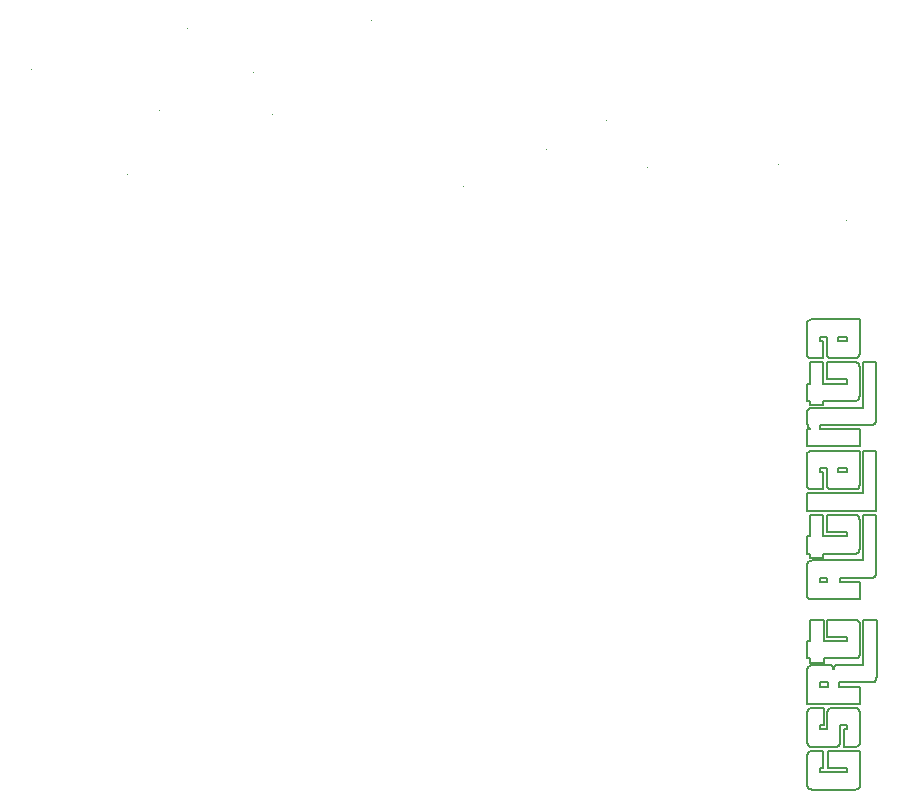
<source format=gbr>
G04 #@! TF.GenerationSoftware,KiCad,Pcbnew,(5.0.1)-4*
G04 #@! TF.CreationDate,2019-01-24T17:24:16-05:00*
G04 #@! TF.ProjectId,GSRT Badge,475352542042616467652E6B69636164,rev?*
G04 #@! TF.SameCoordinates,Original*
G04 #@! TF.FileFunction,Legend,Top*
G04 #@! TF.FilePolarity,Positive*
%FSLAX46Y46*%
G04 Gerber Fmt 4.6, Leading zero omitted, Abs format (unit mm)*
G04 Created by KiCad (PCBNEW (5.0.1)-4) date 1/24/2019 5:24:16 PM*
%MOMM*%
%LPD*%
G01*
G04 APERTURE LIST*
%ADD10C,0.200000*%
%ADD11C,0.100000*%
G04 APERTURE END LIST*
D10*
X122950246Y-156096708D02*
X122949956Y-156097463D01*
X122950593Y-156096011D02*
X122950246Y-156096708D01*
X122949956Y-156097463D02*
X122949725Y-156098272D01*
X122949184Y-156148752D02*
X122949184Y-156166574D01*
X127695949Y-155715103D02*
X127688478Y-155762671D01*
X122951985Y-156094264D02*
X122951463Y-156094788D01*
X122949184Y-156134818D02*
X122949184Y-156148752D01*
X122949184Y-156111563D02*
X122949184Y-156116702D01*
X122949184Y-156105964D02*
X122949184Y-156106078D01*
X122949184Y-156104457D02*
X122949184Y-156104911D01*
X127709484Y-155387362D02*
X127709484Y-155403414D01*
X122949184Y-156116702D02*
X122949184Y-156124294D01*
X122949184Y-156104911D02*
X122949184Y-156105263D01*
X127701398Y-155666553D02*
X127695949Y-155715103D01*
X122949184Y-156108398D02*
X122949184Y-156111563D01*
X122949314Y-156100844D02*
X122949249Y-156101686D01*
X122949184Y-156105950D02*
X122949184Y-156105963D01*
X127709484Y-155362423D02*
X127709484Y-155364447D01*
X122949184Y-156106078D02*
X122949184Y-156106729D01*
X122949184Y-156105527D02*
X122949184Y-156105714D01*
X122949184Y-156105913D02*
X122949184Y-156105950D01*
X127709357Y-155487728D02*
X127708804Y-155527609D01*
X127709482Y-155453163D02*
X127709357Y-155487728D01*
X122949725Y-156098272D02*
X122949545Y-156099118D01*
X122949184Y-156124294D02*
X122949184Y-156134818D01*
X122949184Y-156106729D02*
X122949184Y-156108398D01*
X127707507Y-155571546D02*
X127705144Y-155618281D01*
X122949184Y-156105963D02*
X122949184Y-156105964D01*
X122952565Y-156093797D02*
X122951985Y-156094264D01*
X122949211Y-156102487D02*
X122949192Y-156103229D01*
X122949192Y-156103229D02*
X122949185Y-156103892D01*
X122949184Y-156105839D02*
X122949184Y-156105913D01*
X122950999Y-156095370D02*
X122950593Y-156096011D01*
X122953203Y-156093389D02*
X122952565Y-156093797D01*
X122951463Y-156094788D02*
X122950999Y-156095370D01*
X122954651Y-156092747D02*
X122953898Y-156093039D01*
X127708804Y-155527609D02*
X127707507Y-155571546D01*
X127709484Y-155364447D02*
X127709484Y-155368719D01*
X122949184Y-156105714D02*
X122949184Y-156105839D01*
X127705144Y-155618281D02*
X127701398Y-155666553D01*
X122949184Y-156105263D02*
X122949184Y-156105527D01*
X127688478Y-155762671D02*
X127678667Y-155807997D01*
X122949545Y-156099118D02*
X122949410Y-156099982D01*
X127709484Y-155376077D02*
X127709484Y-155387362D01*
X122949185Y-156103892D02*
X122949184Y-156104457D01*
X127709484Y-155425072D02*
X127709482Y-155453163D01*
X122949249Y-156101686D02*
X122949211Y-156102487D01*
X122949410Y-156099982D02*
X122949314Y-156100844D01*
X122953898Y-156093039D02*
X122953203Y-156093389D01*
X127709484Y-155403414D02*
X127709484Y-155425072D01*
X127709484Y-155368719D02*
X127709484Y-155376077D01*
X127709484Y-150777399D02*
X127709484Y-150783339D01*
X127709484Y-151642121D02*
X127709484Y-151966881D01*
X127709484Y-150776964D02*
X127709484Y-150776964D01*
X126760147Y-150776964D02*
X126830180Y-150776964D01*
X127689393Y-150776964D02*
X127701071Y-150776964D01*
X126913527Y-150776964D02*
X127006361Y-150776964D01*
X127709484Y-150776964D02*
X127709484Y-150776964D01*
X126705267Y-150776964D02*
X126760147Y-150776964D01*
X127709484Y-151376652D02*
X127709484Y-151642121D01*
X127709484Y-150802655D02*
X127709484Y-150843253D01*
X127478037Y-150776964D02*
X127546960Y-150776964D01*
X126663951Y-150776964D02*
X126705267Y-150776964D01*
X127709484Y-150776964D02*
X127709484Y-150776964D01*
X127709484Y-150776964D02*
X127709484Y-150776964D01*
X126602138Y-150776964D02*
X126614312Y-150776964D01*
X127709484Y-151171834D02*
X127709484Y-151376652D01*
X127709484Y-150913043D02*
X127709484Y-151019934D01*
X127709484Y-150783339D02*
X127709484Y-150802655D01*
X127709484Y-150776964D02*
X127709484Y-150776964D01*
X127707028Y-150776964D02*
X127709191Y-150776964D01*
X126593084Y-150776964D02*
X126593084Y-150776964D01*
X127104831Y-150776964D02*
X127205085Y-150776964D01*
X127709484Y-155345229D02*
X127709484Y-155358708D01*
X126614312Y-150776964D02*
X126634275Y-150776964D01*
X126593084Y-150776964D02*
X126593084Y-150776964D01*
X127709484Y-152336185D02*
X127709484Y-152734215D01*
X127006361Y-150776964D02*
X127104831Y-150776964D01*
X127709484Y-150776964D02*
X127709484Y-150776964D01*
X126595825Y-150776964D02*
X126602138Y-150776964D01*
X127709484Y-150843253D02*
X127709484Y-150913043D01*
X127709484Y-155361807D02*
X127709484Y-155362423D01*
X127709484Y-155162905D02*
X127709484Y-155255236D01*
X127709191Y-150776964D02*
X127709484Y-150776964D01*
X127546960Y-150776964D02*
X127600778Y-150776964D01*
X127709484Y-150776964D02*
X127709484Y-150776964D01*
X127395539Y-150776964D02*
X127478037Y-150776964D01*
X126593084Y-150776964D02*
X126593084Y-150776964D01*
X127303272Y-150776964D02*
X127395539Y-150776964D01*
X127641172Y-150776964D02*
X127670068Y-150776964D01*
X127709484Y-155361719D02*
X127709484Y-155361807D01*
X127709484Y-155358708D02*
X127709484Y-155361719D01*
X127709484Y-155313375D02*
X127709484Y-155345229D01*
X127709484Y-155255236D02*
X127709484Y-155313375D01*
X126593449Y-150776964D02*
X126595825Y-150776964D01*
X127709484Y-150776964D02*
X127709484Y-150776964D01*
X127709484Y-155028472D02*
X127709484Y-155162905D01*
X127709484Y-151019934D02*
X127709484Y-151171834D01*
X127709484Y-154844028D02*
X127709484Y-155028472D01*
X127709484Y-154601667D02*
X127709484Y-154844028D01*
X126830180Y-150776964D02*
X126913527Y-150776964D01*
X127709484Y-154297260D02*
X127709484Y-154601667D01*
X127709484Y-153553187D02*
X127709484Y-153942494D01*
X127701071Y-150776964D02*
X127707028Y-150776964D01*
X126593084Y-150776964D02*
X126593449Y-150776964D01*
X127670068Y-150776964D02*
X127689393Y-150776964D01*
X126634275Y-150776964D02*
X126663951Y-150776964D01*
X127709484Y-151966881D02*
X127709484Y-152336185D01*
X127709484Y-153942494D02*
X127709484Y-154297260D01*
X126593084Y-150776964D02*
X126593084Y-150776964D01*
X127709484Y-153145155D02*
X127709484Y-153553187D01*
X127709484Y-150776964D02*
X127709484Y-150777399D01*
X127600778Y-150776964D02*
X127641172Y-150776964D01*
X127205085Y-150776964D02*
X127303272Y-150776964D01*
X127709484Y-152734215D02*
X127709484Y-153145155D01*
X126580046Y-154631564D02*
X126580514Y-154631564D01*
X126593084Y-154618334D02*
X126593084Y-154618034D01*
X126593084Y-154617689D02*
X126593084Y-154617611D01*
X126592577Y-154625163D02*
X126592759Y-154624250D01*
X126589509Y-154629905D02*
X126590149Y-154629427D01*
X126592981Y-154622399D02*
X126593038Y-154621508D01*
X126590149Y-154629427D02*
X126590721Y-154628882D01*
X126593084Y-150776964D02*
X126593084Y-150776964D01*
X126592891Y-154623321D02*
X126592981Y-154622399D01*
X126593084Y-150776964D02*
X126593084Y-150776964D01*
X126593084Y-154443985D02*
X126593084Y-154328518D01*
X126593084Y-154574279D02*
X126593084Y-154523697D01*
X126593084Y-154617495D02*
X126593084Y-154614553D01*
X126593081Y-154619918D02*
X126593084Y-154619266D01*
X126593084Y-150829240D02*
X126593084Y-150796768D01*
X126593084Y-154614553D02*
X126593084Y-154602356D01*
X126593084Y-154618034D02*
X126593084Y-154617825D01*
X126593084Y-150776964D02*
X126593084Y-150776964D01*
X126593084Y-150776964D02*
X126593084Y-150776964D01*
X126593084Y-150796768D02*
X126593084Y-150781638D01*
X126593038Y-154621508D02*
X126593069Y-154620674D01*
X126593084Y-150972708D02*
X126593084Y-150885679D01*
X126593084Y-154170672D02*
X126593084Y-153963822D01*
X126593084Y-154523697D02*
X126593084Y-154443985D01*
X126582627Y-154631536D02*
X126583500Y-154631493D01*
X126593084Y-154328518D02*
X126593084Y-154170672D01*
X126585351Y-154631307D02*
X126586280Y-154631148D01*
X126580514Y-154631564D02*
X126581110Y-154631563D01*
X126593084Y-150777224D02*
X126593084Y-150776964D01*
X126593084Y-150781638D02*
X126593084Y-150777224D01*
X126593084Y-154617825D02*
X126593084Y-154617689D01*
X126588801Y-154630315D02*
X126589509Y-154629905D01*
X126593084Y-151096954D02*
X126593084Y-150972708D01*
X126593084Y-151752299D02*
X126593084Y-151483521D01*
X126593084Y-153705273D02*
X126593084Y-153405514D01*
X126593084Y-154602356D02*
X126593084Y-154574279D01*
X126593084Y-154618739D02*
X126593084Y-154618334D01*
X126591663Y-154627592D02*
X126592033Y-154626847D01*
X126593084Y-154619266D02*
X126593084Y-154618739D01*
X126593084Y-151483521D02*
X126593084Y-151265041D01*
X126592759Y-154624250D02*
X126592891Y-154623321D01*
X126583500Y-154631493D02*
X126584416Y-154631419D01*
X126593084Y-154617565D02*
X126593084Y-154617495D01*
X126587179Y-154630935D02*
X126588024Y-154630659D01*
X126590721Y-154628882D02*
X126591225Y-154628270D01*
X126593084Y-150885679D02*
X126593084Y-150829240D01*
X126593084Y-151265041D02*
X126593084Y-151096954D01*
X126593084Y-152059365D02*
X126593084Y-151752299D01*
X126593069Y-154620674D02*
X126593081Y-154619918D01*
X126581822Y-154631557D02*
X126582627Y-154631536D01*
X126593084Y-153963822D02*
X126593084Y-153705273D01*
X126586280Y-154631148D02*
X126587179Y-154630935D01*
X126592337Y-154626035D02*
X126592577Y-154625163D01*
X126591225Y-154628270D02*
X126591663Y-154627592D01*
X126588024Y-154630659D02*
X126588801Y-154630315D01*
X126584416Y-154631419D02*
X126585351Y-154631307D01*
X126581110Y-154631563D02*
X126581822Y-154631557D01*
X126593084Y-152391470D02*
X126593084Y-152059365D01*
X126593084Y-154617611D02*
X126593084Y-154617575D01*
X126592033Y-154626847D02*
X126592337Y-154626035D01*
X126593084Y-152735362D02*
X126593084Y-152391470D01*
X126593084Y-153077793D02*
X126593084Y-152735362D01*
X126593084Y-153405514D02*
X126593084Y-153077793D01*
X126593084Y-154617575D02*
X126593084Y-154617565D01*
X124105699Y-154793474D02*
X124114617Y-154770984D01*
X124901234Y-154631564D02*
X125062379Y-154631564D01*
X124577624Y-154631564D02*
X124658301Y-154631564D01*
X124437685Y-154631564D02*
X124438510Y-154631564D01*
X124456077Y-154631564D02*
X124480206Y-154631564D01*
X124437639Y-154631564D02*
X124437685Y-154631564D01*
X124437261Y-154631564D02*
X124437639Y-154631564D01*
X124434021Y-154631564D02*
X124436179Y-154631564D01*
X124424991Y-154631564D02*
X124430415Y-154631564D01*
X124360104Y-154632150D02*
X124378247Y-154631697D01*
X124213720Y-154662059D02*
X124233126Y-154653500D01*
X124124836Y-154750172D02*
X124136369Y-154731110D01*
X124114617Y-154770984D02*
X124124836Y-154750172D01*
X124074366Y-154931462D02*
X124077453Y-154911250D01*
X124149214Y-154713799D02*
X124163372Y-154698238D01*
X124163372Y-154698238D02*
X124178842Y-154684428D01*
X124178842Y-154684428D02*
X124195625Y-154672368D01*
X126579694Y-154631564D02*
X126580046Y-154631564D01*
X124319114Y-154634879D02*
X124340216Y-154633141D01*
X124091434Y-154841409D02*
X124098005Y-154817159D01*
X124275379Y-154641436D02*
X124297325Y-154637574D01*
X124297325Y-154637574D02*
X124319114Y-154634879D01*
X126579164Y-154631564D02*
X126579269Y-154631564D01*
X126574782Y-154631564D02*
X126578617Y-154631564D01*
X124098005Y-154817159D02*
X124105699Y-154793474D01*
X126579440Y-154631564D02*
X126579694Y-154631564D01*
X126579269Y-154631564D02*
X126579440Y-154631564D01*
X126579109Y-154631564D02*
X126579164Y-154631564D01*
X126579087Y-154631564D02*
X126579109Y-154631564D01*
X126579084Y-154631564D02*
X126579087Y-154631564D01*
X126578617Y-154631564D02*
X126579084Y-154631564D01*
X124658301Y-154631564D02*
X124765215Y-154631564D01*
X126506132Y-154631564D02*
X126542234Y-154631564D01*
X126563886Y-154631564D02*
X126574782Y-154631564D01*
X125622842Y-154631564D02*
X125810713Y-154631564D01*
X124765215Y-154631564D02*
X124901234Y-154631564D01*
X124195625Y-154672368D02*
X124213720Y-154662059D01*
X124233126Y-154653500D02*
X124253803Y-154646675D01*
X124081259Y-154889084D02*
X124085886Y-154865594D01*
X124436179Y-154631564D02*
X124437261Y-154631564D01*
X124136369Y-154731110D02*
X124149214Y-154713799D01*
X126542234Y-154631564D02*
X126563886Y-154631564D01*
X126451887Y-154631564D02*
X126506132Y-154631564D01*
X126143705Y-154631564D02*
X126274193Y-154631564D01*
X125986796Y-154631564D02*
X126143705Y-154631564D01*
X125430571Y-154631564D02*
X125622842Y-154631564D01*
X125062379Y-154631564D02*
X125241287Y-154631564D01*
X124407200Y-154631564D02*
X124417376Y-154631564D01*
X124085886Y-154865594D02*
X124091434Y-154841409D01*
X124480206Y-154631564D02*
X124519490Y-154631564D01*
X124438510Y-154631564D02*
X124443409Y-154631564D01*
X124430415Y-154631564D02*
X124434021Y-154631564D01*
X124077453Y-154911250D02*
X124081259Y-154889084D01*
X124417376Y-154631564D02*
X124424991Y-154631564D01*
X126375806Y-154631564D02*
X126451887Y-154631564D01*
X126274193Y-154631564D02*
X126375806Y-154631564D01*
X124378247Y-154631697D02*
X124394118Y-154631570D01*
X124443409Y-154631564D02*
X124456077Y-154631564D01*
X124394118Y-154631570D02*
X124407200Y-154631564D01*
X124253803Y-154646675D02*
X124275379Y-154641436D01*
X124340216Y-154633141D02*
X124360104Y-154632150D01*
X124519490Y-154631564D02*
X124577624Y-154631564D01*
X125810713Y-154631564D02*
X125986796Y-154631564D01*
X125241287Y-154631564D02*
X125430571Y-154631564D01*
X122598621Y-154638564D02*
X122682595Y-154638564D01*
X123946001Y-154681394D02*
X123962209Y-154693654D01*
X123928446Y-154670850D02*
X123946001Y-154681394D01*
X123747775Y-154638582D02*
X123764260Y-154638767D01*
X123868021Y-154649399D02*
X123889310Y-154654909D01*
X123803096Y-154640461D02*
X123824381Y-154642381D01*
X123733955Y-154638564D02*
X123747775Y-154638582D01*
X123723081Y-154638564D02*
X123733955Y-154638564D01*
X123708924Y-154638564D02*
X123714861Y-154638564D01*
X123702413Y-154638564D02*
X123704899Y-154638564D01*
X123698095Y-154638564D02*
X123700251Y-154638564D01*
X122781636Y-154638564D02*
X122891246Y-154638564D01*
X122682595Y-154638564D02*
X122781636Y-154638564D01*
X123440123Y-154638564D02*
X123518654Y-154638564D01*
X123006918Y-154638564D02*
X123124148Y-154638564D01*
X123124148Y-154638564D02*
X123238429Y-154638564D01*
X123238429Y-154638564D02*
X123345256Y-154638564D01*
X124055931Y-154918058D02*
X124058467Y-154937304D01*
X123679008Y-154638564D02*
X123691765Y-154638564D01*
X122482322Y-154638564D02*
X122532405Y-154638564D01*
X123625202Y-154638564D02*
X123657571Y-154638564D01*
X123657571Y-154638564D02*
X123679008Y-154638564D01*
X124071898Y-154949090D02*
X124074366Y-154931462D01*
X124069947Y-154963521D02*
X124071898Y-154949090D01*
X122532405Y-154638564D02*
X122598621Y-154638564D01*
X124063282Y-154977028D02*
X124064318Y-154983443D01*
X124067186Y-154981922D02*
X124068412Y-154974466D01*
X124066165Y-154985899D02*
X124067186Y-154981922D01*
X123990585Y-154723325D02*
X124002752Y-154740735D01*
X124068412Y-154974466D02*
X124069947Y-154963521D01*
X124065244Y-154986403D02*
X124066165Y-154985899D01*
X123889310Y-154654909D02*
X123909545Y-154662023D01*
X124064318Y-154983443D02*
X124065244Y-154986403D01*
X124043955Y-154850364D02*
X124048788Y-154873971D01*
X124023044Y-154780704D02*
X124031196Y-154803113D01*
X123909545Y-154662023D02*
X123928446Y-154670850D01*
X123345256Y-154638564D02*
X123440123Y-154638564D01*
X123518654Y-154638564D02*
X123579647Y-154638564D01*
X122421549Y-154638564D02*
X122446121Y-154638564D01*
X123714861Y-154638564D02*
X123723081Y-154638564D01*
X122891246Y-154638564D02*
X123006918Y-154638564D01*
X124062032Y-154967164D02*
X124063282Y-154977028D01*
X123977070Y-154707631D02*
X123990585Y-154723325D01*
X123962209Y-154693654D02*
X123977070Y-154707631D01*
X124052743Y-154896741D02*
X124055931Y-154918058D01*
X124002752Y-154740735D02*
X124013571Y-154759862D01*
X124031196Y-154803113D02*
X124038128Y-154826539D01*
X123700577Y-154638564D02*
X123701097Y-154638564D01*
X122446121Y-154638564D02*
X122482322Y-154638564D01*
X123824381Y-154642381D02*
X123846200Y-154645292D01*
X124060463Y-154953862D02*
X124062032Y-154967164D01*
X123764260Y-154638767D02*
X123782878Y-154639325D01*
X123704899Y-154638564D02*
X123708924Y-154638564D01*
X123701097Y-154638564D02*
X123702413Y-154638564D01*
X124058467Y-154937304D02*
X124060463Y-154953862D01*
X124048788Y-154873971D02*
X124052743Y-154896741D01*
X123700251Y-154638564D02*
X123700484Y-154638564D01*
X123782878Y-154639325D02*
X123803096Y-154640461D01*
X123700484Y-154638564D02*
X123700577Y-154638564D01*
X123579647Y-154638564D02*
X123625202Y-154638564D01*
X123691765Y-154638564D02*
X123698095Y-154638564D01*
X123846200Y-154645292D02*
X123868021Y-154649399D01*
X124038128Y-154826539D02*
X124043955Y-154850364D01*
X124013571Y-154759862D02*
X124023044Y-154780704D01*
X122341999Y-154638564D02*
X122359633Y-154638564D01*
X121825784Y-155294643D02*
X121825791Y-155265644D01*
X121826651Y-155190098D02*
X121828151Y-155146004D01*
X121825784Y-155362870D02*
X121825784Y-155361766D01*
X121825784Y-155757994D02*
X121825784Y-155629266D01*
X121825784Y-155360882D02*
X121825784Y-155358546D01*
X121825784Y-155629266D02*
X121825784Y-155531959D01*
X122225348Y-154641536D02*
X122259984Y-154639647D01*
X121825784Y-155361678D02*
X121825784Y-155360882D01*
X122041487Y-154681131D02*
X122076414Y-154667806D01*
X121907255Y-154799567D02*
X121928649Y-154768945D01*
X121872647Y-154871210D02*
X121888588Y-154833655D01*
X121840855Y-155003413D02*
X121848915Y-154956604D01*
X121825784Y-155345923D02*
X121825784Y-155333974D01*
X122150997Y-154650096D02*
X122188692Y-154644880D01*
X121848915Y-154956604D02*
X121859433Y-154912232D01*
X121825791Y-155265644D02*
X121825973Y-155230393D01*
X122406351Y-154638564D02*
X122421549Y-154638564D01*
X122398277Y-154638564D02*
X122406351Y-154638564D01*
X122291619Y-154638798D02*
X122319273Y-154638573D01*
X121825784Y-155358546D02*
X121825784Y-155353836D01*
X122395073Y-154638564D02*
X122398277Y-154638564D01*
X122393807Y-154638564D02*
X122394420Y-154638564D01*
X121888588Y-154833655D02*
X121907255Y-154799567D01*
X121825784Y-157399850D02*
X121825784Y-157214307D01*
X122372796Y-154638564D02*
X122382140Y-154638564D01*
X122391992Y-154638564D02*
X122393807Y-154638564D01*
X121825784Y-156782382D02*
X121825784Y-156553586D01*
X121979616Y-154718104D02*
X122009188Y-154697884D01*
X122394486Y-154638564D02*
X122395073Y-154638564D01*
X121825973Y-155230393D02*
X121826651Y-155190098D01*
X121825784Y-155921377D02*
X121825784Y-155757994D01*
X122188692Y-154644880D02*
X122225348Y-154641536D01*
X122076414Y-154667806D02*
X122113244Y-154657599D01*
X121952769Y-154741791D02*
X121979616Y-154718104D01*
X121859433Y-154912232D02*
X121872647Y-154871210D01*
X121825784Y-155317158D02*
X121825784Y-155294643D01*
X121825784Y-155414024D02*
X121825784Y-155384602D01*
X121825784Y-155333974D02*
X121825784Y-155317158D01*
X121928649Y-154768945D02*
X121952769Y-154741791D01*
X121825784Y-155361766D02*
X121825784Y-155361678D01*
X121825784Y-157214307D02*
X121825784Y-157005553D01*
X121834926Y-155051415D02*
X121840855Y-155003413D01*
X121825784Y-156327958D02*
X121825784Y-156114291D01*
X121825784Y-155531959D02*
X121825784Y-155461677D01*
X122009188Y-154697884D02*
X122041487Y-154681131D01*
X122259984Y-154639647D02*
X122291619Y-154638798D01*
X122113244Y-154657599D02*
X122150997Y-154650096D01*
X121825784Y-155353836D02*
X121825784Y-155345923D01*
X121825784Y-157553619D02*
X121825784Y-157399850D01*
X122319273Y-154638573D02*
X122341999Y-154638564D01*
X121825784Y-156553586D02*
X121825784Y-156327958D01*
X121825784Y-155369016D02*
X121825784Y-155362870D01*
X121825784Y-155461677D02*
X121825784Y-155414024D01*
X121825784Y-156114291D02*
X121825784Y-155921377D01*
X121825784Y-157005553D02*
X121825784Y-156782382D01*
X121825784Y-157673125D02*
X121825784Y-157553619D01*
X122359633Y-154638564D02*
X122372796Y-154638564D01*
X121828151Y-155146004D02*
X121830800Y-155099361D01*
X121825784Y-155384602D02*
X121825784Y-155369016D01*
X122394420Y-154638564D02*
X122394486Y-154638564D01*
X122388321Y-154638564D02*
X122391992Y-154638564D01*
X122382140Y-154638564D02*
X122388321Y-154638564D01*
X121830800Y-155099361D02*
X121834926Y-155051415D01*
X124961004Y-157910464D02*
X124582809Y-157910464D01*
X126312284Y-157319298D02*
X126312284Y-157444268D01*
X121833233Y-157910464D02*
X121826430Y-157910464D01*
X121967906Y-157910464D02*
X121896232Y-157910464D01*
X125303805Y-157910464D02*
X124961004Y-157910464D01*
X126312284Y-157657939D02*
X126312284Y-157737473D01*
X126001808Y-157910464D02*
X125826714Y-157910464D01*
X123782146Y-157910464D02*
X123390634Y-157910464D01*
X126298161Y-157910464D02*
X126269198Y-157910464D01*
X126312284Y-157910464D02*
X126312284Y-157910464D01*
X126312284Y-157910464D02*
X126312284Y-157910464D01*
X126312284Y-157909207D02*
X126312284Y-157910428D01*
X126312284Y-157873686D02*
X126312284Y-157893355D01*
X126312284Y-156932312D02*
X126312284Y-157058282D01*
X126312270Y-157910464D02*
X126309938Y-157910464D01*
X126312284Y-157893355D02*
X126312284Y-157904356D01*
X126312284Y-157444268D02*
X126312284Y-157558827D01*
X121825784Y-157762438D02*
X121825784Y-157673125D01*
X121825784Y-157868072D02*
X121825784Y-157825955D01*
X121825784Y-157905691D02*
X121825784Y-157893185D01*
X126215311Y-157910464D02*
X126128760Y-157910464D01*
X121825784Y-157909985D02*
X121825784Y-157905691D01*
X123025640Y-157910464D02*
X122702642Y-157910464D01*
X121825784Y-157910464D02*
X121825784Y-157910464D01*
X126312284Y-157910428D02*
X126312284Y-157910464D01*
X125595740Y-157910464D02*
X125303805Y-157910464D01*
X124184696Y-157910464D02*
X123782146Y-157910464D01*
X124582809Y-157910464D02*
X124184696Y-157910464D01*
X126312284Y-157910464D02*
X126312284Y-157910464D01*
X123390634Y-157910464D02*
X123025640Y-157910464D01*
X126312284Y-157558827D02*
X126312284Y-157657939D01*
X121825784Y-157910464D02*
X121825784Y-157910464D01*
X121825784Y-157910464D02*
X121825784Y-157910464D01*
X121825784Y-157910464D02*
X121825784Y-157910464D01*
X126309938Y-157910464D02*
X126298161Y-157910464D01*
X126312284Y-157904356D02*
X126312284Y-157909207D01*
X126312284Y-157910464D02*
X126312284Y-157910464D01*
X126312284Y-157188957D02*
X126312284Y-157319298D01*
X126312284Y-157058282D02*
X126312284Y-157188957D01*
X122076681Y-157910464D02*
X121967906Y-157910464D01*
X121896232Y-157910464D02*
X121853920Y-157910464D01*
X122230298Y-157910464D02*
X122076681Y-157910464D01*
X126312284Y-157910464D02*
X126312284Y-157910464D01*
X126312284Y-157910464D02*
X126312284Y-157910464D01*
X126312284Y-157842828D02*
X126312284Y-157873686D01*
X126312284Y-157910464D02*
X126312284Y-157910464D01*
X122702642Y-157910464D02*
X122436494Y-157910464D01*
X126269198Y-157910464D02*
X126215311Y-157910464D01*
X126312284Y-156816085D02*
X126312284Y-156932312D01*
X126312284Y-157910464D02*
X126312270Y-157910464D01*
X121853920Y-157910464D02*
X121833233Y-157910464D01*
X121825784Y-157825955D02*
X121825784Y-157762438D01*
X121825784Y-157893185D02*
X121825784Y-157868072D01*
X121825784Y-157910464D02*
X121825784Y-157909985D01*
X121825784Y-157910464D02*
X121825784Y-157910464D01*
X126128760Y-157910464D02*
X126001808Y-157910464D01*
X121825784Y-157910464D02*
X121825784Y-157910464D01*
X121825784Y-157910464D02*
X121825784Y-157910464D01*
X125826714Y-157910464D02*
X125595740Y-157910464D01*
X126312284Y-157737473D02*
X126312284Y-157798264D01*
X121825784Y-157910464D02*
X121825784Y-157910464D01*
X121826430Y-157910464D02*
X121825784Y-157910464D01*
X122436494Y-157910464D02*
X122230298Y-157910464D01*
X126312284Y-157798264D02*
X126312284Y-157842828D01*
X124882113Y-156450064D02*
X125014097Y-156450064D01*
X124514884Y-156450064D02*
X124514884Y-156450064D01*
X124576668Y-156450064D02*
X124622446Y-156450064D01*
X124514884Y-156439560D02*
X124514884Y-156444908D01*
X124514884Y-156450064D02*
X124514884Y-156450064D01*
X124546165Y-156450064D02*
X124576668Y-156450064D01*
X124622446Y-156450064D02*
X124686599Y-156450064D01*
X124514884Y-156450064D02*
X124514884Y-156450064D01*
X126312284Y-156569324D02*
X126312284Y-156632451D01*
X126038863Y-156450064D02*
X126128255Y-156450064D01*
X124515295Y-156450064D02*
X124518579Y-156450064D01*
X126312284Y-156714640D02*
X126312284Y-156816085D01*
X124514884Y-156449547D02*
X124514884Y-156450025D01*
X124514884Y-156431401D02*
X124514884Y-156439560D01*
X124514884Y-156384143D02*
X124514884Y-156404277D01*
X124514884Y-156331760D02*
X124514884Y-156359597D01*
X124514884Y-156419838D02*
X124514884Y-156431401D01*
X126312284Y-156632451D02*
X126312284Y-156714640D01*
X126312284Y-156522756D02*
X126312284Y-156569324D01*
X126312284Y-156490229D02*
X126312284Y-156522756D01*
X126312284Y-156469224D02*
X126312284Y-156490229D01*
X126312284Y-156457220D02*
X126312284Y-156469224D01*
X126307578Y-156450064D02*
X126311618Y-156450064D01*
X125790054Y-156450064D02*
X125925047Y-156450064D01*
X125014097Y-156450064D02*
X125162085Y-156450064D01*
X126312284Y-156451700D02*
X126312284Y-156457220D01*
X126312284Y-156450064D02*
X126312284Y-156450064D01*
X126244211Y-156450064D02*
X126276976Y-156450064D01*
X126312284Y-156450143D02*
X126312284Y-156451700D01*
X125925047Y-156450064D02*
X126038863Y-156450064D01*
X126312284Y-156450064D02*
X126312284Y-156450064D01*
X124514884Y-156450064D02*
X124514884Y-156450064D01*
X124686599Y-156450064D02*
X124772226Y-156450064D01*
X126312284Y-156450064D02*
X126312284Y-156450143D01*
X126312284Y-156450064D02*
X126312284Y-156450064D01*
X126312284Y-156450064D02*
X126312284Y-156450064D01*
X126312284Y-156450064D02*
X126312284Y-156450064D01*
X126128255Y-156450064D02*
X126195671Y-156450064D01*
X124514884Y-156450064D02*
X124515295Y-156450064D01*
X124514884Y-156450064D02*
X124514884Y-156450064D01*
X124514884Y-156404277D02*
X124514884Y-156419838D01*
X126311618Y-156450064D02*
X126312284Y-156450064D01*
X126297064Y-156450064D02*
X126307578Y-156450064D01*
X125481267Y-156450064D02*
X125640060Y-156450064D01*
X125319875Y-156450064D02*
X125481267Y-156450064D01*
X124514884Y-156450064D02*
X124514884Y-156450064D01*
X124518579Y-156450064D02*
X124527835Y-156450064D01*
X124514884Y-156450064D02*
X124514884Y-156450064D01*
X124514884Y-156270961D02*
X124514884Y-156301819D01*
X124514884Y-156450025D02*
X124514884Y-156450064D01*
X124527835Y-156450064D02*
X124546165Y-156450064D01*
X124514884Y-156444908D02*
X124514884Y-156448039D01*
X124514884Y-156359597D02*
X124514884Y-156384143D01*
X124514884Y-156301819D02*
X124514884Y-156331760D01*
X126312284Y-156450064D02*
X126312284Y-156450064D01*
X126276976Y-156450064D02*
X126297064Y-156450064D01*
X124772226Y-156450064D02*
X124882113Y-156450064D01*
X124514884Y-156448039D02*
X124514884Y-156449547D01*
X126312284Y-156450064D02*
X126312284Y-156450064D01*
X126312284Y-156450064D02*
X126312284Y-156450064D01*
X126195671Y-156450064D02*
X126244211Y-156450064D01*
X124514884Y-156450064D02*
X124514884Y-156450064D01*
X125640060Y-156450064D02*
X125790054Y-156450064D01*
X125162085Y-156450064D02*
X125319875Y-156450064D01*
X124517358Y-156094579D02*
X124516838Y-156095182D01*
X125083891Y-156091964D02*
X124919685Y-156091964D01*
X124514884Y-156105683D02*
X124514884Y-156105826D01*
X124514936Y-156101917D02*
X124514902Y-156102760D01*
X124517945Y-156094041D02*
X124517358Y-156094579D01*
X124694358Y-156091964D02*
X124624925Y-156091964D01*
X124520107Y-156092833D02*
X124519320Y-156093169D01*
X124515235Y-156099169D02*
X124515095Y-156100098D01*
X124515998Y-156096590D02*
X124515680Y-156097394D01*
X124523713Y-156092098D02*
X124522785Y-156092205D01*
X124528814Y-156091964D02*
X124528717Y-156091964D01*
X124527530Y-156091964D02*
X124526956Y-156091964D01*
X124535194Y-156091964D02*
X124529708Y-156091964D01*
X124528882Y-156091964D02*
X124528864Y-156091964D01*
X124525475Y-156091989D02*
X124524617Y-156092029D01*
X124529708Y-156091964D02*
X124528884Y-156091964D01*
X124919685Y-156091964D02*
X124791101Y-156091964D01*
X124514884Y-156144123D02*
X124514884Y-156162109D01*
X124514884Y-156120521D02*
X124514884Y-156130458D01*
X124514884Y-156104734D02*
X124514884Y-156105152D01*
X124521859Y-156092358D02*
X124520958Y-156092565D01*
X124514884Y-156130458D02*
X124514884Y-156144123D01*
X124515428Y-156098260D02*
X124515235Y-156099169D01*
X124514884Y-156105152D02*
X124514884Y-156105463D01*
X124528864Y-156091964D02*
X124528814Y-156091964D01*
X124518599Y-156093571D02*
X124517945Y-156094041D01*
X124516384Y-156095853D02*
X124515998Y-156096590D01*
X124516838Y-156095182D02*
X124516384Y-156095853D01*
X124528315Y-156091964D02*
X124527978Y-156091964D01*
X124515680Y-156097394D02*
X124515428Y-156098260D01*
X124791101Y-156091964D02*
X124694358Y-156091964D01*
X124514884Y-156109453D02*
X124514884Y-156113717D01*
X124514884Y-156106171D02*
X124514884Y-156107136D01*
X124514888Y-156103526D02*
X124514884Y-156104191D01*
X124514998Y-156101022D02*
X124514936Y-156101917D01*
X124528884Y-156091964D02*
X124528882Y-156091964D01*
X124526956Y-156091964D02*
X124526263Y-156091970D01*
X124524617Y-156092029D02*
X124523713Y-156092098D01*
X125279536Y-156091964D02*
X125083891Y-156091964D01*
X124514884Y-156240375D02*
X124514884Y-156270961D01*
X124514884Y-156105910D02*
X124514884Y-156105950D01*
X124514884Y-156211245D02*
X124514884Y-156240375D01*
X124528556Y-156091964D02*
X124528315Y-156091964D01*
X124528717Y-156091964D02*
X124528556Y-156091964D01*
X124549872Y-156091964D02*
X124535194Y-156091964D01*
X124527978Y-156091964D02*
X124527530Y-156091964D01*
X124514884Y-156184761D02*
X124514884Y-156211245D01*
X124514884Y-156104191D02*
X124514884Y-156104734D01*
X124522785Y-156092205D02*
X124521859Y-156092358D01*
X124526263Y-156091970D02*
X124525475Y-156091989D01*
X124514884Y-156162109D02*
X124514884Y-156184761D01*
X124514902Y-156102760D02*
X124514888Y-156103526D01*
X124515095Y-156100098D02*
X124514998Y-156101022D01*
X124514884Y-156113717D02*
X124514884Y-156120521D01*
X124514884Y-156107136D02*
X124514884Y-156109453D01*
X124520958Y-156092565D02*
X124520107Y-156092833D01*
X124514884Y-156105966D02*
X124514884Y-156106171D01*
X124514884Y-156105963D02*
X124514884Y-156105966D01*
X124519320Y-156093169D02*
X124518599Y-156093571D01*
X124624925Y-156091964D02*
X124578273Y-156091964D01*
X124514884Y-156105950D02*
X124514884Y-156105963D01*
X124514884Y-156105826D02*
X124514884Y-156105910D01*
X124514884Y-156105463D02*
X124514884Y-156105683D01*
X124578273Y-156091964D02*
X124549872Y-156091964D01*
X127633437Y-155923602D02*
X127613042Y-155955136D01*
X126312284Y-160810174D02*
X126312284Y-160810576D01*
X126312284Y-160810052D02*
X126312284Y-160810174D01*
X127504866Y-156046260D02*
X127471219Y-156060310D01*
X127678667Y-155807997D02*
X127666250Y-155850033D01*
X126312284Y-160815991D02*
X126312284Y-160822766D01*
X126312284Y-160714370D02*
X126312284Y-160757136D01*
X126312284Y-160812222D02*
X126312284Y-160815991D01*
X126607750Y-156091964D02*
X126413303Y-156091964D01*
X127398817Y-156079165D02*
X127361969Y-156084807D01*
X126312284Y-160848856D02*
X126312284Y-160869935D01*
X125497630Y-156091964D02*
X125279536Y-156091964D01*
X125729113Y-156091964D02*
X125497630Y-156091964D01*
X126308135Y-161063594D02*
X126304416Y-161112591D01*
X126312284Y-160869935D02*
X126312284Y-160897540D01*
X125964925Y-156091964D02*
X125729113Y-156091964D01*
X126312284Y-160800640D02*
X126312284Y-160807962D01*
X126312284Y-160784796D02*
X126312284Y-160800640D01*
X126196008Y-156091964D02*
X125964925Y-156091964D01*
X127209518Y-156091964D02*
X127191480Y-156091964D01*
X126312284Y-160653206D02*
X126312284Y-160714370D01*
X126312284Y-160897540D02*
X126312186Y-160931919D01*
X127471219Y-156060310D02*
X127435553Y-156071139D01*
X127613042Y-155955136D02*
X127589987Y-155983168D01*
X126312284Y-160822766D02*
X126312284Y-160833427D01*
X126312284Y-160570351D02*
X126312284Y-160653206D01*
X127168191Y-156091964D02*
X127161663Y-156091964D01*
X127291761Y-156090622D02*
X127260316Y-156091634D01*
X126413303Y-156091964D02*
X126196008Y-156091964D01*
X127435553Y-156071139D02*
X127398817Y-156079165D01*
X126291417Y-161210315D02*
X126281467Y-161256397D01*
X127154895Y-156091964D02*
X127154784Y-156091964D01*
X127666250Y-155850033D02*
X127651174Y-155888568D01*
X126770389Y-156091964D02*
X126607750Y-156091964D01*
X126897473Y-156091964D02*
X126770389Y-156091964D01*
X126992916Y-156091964D02*
X126897473Y-156091964D01*
X126312284Y-160810576D02*
X126312284Y-160812222D01*
X127107000Y-156091964D02*
X127061248Y-156091964D01*
X127361969Y-156084807D02*
X127325964Y-156088487D01*
X127061248Y-156091964D02*
X126992916Y-156091964D01*
X127134699Y-156091964D02*
X127107000Y-156091964D01*
X127191480Y-156091964D02*
X127177917Y-156091964D01*
X127148877Y-156091964D02*
X127134699Y-156091964D01*
X127157697Y-156091964D02*
X127155653Y-156091964D01*
X127564273Y-156007700D02*
X127535899Y-156028730D01*
X127535899Y-156028730D02*
X127504866Y-156046260D01*
X126312186Y-160931919D02*
X126311686Y-160971936D01*
X127154062Y-156091964D02*
X127148877Y-156091964D01*
X126312284Y-160807962D02*
X126312284Y-160810052D01*
X127232586Y-156091942D02*
X127209518Y-156091964D01*
X127155653Y-156091964D02*
X127154895Y-156091964D01*
X127161663Y-156091964D02*
X127157697Y-156091964D01*
X126312284Y-160833427D02*
X126312284Y-160848856D01*
X126312284Y-160757136D02*
X126312284Y-160784796D01*
X127177917Y-156091964D02*
X127168191Y-156091964D01*
X126310447Y-161016268D02*
X126308135Y-161063594D01*
X127260316Y-156091634D02*
X127232586Y-156091942D01*
X127651174Y-155888568D02*
X127633437Y-155923602D01*
X127154784Y-156091964D02*
X127154062Y-156091964D01*
X126298955Y-161161939D02*
X126291417Y-161210315D01*
X127325964Y-156088487D02*
X127291761Y-156090622D01*
X127589987Y-155983168D02*
X127564273Y-156007700D01*
X126304416Y-161112591D02*
X126298955Y-161161939D01*
X126311686Y-160971936D02*
X126310447Y-161016268D01*
X125760760Y-158261464D02*
X125765015Y-158261464D01*
X126309300Y-158759223D02*
X126311101Y-158805402D01*
X126306238Y-158710794D02*
X126309300Y-158759223D01*
X126301580Y-158661437D02*
X126306238Y-158710794D01*
X126286139Y-158565225D02*
X126294992Y-158612474D01*
X126260510Y-158480320D02*
X126274695Y-158520974D01*
X126148392Y-158331276D02*
X126176308Y-158353854D01*
X125901811Y-158263161D02*
X125937065Y-158265649D01*
X125753820Y-158261464D02*
X125757151Y-158261464D01*
X125726208Y-158261464D02*
X125744526Y-158261464D01*
X125771983Y-158261464D02*
X125782333Y-158261464D01*
X125757151Y-158261464D02*
X125757584Y-158261464D01*
X125765015Y-158261464D02*
X125771983Y-158261464D01*
X125840205Y-158261509D02*
X125869190Y-158261928D01*
X125796736Y-158261464D02*
X125815860Y-158261464D01*
X125815860Y-158261464D02*
X125840205Y-158261509D01*
X125650247Y-158261464D02*
X125695803Y-158261464D01*
X126312284Y-158982452D02*
X126312284Y-158987804D01*
X126084328Y-158296961D02*
X126117729Y-158312312D01*
X125757714Y-158261464D02*
X125758550Y-158261464D01*
X126011456Y-158276151D02*
X126048584Y-158285048D01*
X126048584Y-158285048D02*
X126084328Y-158296961D01*
X126312284Y-160462608D02*
X126312284Y-160570351D01*
X126312284Y-160330768D02*
X126312284Y-160462608D01*
X125758550Y-158261464D02*
X125760760Y-158261464D01*
X126312284Y-160181029D02*
X126312284Y-160330768D01*
X126312284Y-158941867D02*
X126312284Y-158960365D01*
X126312259Y-158885722D02*
X126312284Y-158917224D01*
X126312284Y-158990536D02*
X126312284Y-158991529D01*
X126312284Y-159534756D02*
X126312284Y-159690255D01*
X125695803Y-158261464D02*
X125726208Y-158261464D01*
X126312284Y-160019976D02*
X126312284Y-160181029D01*
X126312284Y-158987804D02*
X126312284Y-158990536D01*
X126312284Y-159854190D02*
X126312284Y-160019976D01*
X125744526Y-158261464D02*
X125753820Y-158261464D01*
X126312284Y-159006877D02*
X126312284Y-159027486D01*
X125869190Y-158261928D02*
X125901811Y-158263161D01*
X125937065Y-158265649D02*
X125973948Y-158269832D01*
X126312284Y-159690255D02*
X126312284Y-159854190D01*
X126294992Y-158612474D02*
X126301580Y-158661437D01*
X125782333Y-158261464D02*
X125796736Y-158261464D01*
X126312284Y-159394275D02*
X126312284Y-159534756D01*
X126312284Y-159275387D02*
X126312284Y-159394275D01*
X126312284Y-159182008D02*
X126312284Y-159275387D01*
X126312284Y-159027486D02*
X126312284Y-159061349D01*
X126312284Y-159111760D02*
X126312284Y-159182008D01*
X126312284Y-159061349D02*
X126312284Y-159111760D01*
X126223902Y-158409857D02*
X126243579Y-158443281D01*
X125757584Y-158261464D02*
X125757714Y-158261464D01*
X126312284Y-158996232D02*
X126312284Y-159006877D01*
X126312284Y-158992258D02*
X126312284Y-158996232D01*
X126311101Y-158805402D02*
X126311976Y-158848008D01*
X126274695Y-158520974D02*
X126286139Y-158565225D01*
X126243579Y-158443281D02*
X126260510Y-158480320D01*
X126312284Y-158973600D02*
X126312284Y-158982452D01*
X126312284Y-158991664D02*
X126312284Y-158992258D01*
X126176308Y-158353854D02*
X126201478Y-158380048D01*
X126311976Y-158848008D02*
X126312259Y-158885722D01*
X126201478Y-158380048D02*
X126223902Y-158409857D01*
X125973948Y-158269832D02*
X126011456Y-158276151D01*
X126117729Y-158312312D02*
X126148392Y-158331276D01*
X126312284Y-158991529D02*
X126312284Y-158991664D01*
X126312284Y-158960365D02*
X126312284Y-158973600D01*
X126312284Y-158917224D02*
X126312284Y-158941867D01*
X123622564Y-156450064D02*
X123623153Y-156450064D01*
X122949184Y-156445857D02*
X122949184Y-156448405D01*
X123623153Y-156450064D02*
X123623184Y-156450064D01*
X122949184Y-156297768D02*
X122949184Y-156325861D01*
X123578601Y-156450064D02*
X123595988Y-156450064D01*
X122949184Y-156450030D02*
X122949184Y-156450064D01*
X122949184Y-156376245D02*
X122949184Y-156396623D01*
X123074512Y-156450064D02*
X123118400Y-156450064D01*
X122949184Y-156352340D02*
X122949184Y-156376245D01*
X122961535Y-156450064D02*
X122972337Y-156450064D01*
X122949184Y-156450064D02*
X122949188Y-156450064D01*
X122949184Y-156450064D02*
X122949184Y-156450064D01*
X122949184Y-156450064D02*
X122949184Y-156450064D01*
X122949184Y-156425530D02*
X122949184Y-156434899D01*
X123009761Y-156450064D02*
X123038258Y-156450064D01*
X122949184Y-156450064D02*
X122949184Y-156450064D01*
X122949184Y-156448405D02*
X122949184Y-156449636D01*
X123623184Y-156450064D02*
X123623184Y-156450064D01*
X123524375Y-156450064D02*
X123555043Y-156450064D01*
X123168187Y-156450064D02*
X123221997Y-156450064D01*
X122949184Y-156396623D02*
X122949184Y-156412931D01*
X123623184Y-156450064D02*
X123623184Y-156450064D01*
X123623184Y-156450064D02*
X123623184Y-156450064D01*
X123608140Y-156450064D02*
X123615995Y-156450064D01*
X122949184Y-156450064D02*
X122949184Y-156450064D01*
X123595988Y-156450064D02*
X123608140Y-156450064D01*
X123623184Y-156450064D02*
X123623184Y-156450064D01*
X123277956Y-156450064D02*
X123334188Y-156450064D01*
X122951065Y-156450064D02*
X122954757Y-156450064D01*
X123620490Y-156450064D02*
X123622564Y-156450064D01*
X122949184Y-156449636D02*
X122949184Y-156450030D01*
X123439973Y-156450064D02*
X123485775Y-156450064D01*
X123388819Y-156450064D02*
X123439973Y-156450064D01*
X123038258Y-156450064D02*
X123074512Y-156450064D01*
X122972337Y-156450064D02*
X122988100Y-156450064D01*
X122949184Y-156450064D02*
X122949184Y-156450064D01*
X122949184Y-156441515D02*
X122949184Y-156445857D01*
X122949184Y-156213368D02*
X122949184Y-156240564D01*
X122949184Y-156434899D02*
X122949184Y-156441515D01*
X123334188Y-156450064D02*
X123388819Y-156450064D01*
X122949184Y-156325861D02*
X122949184Y-156352340D01*
X122949521Y-156450064D02*
X122951065Y-156450064D01*
X122949188Y-156450064D02*
X122949521Y-156450064D01*
X122949184Y-156450064D02*
X122949184Y-156450064D01*
X122949184Y-156166574D02*
X122949184Y-156188385D01*
X122954757Y-156450064D02*
X122961535Y-156450064D01*
X123623184Y-156450064D02*
X123623184Y-156450056D01*
X123118400Y-156450064D02*
X123168187Y-156450064D01*
X122949184Y-156412931D02*
X122949184Y-156425530D01*
X122988100Y-156450064D02*
X123009761Y-156450064D01*
X123485775Y-156450064D02*
X123524375Y-156450064D01*
X123623184Y-156450056D02*
X123623184Y-156449817D01*
X123623184Y-156450064D02*
X123623184Y-156450064D01*
X123615995Y-156450064D02*
X123620490Y-156450064D01*
X123221997Y-156450064D02*
X123277956Y-156450064D01*
X122949184Y-156269016D02*
X122949184Y-156297768D01*
X122949184Y-156188385D02*
X122949184Y-156213368D01*
X123623184Y-156450064D02*
X123623184Y-156450064D01*
X122949184Y-156450064D02*
X122949184Y-156450064D01*
X122949184Y-156240564D02*
X122949184Y-156269016D01*
X123623184Y-156450064D02*
X123623184Y-156450064D01*
X123623184Y-156450064D02*
X123623184Y-156450064D01*
X123555043Y-156450064D02*
X123578601Y-156450064D01*
X122949184Y-156450064D02*
X122949184Y-156450064D01*
X122113684Y-150776964D02*
X122113684Y-150776964D01*
X122520543Y-150776964D02*
X122618845Y-150776964D01*
X122428063Y-150776964D02*
X122520543Y-150776964D01*
X122345303Y-150776964D02*
X122428063Y-150776964D01*
X122113684Y-150776964D02*
X122113684Y-150776964D01*
X122113684Y-150788342D02*
X122113684Y-150779942D01*
X122113684Y-151578516D02*
X122113684Y-151418483D01*
X122222136Y-150776964D02*
X122276119Y-150776964D01*
X122113684Y-151269033D02*
X122113684Y-151136555D01*
X122181673Y-150776964D02*
X122222136Y-150776964D01*
X122113684Y-150776964D02*
X122113684Y-150776964D01*
X122113684Y-150776964D02*
X122113684Y-150776964D01*
X122113684Y-150942548D02*
X122113684Y-150879517D01*
X122113684Y-151136555D02*
X122113684Y-151027225D01*
X122121917Y-150776964D02*
X122133512Y-150776964D01*
X122113684Y-151742742D02*
X122113684Y-151578516D01*
X122113684Y-150834935D02*
X122113684Y-150805609D01*
X122113684Y-150776964D02*
X122113684Y-150776964D01*
X123222984Y-150776964D02*
X123222984Y-150776964D01*
X122133512Y-150776964D02*
X122152781Y-150776964D01*
X122113684Y-150777212D02*
X122113684Y-150776964D01*
X123220667Y-150776964D02*
X123222727Y-150776964D01*
X122113684Y-150776964D02*
X122113684Y-150776964D01*
X122113684Y-150776964D02*
X122113684Y-150776964D01*
X122113684Y-150776964D02*
X122113684Y-150776964D01*
X123222727Y-150776964D02*
X123222984Y-150776964D01*
X123203344Y-150776964D02*
X123214856Y-150776964D01*
X122817325Y-150776964D02*
X122909708Y-150776964D01*
X122618845Y-150776964D02*
X122719072Y-150776964D01*
X122276119Y-150776964D02*
X122345303Y-150776964D01*
X122113952Y-150776964D02*
X122116046Y-150776964D01*
X122113684Y-151027225D02*
X122113684Y-150942548D01*
X123222984Y-150776964D02*
X123222984Y-150776964D01*
X123222984Y-150776964D02*
X123222984Y-150776964D01*
X123214856Y-150776964D02*
X123220667Y-150776964D01*
X123222984Y-150776964D02*
X123222984Y-150776964D01*
X123222984Y-150776964D02*
X123222984Y-150776964D01*
X123155424Y-150776964D02*
X123184183Y-150776964D01*
X122116046Y-150776964D02*
X122121917Y-150776964D01*
X122113684Y-150879517D02*
X122113684Y-150834935D01*
X123184183Y-150776964D02*
X123203344Y-150776964D01*
X122113684Y-150776964D02*
X122113952Y-150776964D01*
X123115118Y-150776964D02*
X123155424Y-150776964D01*
X122113684Y-151418483D02*
X122113684Y-151269033D01*
X122113684Y-150805609D02*
X122113684Y-150788342D01*
X122909708Y-150776964D02*
X122992322Y-150776964D01*
X123061316Y-150776964D02*
X123115118Y-150776964D01*
X122113684Y-150779942D02*
X122113684Y-150777212D01*
X122992322Y-150776964D02*
X123061316Y-150776964D01*
X122719072Y-150776964D02*
X122817325Y-150776964D01*
X122152781Y-150776964D02*
X122181673Y-150776964D01*
X121857742Y-152595464D02*
X121872904Y-152595464D01*
X122098681Y-152595464D02*
X122105344Y-152595464D01*
X121837895Y-152595464D02*
X121846241Y-152595464D01*
X121825784Y-153073523D02*
X121825784Y-152957053D01*
X121825784Y-152595464D02*
X121825784Y-152595464D01*
X121825784Y-152855752D02*
X121825784Y-152774065D01*
X121825944Y-152595464D02*
X121826728Y-152595464D01*
X122112159Y-152595464D02*
X122113322Y-152595464D01*
X122109668Y-152595464D02*
X122112159Y-152595464D01*
X122089172Y-152595464D02*
X122098681Y-152595464D01*
X122039123Y-152595464D02*
X122059606Y-152595464D01*
X121825784Y-152601947D02*
X121825784Y-152596836D01*
X121826728Y-152595464D02*
X121828645Y-152595464D01*
X121892015Y-152595464D02*
X121914357Y-152595464D01*
X121825785Y-152595464D02*
X121825944Y-152595464D01*
X122015801Y-152595464D02*
X122039123Y-152595464D01*
X121990652Y-152595464D02*
X122015801Y-152595464D01*
X121938918Y-152595464D02*
X121964687Y-152595464D01*
X121872904Y-152595464D02*
X121892015Y-152595464D01*
X121825784Y-152595464D02*
X121825784Y-152595464D01*
X121825784Y-152595464D02*
X121825785Y-152595464D01*
X121825784Y-152711547D02*
X121825784Y-152665642D01*
X122113684Y-151904771D02*
X122113684Y-151742742D01*
X122113684Y-152058215D02*
X122113684Y-151904771D01*
X122113684Y-152595464D02*
X122113684Y-152595464D01*
X122076313Y-152595464D02*
X122089172Y-152595464D01*
X121825784Y-152774065D02*
X121825784Y-152711547D01*
X122113684Y-152313798D02*
X122113684Y-152196683D01*
X121825784Y-152595464D02*
X121825784Y-152595464D01*
X121914357Y-152595464D02*
X121938918Y-152595464D01*
X122113684Y-152405894D02*
X122113684Y-152313798D01*
X122113684Y-152196683D02*
X122113684Y-152058215D01*
X121825784Y-152595464D02*
X121825784Y-152595464D01*
X121825784Y-152596836D02*
X121825784Y-152595510D01*
X122113684Y-152595464D02*
X122113684Y-152595464D01*
X121828645Y-152595464D02*
X121832198Y-152595464D01*
X121825784Y-152613408D02*
X121825784Y-152601947D01*
X121825784Y-152633784D02*
X121825784Y-152613408D01*
X121825784Y-152595464D02*
X121825784Y-152595464D01*
X122113684Y-152475346D02*
X122113684Y-152405894D01*
X122113684Y-152525350D02*
X122113684Y-152475346D01*
X122113684Y-152559101D02*
X122113684Y-152525350D01*
X122113684Y-152579792D02*
X122113684Y-152559101D01*
X122113684Y-152590620D02*
X122113684Y-152579792D01*
X121832198Y-152595464D02*
X121837895Y-152595464D01*
X122113684Y-152594779D02*
X122113684Y-152590620D01*
X121964687Y-152595464D02*
X121990652Y-152595464D01*
X122113684Y-152595464D02*
X122113684Y-152594779D01*
X122113322Y-152595464D02*
X122113663Y-152595464D01*
X121825784Y-152957053D02*
X121825784Y-152855752D01*
X122113684Y-152595464D02*
X122113684Y-152595464D01*
X122113684Y-152595464D02*
X122113684Y-152595464D01*
X122105344Y-152595464D02*
X122109668Y-152595464D01*
X121825784Y-152595464D02*
X121825784Y-152595464D01*
X121825784Y-152595464D02*
X121825784Y-152595464D01*
X122113684Y-152595464D02*
X122113684Y-152595464D01*
X122059606Y-152595464D02*
X122076313Y-152595464D01*
X122113684Y-152595464D02*
X122113684Y-152595464D01*
X122113684Y-152595464D02*
X122113684Y-152595464D01*
X122113684Y-152595464D02*
X122113684Y-152595464D01*
X121846241Y-152595464D02*
X121857742Y-152595464D01*
X121825784Y-152595510D02*
X121825784Y-152595464D01*
X121825784Y-152665642D02*
X121825784Y-152633784D01*
X122113663Y-152595464D02*
X122113684Y-152595464D01*
X121874422Y-154055864D02*
X121858916Y-154055864D01*
X121858916Y-154055864D02*
X121847115Y-154055864D01*
X122113378Y-154055864D02*
X122112307Y-154055864D01*
X122113684Y-154055864D02*
X122113684Y-154055864D01*
X122113684Y-154055864D02*
X122113684Y-154055864D01*
X121825784Y-153703819D02*
X121825784Y-153588471D01*
X121847115Y-154055864D02*
X121838513Y-154055864D01*
X122113684Y-154080546D02*
X122113684Y-154070392D01*
X121825784Y-153803548D02*
X121825784Y-153703819D01*
X122112307Y-154055864D02*
X122109952Y-154055864D01*
X121992900Y-154055864D02*
X121966966Y-154055864D01*
X121825784Y-154019748D02*
X121825784Y-153988997D01*
X121825784Y-154055864D02*
X121825784Y-154055864D01*
X121825784Y-154055864D02*
X121825784Y-154055864D01*
X121825784Y-154055864D02*
X121825784Y-154055864D01*
X121825784Y-154055864D02*
X121825784Y-154055864D01*
X122041043Y-154055864D02*
X122017929Y-154055864D01*
X122113684Y-154056034D02*
X122113684Y-154055865D01*
X122113684Y-154055864D02*
X122113684Y-154055864D01*
X121825784Y-154050045D02*
X121825784Y-154039242D01*
X122109952Y-154055864D02*
X122105809Y-154055864D01*
X122113684Y-154063492D02*
X122113684Y-154059219D01*
X121825784Y-154055864D02*
X121825784Y-154055864D01*
X121826843Y-154055864D02*
X121825980Y-154055864D01*
X121941140Y-154055864D02*
X121916432Y-154055864D01*
X121966966Y-154055864D02*
X121941140Y-154055864D01*
X121825784Y-154055864D02*
X121825784Y-154055839D01*
X122105809Y-154055864D02*
X122099370Y-154055864D01*
X122113684Y-154055864D02*
X122113684Y-154055864D01*
X121825784Y-153200031D02*
X121825784Y-153073523D01*
X122113684Y-154055864D02*
X122113684Y-154055864D01*
X122113684Y-154113134D02*
X122113684Y-154094583D01*
X121825784Y-153462637D02*
X121825784Y-153331446D01*
X121825784Y-154055864D02*
X121825784Y-154055864D01*
X121825784Y-153988997D02*
X121825784Y-153944424D01*
X121893856Y-154055864D02*
X121874422Y-154055864D01*
X122077584Y-154055864D02*
X122061230Y-154055864D01*
X122090131Y-154055864D02*
X122077584Y-154055864D01*
X122099370Y-154055864D02*
X122090131Y-154055864D01*
X122113684Y-154094583D02*
X122113684Y-154080546D01*
X122113684Y-154055864D02*
X122113671Y-154055864D01*
X121825787Y-154055864D02*
X121825784Y-154055864D01*
X121832604Y-154055864D02*
X121828883Y-154055864D01*
X121825784Y-153883462D02*
X121825784Y-153803548D01*
X121825784Y-154055864D02*
X121825784Y-154055864D01*
X122113684Y-154055864D02*
X122113684Y-154055864D01*
X122113684Y-154056943D02*
X122113684Y-154056034D01*
X121825784Y-153944424D02*
X121825784Y-153883462D01*
X122113684Y-154070392D02*
X122113684Y-154063492D01*
X121825980Y-154055864D02*
X121825787Y-154055864D01*
X122061230Y-154055864D02*
X122041043Y-154055864D01*
X121825784Y-154039242D02*
X121825784Y-154019748D01*
X122113671Y-154055864D02*
X122113378Y-154055864D01*
X121825784Y-154054722D02*
X121825784Y-154050045D01*
X121828883Y-154055864D02*
X121826843Y-154055864D01*
X121825784Y-154055839D02*
X121825784Y-154054722D01*
X121916432Y-154055864D02*
X121893856Y-154055864D01*
X121838513Y-154055864D02*
X121832604Y-154055864D01*
X122113684Y-154055864D02*
X122113684Y-154055864D01*
X121825784Y-153331446D02*
X121825784Y-153200031D01*
X122113684Y-154059219D02*
X122113684Y-154056943D01*
X122113684Y-154055865D02*
X122113684Y-154055864D01*
X122017929Y-154055864D02*
X121992900Y-154055864D01*
X121825784Y-153588471D02*
X121825784Y-153462637D01*
X123186214Y-154413864D02*
X123158373Y-154413864D01*
X122113684Y-154408608D02*
X122113684Y-154403067D01*
X122113684Y-154413864D02*
X122113684Y-154413864D01*
X122113684Y-154413864D02*
X122113684Y-154413864D01*
X122116381Y-154413864D02*
X122114034Y-154413864D01*
X123204628Y-154413864D02*
X123186214Y-154413864D01*
X123222793Y-154413864D02*
X123220969Y-154413864D01*
X122122675Y-154413864D02*
X122116381Y-154413864D01*
X122134864Y-154413864D02*
X122122675Y-154413864D01*
X122184723Y-154413864D02*
X122154897Y-154413864D01*
X123222984Y-154401719D02*
X123222984Y-154407765D01*
X122226291Y-154413864D02*
X122184723Y-154413864D01*
X122825699Y-154413864D02*
X122727804Y-154413864D01*
X123222984Y-154413864D02*
X123222984Y-154413864D01*
X123066612Y-154413864D02*
X122998957Y-154413864D01*
X123222984Y-154413864D02*
X123222984Y-154413864D01*
X123222984Y-154413864D02*
X123222984Y-154413864D01*
X122113684Y-154413864D02*
X122113684Y-154413864D01*
X122113684Y-154413864D02*
X122113684Y-154413864D01*
X122435823Y-154413864D02*
X122352057Y-154413864D01*
X123222984Y-154413864D02*
X123222984Y-154413864D01*
X122113684Y-154413864D02*
X122113684Y-154413864D01*
X122917383Y-154413864D02*
X122825699Y-154413864D01*
X122352057Y-154413864D02*
X122281550Y-154413864D01*
X123222984Y-154392608D02*
X123222984Y-154401719D01*
X123215563Y-154413864D02*
X123204628Y-154413864D01*
X123119155Y-154413864D02*
X123066612Y-154413864D01*
X123158373Y-154413864D02*
X123119155Y-154413864D01*
X123222984Y-154413173D02*
X123222984Y-154413794D01*
X122113684Y-154136606D02*
X122113684Y-154113134D01*
X122998957Y-154413864D02*
X122917383Y-154413864D01*
X122113684Y-154164174D02*
X122113684Y-154136606D01*
X122113684Y-154194579D02*
X122113684Y-154164174D01*
X122113684Y-154226565D02*
X122113684Y-154194579D01*
X122113684Y-154413864D02*
X122113684Y-154413864D01*
X122114034Y-154413864D02*
X122113684Y-154413864D01*
X123222984Y-154413864D02*
X123222984Y-154413864D01*
X122627594Y-154413864D02*
X122528968Y-154413864D01*
X123222984Y-154413864D02*
X123222984Y-154413864D01*
X122113684Y-154382513D02*
X122113684Y-154366241D01*
X122154897Y-154413864D02*
X122134864Y-154413864D01*
X122113684Y-154258874D02*
X122113684Y-154226565D01*
X123222984Y-154411373D02*
X123222984Y-154413173D01*
X123222984Y-154407765D02*
X123222984Y-154411373D01*
X122113684Y-154290247D02*
X122113684Y-154258874D01*
X123222984Y-154413794D02*
X123222984Y-154413864D01*
X122113684Y-154413360D02*
X122113684Y-154411829D01*
X122528968Y-154413864D02*
X122435823Y-154413864D01*
X123222984Y-154413864D02*
X123222984Y-154413864D01*
X123222984Y-154413864D02*
X123222984Y-154413864D01*
X122113684Y-154319426D02*
X122113684Y-154290247D01*
X122113684Y-154403067D02*
X122113684Y-154394579D01*
X122727804Y-154413864D02*
X122627594Y-154413864D01*
X122113684Y-154411829D02*
X122113684Y-154408608D01*
X122113684Y-154345154D02*
X122113684Y-154319426D01*
X123222984Y-154413864D02*
X123222793Y-154413864D01*
X122113684Y-154413864D02*
X122113684Y-154413830D01*
X122113684Y-154413830D02*
X122113684Y-154413360D01*
X123220969Y-154413864D02*
X123215563Y-154413864D01*
X122113684Y-154413864D02*
X122113684Y-154413864D01*
X122113684Y-154413864D02*
X122113684Y-154413864D01*
X122113684Y-154366241D02*
X122113684Y-154345154D01*
X122113684Y-154394579D02*
X122113684Y-154382513D01*
X122281550Y-154413864D02*
X122226291Y-154413864D01*
X125734663Y-154055864D02*
X125705018Y-154055864D01*
X125810213Y-154055864D02*
X125792578Y-154055864D01*
X125656950Y-154055864D02*
X125586006Y-154055864D01*
X125757582Y-154055864D02*
X125756492Y-154055864D01*
X125757653Y-154055864D02*
X125757582Y-154055864D01*
X125758284Y-154055864D02*
X125757653Y-154055864D01*
X125860400Y-154055586D02*
X125832905Y-154055850D01*
X123222984Y-154055965D02*
X123222984Y-154056687D01*
X125891745Y-154054647D02*
X125860400Y-154055586D01*
X124783824Y-154055864D02*
X124557625Y-154055864D01*
X125770033Y-154055864D02*
X125763824Y-154055864D01*
X123222984Y-154379801D02*
X123222984Y-154392608D01*
X123222984Y-154362671D02*
X123222984Y-154379801D01*
X123222984Y-154068869D02*
X123222984Y-154078365D01*
X123222984Y-154340651D02*
X123222984Y-154362671D01*
X123222984Y-154314180D02*
X123222984Y-154340651D01*
X123222984Y-154284493D02*
X123222984Y-154314180D01*
X123222984Y-154252849D02*
X123222984Y-154284493D01*
X123222984Y-154220506D02*
X123222984Y-154252849D01*
X123222984Y-154058659D02*
X123222984Y-154062510D01*
X125832905Y-154055850D02*
X125810213Y-154055864D01*
X123222984Y-154188720D02*
X123222984Y-154220506D01*
X123565108Y-154055864D02*
X123448701Y-154055864D01*
X125192751Y-154055864D02*
X124998502Y-154055864D01*
X125705018Y-154055864D02*
X125656950Y-154055864D01*
X123222984Y-154158751D02*
X123222984Y-154188720D01*
X123301272Y-154055864D02*
X123261343Y-154055864D01*
X124106285Y-154055864D02*
X123898955Y-154055864D01*
X123222984Y-154109283D02*
X123222984Y-154131855D01*
X124998502Y-154055864D02*
X124783824Y-154055864D01*
X123222984Y-154091626D02*
X123222984Y-154109283D01*
X123223267Y-154055864D02*
X123222984Y-154055864D01*
X125756492Y-154055864D02*
X125750336Y-154055864D01*
X123222984Y-154131855D02*
X123222984Y-154158751D01*
X123222984Y-154078365D02*
X123222984Y-154091626D01*
X123222984Y-154055864D02*
X123222984Y-154055965D01*
X123222984Y-154055864D02*
X123222984Y-154055864D01*
X123222984Y-154055864D02*
X123222984Y-154055864D01*
X124557625Y-154055864D02*
X124328810Y-154055864D01*
X125779401Y-154055864D02*
X125770033Y-154055864D01*
X125925964Y-154052608D02*
X125891745Y-154054647D01*
X123448701Y-154055864D02*
X123362240Y-154055864D01*
X123238001Y-154055864D02*
X123226793Y-154055864D01*
X125487732Y-154055864D02*
X125357676Y-154055864D01*
X125586006Y-154055864D02*
X125487732Y-154055864D01*
X125792578Y-154055864D02*
X125779401Y-154055864D01*
X123222984Y-154062510D02*
X123222984Y-154068869D01*
X125763824Y-154055864D02*
X125760124Y-154055864D01*
X123222984Y-154056687D02*
X123222984Y-154058659D01*
X123715726Y-154055864D02*
X123565108Y-154055864D01*
X125760124Y-154055864D02*
X125758284Y-154055864D01*
X123261343Y-154055864D02*
X123238001Y-154055864D01*
X123222984Y-154055864D02*
X123222984Y-154055864D01*
X123222984Y-154055864D02*
X123222984Y-154055864D01*
X123226793Y-154055864D02*
X123223267Y-154055864D01*
X123362240Y-154055864D02*
X123301272Y-154055864D01*
X123898955Y-154055864D02*
X123715726Y-154055864D01*
X125750336Y-154055864D02*
X125734663Y-154055864D01*
X123222984Y-154055864D02*
X123222984Y-154055864D01*
X123222984Y-154055864D02*
X123222984Y-154055864D01*
X123222984Y-154055864D02*
X123222984Y-154055864D01*
X123222984Y-154055864D02*
X123222984Y-154055864D01*
X124328810Y-154055864D02*
X124106285Y-154055864D01*
X125357676Y-154055864D02*
X125192751Y-154055864D01*
X123609489Y-156091964D02*
X123609345Y-156091964D01*
X123321032Y-156091964D02*
X123267043Y-156091964D01*
X123373861Y-156091964D02*
X123321032Y-156091964D01*
X122961656Y-156091964D02*
X122961086Y-156091965D01*
X122962471Y-156091964D02*
X122962114Y-156091964D01*
X123162770Y-156091964D02*
X123116081Y-156091964D01*
X123562267Y-156091964D02*
X123538342Y-156091964D01*
X123213689Y-156091964D02*
X123162770Y-156091964D01*
X122962737Y-156091964D02*
X122962471Y-156091964D01*
X122964538Y-156091964D02*
X122963374Y-156091964D01*
X123042283Y-156091964D02*
X123016409Y-156091964D01*
X123016409Y-156091964D02*
X122996899Y-156091964D01*
X123468849Y-156091964D02*
X123423733Y-156091964D01*
X123507416Y-156091964D02*
X123468849Y-156091964D01*
X123609255Y-156091964D02*
X123609207Y-156091964D01*
X123605926Y-156091964D02*
X123601020Y-156091964D01*
X123608323Y-156091964D02*
X123605926Y-156091964D01*
X123609110Y-156091964D02*
X123608323Y-156091964D01*
X123609188Y-156091964D02*
X123609184Y-156091964D01*
X123609345Y-156091964D02*
X123609255Y-156091964D01*
X123580090Y-156091964D02*
X123562267Y-156091964D01*
X122996899Y-156091964D02*
X122982856Y-156091964D01*
X125962083Y-154049039D02*
X125925964Y-154052608D01*
X125999128Y-154043515D02*
X125962083Y-154049039D01*
X123116081Y-156091964D02*
X123075420Y-156091964D01*
X123592708Y-156091964D02*
X123580090Y-156091964D01*
X126036125Y-154035606D02*
X125999128Y-154043515D01*
X126281467Y-153771897D02*
X126268966Y-153814180D01*
X122963169Y-156091964D02*
X122963131Y-156091964D01*
X123609207Y-156091964D02*
X123609188Y-156091964D01*
X122963182Y-156091964D02*
X122963169Y-156091964D01*
X126215309Y-153919764D02*
X126192039Y-153947871D01*
X126072098Y-154024886D02*
X126036125Y-154035606D01*
X126106078Y-154010929D02*
X126072098Y-154024886D01*
X126137424Y-153993453D02*
X126106078Y-154010929D01*
X122963054Y-156091964D02*
X122962928Y-156091964D01*
X123267043Y-156091964D02*
X123213689Y-156091964D01*
X126166078Y-153972434D02*
X126137424Y-153993453D01*
X126192039Y-153947871D02*
X126166078Y-153972434D01*
X126235887Y-153888113D02*
X126215309Y-153919764D01*
X126253772Y-153852918D02*
X126235887Y-153888113D01*
X126268966Y-153814180D02*
X126253772Y-153852918D01*
X122955457Y-156092513D02*
X122954651Y-156092747D01*
X122957166Y-156092194D02*
X122956302Y-156092331D01*
X122959675Y-156091992D02*
X122958871Y-156092032D01*
X122982856Y-156091964D02*
X122973380Y-156091964D01*
X123609184Y-156091964D02*
X123609110Y-156091964D01*
X122963131Y-156091964D02*
X122963054Y-156091964D01*
X123423733Y-156091964D02*
X123373861Y-156091964D01*
X122956302Y-156092331D02*
X122955457Y-156092513D01*
X122958029Y-156092097D02*
X122957166Y-156092194D01*
X122962928Y-156091964D02*
X122962737Y-156091964D01*
X123075420Y-156091964D02*
X123042283Y-156091964D01*
X123538342Y-156091964D02*
X123507416Y-156091964D01*
X122962114Y-156091964D02*
X122961656Y-156091964D01*
X122967574Y-156091964D02*
X122964538Y-156091964D01*
X123601020Y-156091964D02*
X123592708Y-156091964D01*
X122958871Y-156092032D02*
X122958029Y-156092097D01*
X122960419Y-156091972D02*
X122959675Y-156091992D01*
X122963184Y-156091964D02*
X122963182Y-156091964D01*
X122961086Y-156091965D02*
X122960419Y-156091972D01*
X123609700Y-156091964D02*
X123609489Y-156091964D01*
X122963374Y-156091964D02*
X122963184Y-156091964D01*
X122973380Y-156091964D02*
X122967574Y-156091964D01*
X123622213Y-156096922D02*
X123621882Y-156096208D01*
X123619357Y-156093502D02*
X123618679Y-156093135D01*
X123622701Y-156098516D02*
X123622485Y-156097694D01*
X123623184Y-156138509D02*
X123623184Y-156127040D01*
X123623184Y-156105589D02*
X123623184Y-156105349D01*
X123623184Y-156118642D02*
X123623184Y-156112837D01*
X123623132Y-156101924D02*
X123623076Y-156101093D01*
X123623184Y-156153527D02*
X123623184Y-156138509D01*
X123621493Y-156095551D02*
X123621046Y-156094952D01*
X123623076Y-156101093D02*
X123622990Y-156100234D01*
X123623184Y-156105964D02*
X123623184Y-156105955D01*
X123623184Y-156172552D02*
X123623184Y-156153527D01*
X123623164Y-156102710D02*
X123623132Y-156101924D01*
X123623184Y-156448879D02*
X123623184Y-156446764D01*
X123623184Y-156248775D02*
X123623184Y-156221114D01*
X123620541Y-156094411D02*
X123619978Y-156093927D01*
X123621882Y-156096208D02*
X123621493Y-156095551D01*
X123623179Y-156103431D02*
X123623164Y-156102710D01*
X123623184Y-156449817D02*
X123623184Y-156448879D01*
X123623184Y-156105024D02*
X123623184Y-156104601D01*
X123623184Y-156382595D02*
X123623184Y-156359620D01*
X123623184Y-156109146D02*
X123623184Y-156107090D01*
X123616315Y-156092379D02*
X123615455Y-156092230D01*
X123623184Y-156221114D02*
X123623184Y-156195387D01*
X123623184Y-156416968D02*
X123623184Y-156401791D01*
X123623184Y-156104068D02*
X123623179Y-156103431D01*
X123623184Y-156112837D02*
X123623184Y-156109146D01*
X123623184Y-156277414D02*
X123623184Y-156248775D01*
X123623184Y-156442995D02*
X123623184Y-156437091D01*
X123621046Y-156094952D02*
X123620541Y-156094411D01*
X123609992Y-156091964D02*
X123609700Y-156091964D01*
X123623184Y-156104601D02*
X123623184Y-156104068D01*
X123623184Y-156105955D02*
X123623184Y-156105927D01*
X123623184Y-156446764D02*
X123623184Y-156442995D01*
X123622990Y-156100234D02*
X123622867Y-156099369D01*
X123623184Y-156105970D02*
X123623184Y-156105964D01*
X123623184Y-156359620D02*
X123623184Y-156333794D01*
X123623184Y-156106191D02*
X123623184Y-156105970D01*
X123623184Y-156105865D02*
X123623184Y-156105756D01*
X123610376Y-156091964D02*
X123609992Y-156091964D01*
X123610867Y-156091964D02*
X123610376Y-156091964D01*
X123611467Y-156091966D02*
X123610867Y-156091964D01*
X123612159Y-156091976D02*
X123611467Y-156091966D01*
X123623184Y-156306072D02*
X123623184Y-156277414D01*
X123622867Y-156099369D02*
X123622701Y-156098516D01*
X123612922Y-156092001D02*
X123612159Y-156091976D01*
X123619978Y-156093927D02*
X123619357Y-156093502D01*
X123613739Y-156092048D02*
X123612922Y-156092001D01*
X123614590Y-156092122D02*
X123613739Y-156092048D01*
X123623184Y-156127040D02*
X123623184Y-156118642D01*
X123615455Y-156092230D02*
X123614590Y-156092122D01*
X123617151Y-156092576D02*
X123616315Y-156092379D01*
X123623184Y-156105349D02*
X123623184Y-156105024D01*
X123623184Y-156333794D02*
X123623184Y-156306072D01*
X123623184Y-156105756D02*
X123623184Y-156105589D01*
X123623184Y-156195387D02*
X123623184Y-156172552D01*
X123623184Y-156428575D02*
X123623184Y-156416968D01*
X123623184Y-156437091D02*
X123623184Y-156428575D01*
X123623184Y-156401791D02*
X123623184Y-156382595D01*
X123617943Y-156092826D02*
X123617151Y-156092576D01*
X123622485Y-156097694D02*
X123622213Y-156096922D01*
X123623184Y-156105927D02*
X123623184Y-156105865D01*
X123623184Y-156107090D02*
X123623184Y-156106191D01*
X123618679Y-156093135D02*
X123617943Y-156092826D01*
X125770129Y-150776964D02*
X125779541Y-150776964D01*
X126269139Y-151019155D02*
X126281607Y-151061482D01*
X125737508Y-150776964D02*
X125751272Y-150776964D01*
X126106486Y-150822096D02*
X126137798Y-150839615D01*
X125757583Y-150776964D02*
X125757657Y-150776964D01*
X126298907Y-151155024D02*
X126304337Y-151203879D01*
X126137798Y-150839615D02*
X126166419Y-150860679D01*
X126312284Y-151528792D02*
X126312284Y-151553691D01*
X126291438Y-151107130D02*
X126298907Y-151155024D01*
X125760157Y-150776964D02*
X125763884Y-150776964D01*
X126312284Y-151445515D02*
X126312284Y-151466880D01*
X126312284Y-152580928D02*
X126312284Y-152737983D01*
X126312284Y-151826999D02*
X126312284Y-151952306D01*
X126310382Y-151299346D02*
X126311647Y-151343391D01*
X126312284Y-152417443D02*
X126312284Y-152580928D01*
X126312284Y-152253918D02*
X126312284Y-152417443D01*
X126312284Y-151952306D02*
X126312284Y-152096742D01*
X126312284Y-151726229D02*
X126312284Y-151826999D01*
X126312284Y-151649215D02*
X126312284Y-151726229D01*
X126312284Y-151514875D02*
X126312284Y-151528792D01*
X126304337Y-151203879D02*
X126308054Y-151252414D01*
X126312284Y-151507139D02*
X126312284Y-151507209D01*
X125833221Y-150776978D02*
X125860770Y-150777249D01*
X125757657Y-150776964D02*
X125758298Y-150776964D01*
X125711410Y-150776964D02*
X125737508Y-150776964D01*
X126312284Y-151466880D02*
X126312284Y-151482632D01*
X125926405Y-150780255D02*
X125962543Y-150783845D01*
X125779541Y-150776964D02*
X125792769Y-150776964D01*
X126312283Y-151417690D02*
X126312284Y-151445515D01*
X125758298Y-150776964D02*
X125760157Y-150776964D01*
X126312172Y-151383267D02*
X126312283Y-151417690D01*
X126072537Y-150808095D02*
X126106486Y-150822096D01*
X126312284Y-151507209D02*
X126312284Y-151508746D01*
X126312284Y-151592767D02*
X126312284Y-151649215D01*
X126312284Y-151553691D02*
X126312284Y-151592767D01*
X126312284Y-151506620D02*
X126312284Y-151507139D01*
X126311647Y-151343391D02*
X126312172Y-151383267D01*
X126215583Y-150913438D02*
X126236127Y-150945133D01*
X125763884Y-150776964D02*
X125770129Y-150776964D01*
X126312284Y-151504766D02*
X126312284Y-151506620D01*
X126281607Y-151061482D02*
X126291438Y-151107130D01*
X125860770Y-150777249D02*
X125892157Y-150778199D01*
X126166419Y-150860679D02*
X126192347Y-150885287D01*
X125999593Y-150789396D02*
X126036583Y-150797337D01*
X125751272Y-150776964D02*
X125756647Y-150776964D01*
X125756647Y-150776964D02*
X125757583Y-150776964D01*
X126312284Y-152737983D02*
X126312284Y-152882220D01*
X126312284Y-152096742D02*
X126312284Y-152253918D01*
X126308054Y-151252414D02*
X126310382Y-151299346D01*
X125810465Y-150776964D02*
X125833221Y-150776978D01*
X126312284Y-151508746D02*
X126312284Y-151514875D01*
X125962543Y-150783845D02*
X125999593Y-150789396D01*
X126253979Y-150980372D02*
X126269139Y-151019155D01*
X126192347Y-150885287D02*
X126215583Y-150913438D01*
X126036583Y-150797337D02*
X126072537Y-150808095D01*
X125892157Y-150778199D02*
X125926405Y-150780255D01*
X125792769Y-150776964D02*
X125810465Y-150776964D01*
X126312284Y-153107702D02*
X126312284Y-153184439D01*
X126312284Y-151493627D02*
X126312284Y-151500719D01*
X126236127Y-150945133D02*
X126253979Y-150980372D01*
X126312284Y-153007248D02*
X126312284Y-153107702D01*
X126312284Y-152882220D02*
X126312284Y-153007248D01*
X126312284Y-151500719D02*
X126312284Y-151504766D01*
X126312284Y-151482632D02*
X126312284Y-151493627D01*
X123545229Y-150776964D02*
X123580831Y-150776964D01*
X123511148Y-150776964D02*
X123514335Y-150776964D01*
X123510884Y-150776964D02*
X123510884Y-150776964D01*
X123510884Y-150776964D02*
X123510884Y-150776964D01*
X123510884Y-152230364D02*
X123510884Y-152230067D01*
X123510884Y-150776964D02*
X123510884Y-150776964D01*
X123510884Y-150776964D02*
X123510884Y-150776964D01*
X123510884Y-150776964D02*
X123510884Y-150776964D01*
X123510884Y-150829365D02*
X123510884Y-150803693D01*
X123510884Y-150921374D02*
X123510884Y-150867741D01*
X123510884Y-151443735D02*
X123510884Y-151314753D01*
X123510884Y-152230364D02*
X123510884Y-152230364D01*
X123510884Y-152091321D02*
X123510884Y-152021540D01*
X123510884Y-151931894D02*
X123510884Y-151824233D01*
X123510884Y-152143517D02*
X123510884Y-152091321D01*
X123510884Y-151824233D02*
X123510884Y-151703581D01*
X123510884Y-151703581D02*
X123510884Y-151575046D01*
X123510884Y-150992816D02*
X123510884Y-150921374D01*
X123510884Y-151084206D02*
X123510884Y-150992816D01*
X123510884Y-152227502D02*
X123510884Y-152220119D01*
X123510884Y-152180679D02*
X123510884Y-152143517D01*
X123511159Y-152230364D02*
X123510884Y-152230364D01*
X125669031Y-150776964D02*
X125711410Y-150776964D01*
X125606422Y-150776964D02*
X125669031Y-150776964D01*
X125519638Y-150776964D02*
X125606422Y-150776964D01*
X125404731Y-150776964D02*
X125519638Y-150776964D01*
X123513858Y-152230364D02*
X123511159Y-152230364D01*
X125258914Y-150776964D02*
X125404731Y-150776964D01*
X123510884Y-152205362D02*
X123510884Y-152180679D01*
X124296252Y-150776964D02*
X124493619Y-150776964D01*
X123635133Y-150776964D02*
X123712080Y-150776964D01*
X123580831Y-150776964D02*
X123635133Y-150776964D01*
X123510884Y-152220119D02*
X123510884Y-152205362D01*
X123510884Y-152230364D02*
X123510884Y-152230364D01*
X123510884Y-151314753D02*
X123510884Y-151193208D01*
X123510884Y-151575046D02*
X123510884Y-151443735D01*
X123510884Y-152230364D02*
X123510884Y-152230364D01*
X123510884Y-152230364D02*
X123510884Y-152230364D01*
X123510884Y-152230364D02*
X123510884Y-152230364D01*
X123510884Y-150776964D02*
X123510884Y-150776964D01*
X123510884Y-152021540D02*
X123510884Y-151931894D01*
X125087005Y-150776964D02*
X125258914Y-150776964D01*
X124896890Y-150776964D02*
X125087005Y-150776964D01*
X124696463Y-150776964D02*
X124896890Y-150776964D01*
X124493619Y-150776964D02*
X124696463Y-150776964D01*
X124112255Y-150776964D02*
X124296252Y-150776964D01*
X123949523Y-150776964D02*
X124112255Y-150776964D01*
X123815621Y-150776964D02*
X123949523Y-150776964D01*
X123510884Y-150780242D02*
X123510884Y-150777358D01*
X123514335Y-150776964D02*
X123524379Y-150776964D01*
X123510884Y-150776964D02*
X123510884Y-150776964D01*
X123510884Y-150776964D02*
X123510884Y-150776964D01*
X123510884Y-150777358D02*
X123510884Y-150776964D01*
X123510884Y-152230067D02*
X123510884Y-152227502D01*
X123510884Y-152230364D02*
X123510884Y-152230364D01*
X123524379Y-150776964D02*
X123545229Y-150776964D01*
X123510884Y-150803693D02*
X123510884Y-150788169D01*
X123510884Y-150776964D02*
X123511148Y-150776964D01*
X123510884Y-150788169D02*
X123510884Y-150780242D01*
X123510884Y-151193208D02*
X123510884Y-151084206D01*
X123510884Y-150867741D02*
X123510884Y-150829365D01*
X123510884Y-152230364D02*
X123510884Y-152230364D01*
X123510884Y-152230364D02*
X123510884Y-152230364D01*
X123712080Y-150776964D02*
X123815621Y-150776964D01*
X125185378Y-152230390D02*
X125184573Y-152230370D01*
X125184573Y-152230370D02*
X125183863Y-152230364D01*
X125195384Y-152236795D02*
X125195145Y-152235915D01*
X125195884Y-152242706D02*
X125195882Y-152242059D01*
X125195840Y-152240469D02*
X125195785Y-152239576D01*
X123969586Y-152230364D02*
X123846934Y-152230364D01*
X125183863Y-152230364D02*
X125183273Y-152230364D01*
X124107539Y-152230364D02*
X123969586Y-152230364D01*
X125189955Y-152230986D02*
X125189049Y-152230773D01*
X125195145Y-152235915D02*
X125194840Y-152235098D01*
X125195884Y-152244364D02*
X125195884Y-152244355D01*
X124694949Y-152230364D02*
X124554500Y-152230364D01*
X125168172Y-152230364D02*
X125149681Y-152230364D01*
X125177745Y-152230364D02*
X125168172Y-152230364D01*
X125181884Y-152230364D02*
X125181338Y-152230364D01*
X125181338Y-152230364D02*
X125177745Y-152230364D01*
X125191589Y-152231607D02*
X125190806Y-152231262D01*
X125195884Y-152244120D02*
X125195884Y-152243917D01*
X125195884Y-152243227D02*
X125195884Y-152242706D01*
X124927835Y-152230364D02*
X124821343Y-152230364D01*
X125194840Y-152235098D02*
X125194469Y-152234347D01*
X125195884Y-152244355D02*
X125195884Y-152244323D01*
X125181905Y-152230364D02*
X125181886Y-152230364D01*
X125182220Y-152230364D02*
X125182055Y-152230364D01*
X125188113Y-152230616D02*
X125187173Y-152230505D01*
X125189049Y-152230773D02*
X125188113Y-152230616D01*
X125119338Y-152230364D02*
X125074206Y-152230364D01*
X125194469Y-152234347D02*
X125194029Y-152233664D01*
X125195785Y-152239576D02*
X125195696Y-152238650D01*
X123521915Y-152230364D02*
X123513858Y-152230364D01*
X125195870Y-152241305D02*
X125195840Y-152240469D01*
X123538265Y-152230364D02*
X123521915Y-152230364D01*
X123565844Y-152230364D02*
X123538265Y-152230364D01*
X125149681Y-152230364D02*
X125119338Y-152230364D01*
X123607588Y-152230364D02*
X123565844Y-152230364D01*
X124554500Y-152230364D02*
X124405868Y-152230364D01*
X125186253Y-152230432D02*
X125185378Y-152230390D01*
X125193522Y-152233048D02*
X125192947Y-152232499D01*
X125192947Y-152232499D02*
X125192302Y-152232019D01*
X125194029Y-152233664D02*
X125193522Y-152233048D01*
X125195696Y-152238650D02*
X125195565Y-152237714D01*
X125181956Y-152230364D02*
X125181905Y-152230364D01*
X125182813Y-152230364D02*
X125182467Y-152230364D01*
X124254924Y-152230364D02*
X124107539Y-152230364D01*
X125181886Y-152230364D02*
X125181884Y-152230364D01*
X125195884Y-152243625D02*
X125195884Y-152243227D01*
X125195884Y-152244250D02*
X125195884Y-152244120D01*
X123745311Y-152230364D02*
X123666431Y-152230364D01*
X124405868Y-152230364D02*
X124254924Y-152230364D01*
X125182055Y-152230364D02*
X125181956Y-152230364D01*
X125192302Y-152232019D02*
X125191589Y-152231607D01*
X124821343Y-152230364D02*
X124694949Y-152230364D01*
X125195565Y-152237714D02*
X125195384Y-152236795D01*
X125011350Y-152230364D02*
X124927835Y-152230364D01*
X125182467Y-152230364D02*
X125182220Y-152230364D01*
X125074206Y-152230364D02*
X125011350Y-152230364D01*
X125187173Y-152230505D02*
X125186253Y-152230432D01*
X125183273Y-152230364D02*
X125182813Y-152230364D01*
X125195882Y-152242059D02*
X125195870Y-152241305D01*
X123666431Y-152230364D02*
X123607588Y-152230364D01*
X125195884Y-152244323D02*
X125195884Y-152244250D01*
X125195884Y-152243917D02*
X125195884Y-152243625D01*
X125190806Y-152231262D02*
X125189955Y-152230986D01*
X123846934Y-152230364D02*
X123745311Y-152230364D01*
X125195344Y-152589179D02*
X125195535Y-152588257D01*
X125195884Y-152580104D02*
X125195884Y-152577696D01*
X125195884Y-152581128D02*
X125195884Y-152580104D01*
X125195884Y-152581499D02*
X125195884Y-152581416D01*
X125194776Y-152590865D02*
X125195093Y-152590055D01*
X125181943Y-152595464D02*
X125182032Y-152595464D01*
X125192831Y-152593423D02*
X125193419Y-152592886D01*
X125195884Y-152573312D02*
X125195884Y-152566359D01*
X125195884Y-152524175D02*
X125195884Y-152501373D01*
X125195884Y-152581365D02*
X125195884Y-152581360D01*
X125186084Y-152595406D02*
X125186998Y-152595340D01*
X125195884Y-152581377D02*
X125195884Y-152581365D01*
X125193419Y-152592886D02*
X125193940Y-152592281D01*
X125190652Y-152594623D02*
X125191447Y-152594291D01*
X125195675Y-152587315D02*
X125195771Y-152586376D01*
X125195884Y-152582602D02*
X125195884Y-152582178D01*
X125195884Y-152583153D02*
X125195884Y-152582602D01*
X125195880Y-152583829D02*
X125195884Y-152583153D01*
X125195832Y-152585465D02*
X125195866Y-152584608D01*
X125195535Y-152588257D02*
X125195675Y-152587315D01*
X125195884Y-152581643D02*
X125195884Y-152581499D01*
X125195884Y-152474907D02*
X125195884Y-152445963D01*
X125195884Y-152556247D02*
X125195884Y-152542383D01*
X125195884Y-152581864D02*
X125195884Y-152581643D01*
X125185221Y-152595443D02*
X125186084Y-152595406D01*
X125183178Y-152595464D02*
X125183743Y-152595464D01*
X125195884Y-152244378D02*
X125195884Y-152244364D01*
X125195884Y-152271777D02*
X125195884Y-152261006D01*
X125188875Y-152595088D02*
X125189788Y-152594886D01*
X125195771Y-152586376D02*
X125195832Y-152585465D01*
X125195884Y-152286410D02*
X125195884Y-152271777D01*
X125195884Y-152244714D02*
X125195884Y-152244378D01*
X125183743Y-152595464D02*
X125184432Y-152595459D01*
X125195884Y-152245953D02*
X125195884Y-152244714D01*
X125195884Y-152253506D02*
X125195884Y-152248686D01*
X125195884Y-152577696D02*
X125195884Y-152573312D01*
X125191447Y-152594291D02*
X125192174Y-152593891D01*
X125193940Y-152592281D02*
X125194392Y-152591607D01*
X125195884Y-152248686D02*
X125195884Y-152245953D01*
X125195884Y-152445963D02*
X125195884Y-152415723D01*
X125194392Y-152591607D02*
X125194776Y-152590865D01*
X125189788Y-152594886D02*
X125190652Y-152594623D01*
X125187936Y-152595237D02*
X125188875Y-152595088D01*
X125186998Y-152595340D02*
X125187936Y-152595237D01*
X125182414Y-152595464D02*
X125182740Y-152595464D01*
X125182740Y-152595464D02*
X125183178Y-152595464D01*
X125195866Y-152584608D02*
X125195880Y-152583829D01*
X125195884Y-152261006D02*
X125195884Y-152253506D01*
X125195884Y-152581360D02*
X125195884Y-152581128D01*
X125192174Y-152593891D02*
X125192831Y-152593423D01*
X125195884Y-152305495D02*
X125195884Y-152286410D01*
X125195884Y-152542383D02*
X125195884Y-152524175D01*
X125195884Y-152581416D02*
X125195884Y-152581377D01*
X125184432Y-152595459D02*
X125185221Y-152595443D01*
X125195884Y-152329074D02*
X125195884Y-152305495D01*
X125195884Y-152385372D02*
X125195884Y-152356095D01*
X125195884Y-152582178D02*
X125195884Y-152581864D01*
X125195884Y-152356095D02*
X125195884Y-152329074D01*
X125195884Y-152415723D02*
X125195884Y-152385372D01*
X125182032Y-152595464D02*
X125182184Y-152595464D01*
X125195884Y-152501373D02*
X125195884Y-152474907D01*
X125195093Y-152590055D02*
X125195344Y-152589179D01*
X125195884Y-152566359D02*
X125195884Y-152556247D01*
X125182184Y-152595464D02*
X125182414Y-152595464D01*
X123222984Y-152525866D02*
X123222984Y-152559433D01*
X123222984Y-151138081D02*
X123222984Y-151270810D01*
X123222984Y-152198292D02*
X123222984Y-152315102D01*
X123222984Y-150776964D02*
X123222984Y-150776964D01*
X123222984Y-150805894D02*
X123222984Y-150835392D01*
X123222984Y-152060051D02*
X123222984Y-152198292D01*
X123222984Y-152315102D02*
X123222984Y-152406895D01*
X123222984Y-150943467D02*
X123222984Y-151028434D01*
X124965560Y-152595464D02*
X125043525Y-152595464D01*
X123222984Y-152595464D02*
X123222984Y-152595464D01*
X123222984Y-151580556D02*
X123222984Y-151744794D01*
X125181899Y-152595464D02*
X125181943Y-152595464D01*
X123222984Y-150777224D02*
X123222984Y-150780005D01*
X125162645Y-152595464D02*
X125175566Y-152595464D01*
X125181885Y-152595464D02*
X125181899Y-152595464D01*
X125181877Y-152595464D02*
X125181885Y-152595464D01*
X123222984Y-150776964D02*
X123222984Y-150776964D01*
X125180830Y-152595464D02*
X125181877Y-152595464D01*
X125175566Y-152595464D02*
X125180830Y-152595464D01*
X125138626Y-152595464D02*
X125162645Y-152595464D01*
X125100066Y-152595464D02*
X125138626Y-152595464D01*
X125043525Y-152595464D02*
X125100066Y-152595464D01*
X123223133Y-152595464D02*
X123225502Y-152595464D01*
X123222984Y-152595464D02*
X123222984Y-152595464D01*
X123222984Y-152559433D02*
X123222984Y-152579982D01*
X124862732Y-152595464D02*
X124965560Y-152595464D01*
X123250590Y-152595464D02*
X123280190Y-152595464D01*
X123222984Y-152595464D02*
X123222984Y-152595464D01*
X124733015Y-152595464D02*
X124862732Y-152595464D01*
X123222984Y-152595464D02*
X123222984Y-152595464D01*
X123478515Y-152595464D02*
X123592529Y-152595464D01*
X123222984Y-150835392D02*
X123222984Y-150880184D01*
X123222984Y-152406895D02*
X123222984Y-152476084D01*
X124581230Y-152595464D02*
X124733015Y-152595464D01*
X124414260Y-152595464D02*
X124581230Y-152595464D01*
X124238987Y-152595464D02*
X124414260Y-152595464D01*
X124062295Y-152595464D02*
X124238987Y-152595464D01*
X123222984Y-152595464D02*
X123222984Y-152595464D01*
X123222984Y-151420431D02*
X123222984Y-151580556D01*
X123222984Y-150880184D02*
X123222984Y-150943467D01*
X123891066Y-152595464D02*
X124062295Y-152595464D01*
X123225502Y-152595464D02*
X123233508Y-152595464D01*
X123325750Y-152595464D02*
X123390711Y-152595464D01*
X123222984Y-152594803D02*
X123222984Y-152595464D01*
X123222984Y-152590707D02*
X123222984Y-152594803D01*
X123222984Y-151270810D02*
X123222984Y-151420431D01*
X123222984Y-152595464D02*
X123223133Y-152595464D01*
X123222984Y-151744794D02*
X123222984Y-151906756D01*
X123222984Y-151028434D02*
X123222984Y-151138081D01*
X123222984Y-150780005D02*
X123222984Y-150788497D01*
X123222984Y-151906756D02*
X123222984Y-152060051D01*
X123280190Y-152595464D02*
X123325750Y-152595464D01*
X123390711Y-152595464D02*
X123478515Y-152595464D01*
X123222984Y-150776964D02*
X123222984Y-150776964D01*
X123233508Y-152595464D02*
X123250590Y-152595464D01*
X123222984Y-152595464D02*
X123222984Y-152595464D01*
X123222984Y-152476084D02*
X123222984Y-152525866D01*
X123222984Y-150776964D02*
X123222984Y-150777224D01*
X123732183Y-152595464D02*
X123891066Y-152595464D01*
X123592529Y-152595464D02*
X123732183Y-152595464D01*
X123222984Y-152595464D02*
X123222984Y-152595464D01*
X123222984Y-150788497D02*
X123222984Y-150805894D01*
X123222984Y-152595464D02*
X123222984Y-152595464D01*
X123222984Y-152579982D02*
X123222984Y-152590707D01*
X123192028Y-145552088D02*
X123192028Y-145552088D01*
X123192028Y-145193988D02*
X123192028Y-145193988D01*
X123192028Y-145552088D02*
X123192028Y-145552088D01*
X123192028Y-145206997D02*
X123192028Y-145216495D01*
X123192028Y-145193988D02*
X123192028Y-145193988D01*
X123192028Y-145193988D02*
X123192028Y-145193988D01*
X123192028Y-145422681D02*
X123192028Y-145452376D01*
X123192028Y-145196784D02*
X123192028Y-145200636D01*
X123192028Y-145552018D02*
X123192028Y-145552088D01*
X123192028Y-145530826D02*
X123192028Y-145539940D01*
X123192028Y-145193988D02*
X123192028Y-145193988D01*
X123192028Y-145549596D02*
X123192028Y-145551397D01*
X123184607Y-145552088D02*
X123173672Y-145552088D01*
X123191837Y-145552088D02*
X123190013Y-145552088D01*
X123192028Y-145552088D02*
X123192028Y-145552088D01*
X123192028Y-145193988D02*
X123192028Y-145193988D01*
X123192028Y-145552088D02*
X123191837Y-145552088D01*
X123192028Y-145391028D02*
X123192028Y-145422681D01*
X123192028Y-145296903D02*
X123192028Y-145326881D01*
X123192028Y-145552088D02*
X123192028Y-145552088D01*
X123192028Y-145500880D02*
X123192028Y-145518016D01*
X123192028Y-145326881D02*
X123192028Y-145358676D01*
X123192028Y-145200636D02*
X123192028Y-145206997D01*
X123192028Y-145194089D02*
X123192028Y-145194811D01*
X123192028Y-145194811D02*
X123192028Y-145196784D01*
X123192028Y-145551397D02*
X123192028Y-145552018D01*
X123192028Y-145539940D02*
X123192028Y-145545987D01*
X123192028Y-145518016D02*
X123192028Y-145530826D01*
X123195837Y-145193988D02*
X123192311Y-145193988D01*
X123192028Y-145193988D02*
X123192028Y-145194089D01*
X123192028Y-145478855D02*
X123192028Y-145500880D01*
X123192028Y-145193988D02*
X123192028Y-145193988D01*
X123192028Y-145452376D02*
X123192028Y-145478855D01*
X123192028Y-145247422D02*
X123192028Y-145270000D01*
X123192028Y-145270000D02*
X123192028Y-145296903D01*
X123192028Y-145552088D02*
X123192028Y-145552088D01*
X123192028Y-145545987D02*
X123192028Y-145549596D01*
X123192028Y-145193988D02*
X123192028Y-145193988D01*
X123155258Y-145552088D02*
X123127417Y-145552088D01*
X123173672Y-145552088D02*
X123155258Y-145552088D01*
X123192028Y-145358676D02*
X123192028Y-145391028D01*
X123192028Y-145552088D02*
X123192028Y-145552088D01*
X123192028Y-145552088D02*
X123192028Y-145552088D01*
X123192028Y-145193988D02*
X123192028Y-145193988D01*
X123207045Y-145193988D02*
X123195837Y-145193988D01*
X123192028Y-145216495D02*
X123192028Y-145229760D01*
X123192311Y-145193988D02*
X123192028Y-145193988D01*
X123190013Y-145552088D02*
X123184607Y-145552088D01*
X123192028Y-145552088D02*
X123192028Y-145552088D01*
X123192028Y-145229760D02*
X123192028Y-145247422D01*
X123230387Y-145193988D02*
X123207045Y-145193988D01*
X126562128Y-139959839D02*
X126562128Y-139870003D01*
X126369766Y-140096688D02*
X126455718Y-140096688D01*
X126246789Y-140096688D02*
X126369766Y-140096688D01*
X126562128Y-137410106D02*
X126562128Y-137169218D01*
X126562128Y-140084186D02*
X126562128Y-140061881D01*
X126543074Y-140096688D02*
X126557741Y-140096688D01*
X124904428Y-140096688D02*
X125266248Y-140096688D01*
X126511277Y-140096688D02*
X126543074Y-140096688D01*
X126562128Y-139870003D02*
X126562128Y-139747558D01*
X126562128Y-139587455D02*
X126562128Y-139384962D01*
X126562128Y-140096688D02*
X126562128Y-140096688D01*
X126562128Y-136469181D02*
X126562128Y-136466849D01*
X126562128Y-138577725D02*
X126562128Y-138275407D01*
X126562128Y-140096688D02*
X126562128Y-140096688D01*
X126562128Y-140096688D02*
X126562128Y-140096688D01*
X125863240Y-140096688D02*
X126080158Y-140096688D01*
X125590214Y-140096688D02*
X125863240Y-140096688D01*
X123343867Y-140096688D02*
X123724475Y-140096688D01*
X126562128Y-137681499D02*
X126562128Y-137410106D01*
X126562128Y-139384962D02*
X126562128Y-139142601D01*
X124518018Y-140096688D02*
X124904428Y-140096688D01*
X126562128Y-140096688D02*
X126562128Y-140096688D01*
X126562128Y-136466788D02*
X126562191Y-136466788D01*
X126562128Y-136466788D02*
X126562128Y-136466788D01*
X126557741Y-140096688D02*
X126561909Y-140096688D01*
X124120279Y-140096688D02*
X124518018Y-140096688D01*
X126562128Y-136466788D02*
X126562128Y-136466788D01*
X126562128Y-136689114D02*
X126562128Y-136600527D01*
X126562128Y-136968532D02*
X126562128Y-136810099D01*
X126562128Y-140094078D02*
X126562128Y-140084186D01*
X126562128Y-140096607D02*
X126562128Y-140094078D01*
X126566809Y-136466788D02*
X126574457Y-136466788D01*
X126563239Y-136466788D02*
X126566809Y-136466788D01*
X126562191Y-136466788D02*
X126563239Y-136466788D01*
X126562128Y-140022115D02*
X126562128Y-139959839D01*
X126562128Y-136466788D02*
X126562128Y-136466788D01*
X126455718Y-140096688D02*
X126511277Y-140096688D01*
X126562128Y-136466788D02*
X126562128Y-136466788D01*
X126562128Y-136466788D02*
X126562128Y-136466788D01*
X126562128Y-136466788D02*
X126562128Y-136466788D01*
X126562128Y-136600527D02*
X126562128Y-136539289D01*
X126562128Y-136466788D02*
X126562128Y-136466788D01*
X126562128Y-136466788D02*
X126562128Y-136466788D01*
X126562128Y-136466849D02*
X126562128Y-136466788D01*
X126562128Y-137973299D02*
X126562128Y-137681499D01*
X126562128Y-138870156D02*
X126562128Y-138577725D01*
X126562128Y-140096688D02*
X126562128Y-140096688D01*
X126562128Y-136478665D02*
X126562128Y-136469181D01*
X126080158Y-140096688D02*
X126246789Y-140096688D01*
X126562128Y-136500352D02*
X126562128Y-136478665D01*
X126562128Y-136539289D02*
X126562128Y-136500352D01*
X126562128Y-136810099D02*
X126562128Y-136689114D01*
X126561909Y-140096688D02*
X126562128Y-140096688D01*
X125266248Y-140096688D02*
X125590214Y-140096688D01*
X126562128Y-139747558D02*
X126562128Y-139587455D01*
X126562128Y-140096688D02*
X126562128Y-140096688D01*
X123724475Y-140096688D02*
X124120279Y-140096688D01*
X126562128Y-137169218D02*
X126562128Y-136968532D01*
X126562128Y-140061881D02*
X126562128Y-140022115D01*
X126562128Y-140096688D02*
X126562128Y-140096607D01*
X126562128Y-139142601D02*
X126562128Y-138870156D01*
X126562128Y-138275407D02*
X126562128Y-137973299D01*
X126562128Y-140096688D02*
X126562128Y-140096688D01*
X126562128Y-140096688D02*
X126562128Y-140096688D01*
X121876781Y-141557088D02*
X121828672Y-141557088D01*
X121794828Y-140096688D02*
X121794855Y-140096688D01*
X121794828Y-140096688D02*
X121794828Y-140096688D01*
X121794828Y-140865075D02*
X121794828Y-140743050D01*
X121794828Y-140096831D02*
X121794828Y-140096688D01*
X121794828Y-140096688D02*
X121794828Y-140096688D01*
X121794828Y-140096688D02*
X121794828Y-140096688D01*
X121794828Y-140985831D02*
X121794828Y-140865075D01*
X121794828Y-140161052D02*
X121794828Y-140132972D01*
X122077348Y-141557088D02*
X121956946Y-141557088D01*
X121794828Y-140511442D02*
X121794828Y-140409984D01*
X121794828Y-141101255D02*
X121794828Y-140985831D01*
X121794828Y-141375491D02*
X121794828Y-141299853D01*
X121794828Y-141557088D02*
X121794828Y-141557088D01*
X121794828Y-141557088D02*
X121794828Y-141557088D01*
X121794828Y-141557088D02*
X121794828Y-141557088D01*
X121794828Y-140096688D02*
X121794828Y-140096688D01*
X121794828Y-140096688D02*
X121794828Y-140096688D01*
X121794828Y-141557088D02*
X121794828Y-141557088D01*
X121794828Y-140096688D02*
X121794828Y-140096688D01*
X121794828Y-141546756D02*
X121794828Y-141533324D01*
X121794828Y-141299853D02*
X121794828Y-141207283D01*
X121794828Y-141556606D02*
X121794828Y-141553839D01*
X121794828Y-141557088D02*
X121794828Y-141557088D01*
X122471604Y-141557088D02*
X122246173Y-141557088D01*
X121794828Y-140623818D02*
X121794828Y-140511442D01*
X121794828Y-141434628D02*
X121794828Y-141375491D01*
X121828672Y-141557088D02*
X121804432Y-141557088D01*
X121794828Y-141557088D02*
X121794828Y-141557088D01*
X122246173Y-141557088D02*
X122077348Y-141557088D01*
X121794828Y-140409984D02*
X121794828Y-140323498D01*
X121794828Y-140096688D02*
X121794828Y-140096688D01*
X121794828Y-140132972D02*
X121794828Y-140114542D01*
X121794828Y-141557088D02*
X121794828Y-141557088D01*
X121794828Y-140103729D02*
X121794828Y-140098502D01*
X121794828Y-140200812D02*
X121794828Y-140161052D01*
X121794828Y-141533324D02*
X121794828Y-141511514D01*
X121794828Y-140254284D02*
X121794828Y-140200812D01*
X121956946Y-141557088D02*
X121876781Y-141557088D01*
X122991718Y-140096688D02*
X123343867Y-140096688D01*
X121794828Y-140743050D02*
X121794828Y-140623818D01*
X121794828Y-141557088D02*
X121794828Y-141557088D01*
X122681290Y-140096688D02*
X122991718Y-140096688D01*
X121794828Y-141479292D02*
X121794828Y-141434628D01*
X121794855Y-140096688D02*
X121797210Y-140096688D01*
X122424864Y-140096688D02*
X122681290Y-140096688D01*
X122223298Y-140096688D02*
X122424864Y-140096688D01*
X122070084Y-140096688D02*
X122223298Y-140096688D01*
X121958591Y-140096688D02*
X122070084Y-140096688D01*
X121795879Y-141557088D02*
X121794828Y-141557088D01*
X121882189Y-140096688D02*
X121958591Y-140096688D01*
X121794828Y-140096688D02*
X121794828Y-140096688D01*
X121794828Y-140098502D02*
X121794828Y-140096831D01*
X121794828Y-141511514D02*
X121794828Y-141479292D01*
X121794828Y-141207283D02*
X121794828Y-141101255D01*
X121794828Y-141557087D02*
X121794828Y-141556606D01*
X121804432Y-141557088D02*
X121795879Y-141557088D01*
X121794828Y-141557088D02*
X121794828Y-141557087D01*
X121794828Y-141553839D02*
X121794828Y-141546756D01*
X121834245Y-140096688D02*
X121882189Y-140096688D01*
X121808129Y-140096688D02*
X121834245Y-140096688D01*
X121794828Y-140114542D02*
X121794828Y-140103729D01*
X121794828Y-140323498D02*
X121794828Y-140254284D01*
X121797210Y-140096688D02*
X121808129Y-140096688D01*
X126281212Y-144588153D02*
X126280680Y-144628089D01*
X126281328Y-144477437D02*
X126281328Y-144488486D01*
X126281328Y-144466222D02*
X126281328Y-144470301D01*
X126281328Y-143234866D02*
X126281328Y-143392042D01*
X126281328Y-144145372D02*
X126281328Y-144245826D01*
X126281328Y-144456195D02*
X126281328Y-144462247D01*
X126281328Y-144378774D02*
X126281328Y-144417653D01*
X126281328Y-143719052D02*
X126281328Y-143876107D01*
X126281328Y-143090430D02*
X126281328Y-143234866D01*
X126281328Y-142965123D02*
X126281328Y-143090430D01*
X126281328Y-142787339D02*
X126281328Y-142864353D01*
X126281328Y-142691815D02*
X126281328Y-142730891D01*
X126281328Y-142645263D02*
X126281328Y-142645333D01*
X126281328Y-142583639D02*
X126281328Y-142605004D01*
X126279426Y-142437470D02*
X126280691Y-142481515D01*
X126280691Y-142481515D02*
X126281216Y-142521391D01*
X126281216Y-142521391D02*
X126281327Y-142555814D01*
X126281328Y-144464345D02*
X126281328Y-144466222D01*
X126281328Y-144463815D02*
X126281328Y-144464345D01*
X126281328Y-142642890D02*
X126281328Y-142644744D01*
X126281328Y-142631751D02*
X126281328Y-142638843D01*
X126281328Y-142638843D02*
X126281328Y-142642890D01*
X125456470Y-141557088D02*
X124972410Y-141557088D01*
X122761825Y-141557088D02*
X122471604Y-141557088D01*
X124480507Y-141557088D02*
X123997129Y-141557088D01*
X123121420Y-141557088D02*
X122761825Y-141557088D01*
X123538643Y-141557088D02*
X123121420Y-141557088D01*
X123997129Y-141557088D02*
X123538643Y-141557088D01*
X124972410Y-141557088D02*
X124480507Y-141557088D01*
X125916319Y-141557088D02*
X125456470Y-141557088D01*
X126335589Y-141557088D02*
X125916319Y-141557088D01*
X126281328Y-144245826D02*
X126281328Y-144322563D01*
X126697911Y-141557088D02*
X126335589Y-141557088D01*
X126277061Y-144719137D02*
X126273325Y-144767684D01*
X126281328Y-144462247D02*
X126281328Y-144463747D01*
X126281328Y-144442395D02*
X126281328Y-144456195D01*
X126281327Y-142555814D02*
X126281328Y-142583639D01*
X126281328Y-142605004D02*
X126281328Y-142620756D01*
X126281328Y-144322563D02*
X126281328Y-144378774D01*
X126281328Y-142864353D02*
X126281328Y-142965123D01*
X126277098Y-142390538D02*
X126279426Y-142437470D01*
X126260375Y-144864409D02*
X126250511Y-144910021D01*
X126267871Y-144816536D02*
X126260375Y-144864409D01*
X126280680Y-144628089D02*
X126279404Y-144672178D01*
X126281327Y-144553653D02*
X126281212Y-144588153D01*
X126281328Y-144525743D02*
X126281327Y-144553653D01*
X126281328Y-144504303D02*
X126281328Y-144525743D01*
X126281328Y-144417653D02*
X126281328Y-144442395D01*
X126281328Y-142652999D02*
X126281328Y-142666916D01*
X126281328Y-143876107D02*
X126281328Y-144020344D01*
X126281328Y-144488486D02*
X126281328Y-144504303D01*
X126281328Y-143392042D02*
X126281328Y-143555567D01*
X126281328Y-142730891D02*
X126281328Y-142787339D01*
X126281328Y-142666916D02*
X126281328Y-142691815D01*
X126281328Y-144470301D02*
X126281328Y-144477437D01*
X126281328Y-144463747D02*
X126281328Y-144463815D01*
X126281328Y-142645333D02*
X126281328Y-142646870D01*
X126281328Y-143555567D02*
X126281328Y-143719052D01*
X126281328Y-142646870D02*
X126281328Y-142652999D01*
X126281328Y-142620756D02*
X126281328Y-142631751D01*
X126281328Y-142644744D02*
X126281328Y-142645263D01*
X126281328Y-144020344D02*
X126281328Y-144145372D01*
X126273325Y-144767684D02*
X126267871Y-144816536D01*
X126279404Y-144672178D02*
X126277061Y-144719137D01*
X126260482Y-142245254D02*
X126267951Y-142293148D01*
X126161391Y-142023411D02*
X126184627Y-142051562D01*
X125861201Y-141916323D02*
X125895449Y-141918379D01*
X123479928Y-141915088D02*
X123480192Y-141915088D01*
X125829814Y-141915373D02*
X125861201Y-141916323D01*
X124462663Y-141915088D02*
X124665507Y-141915088D01*
X123493423Y-141915088D02*
X123514273Y-141915088D01*
X123483379Y-141915088D02*
X123493423Y-141915088D01*
X123479928Y-141915088D02*
X123479928Y-141915088D01*
X125680454Y-141915088D02*
X125706552Y-141915088D01*
X124081299Y-141915088D02*
X124265296Y-141915088D01*
X125726701Y-141915088D02*
X125727342Y-141915088D01*
X123479928Y-141915088D02*
X123479928Y-141915088D01*
X123604177Y-141915088D02*
X123681124Y-141915088D01*
X126075530Y-141960220D02*
X126106842Y-141977739D01*
X125748585Y-141915088D02*
X125761813Y-141915088D01*
X125732928Y-141915088D02*
X125739173Y-141915088D01*
X126250651Y-142199606D02*
X126260482Y-142245254D01*
X126238183Y-142157279D02*
X126250651Y-142199606D01*
X125779509Y-141915088D02*
X125802265Y-141915102D01*
X123514273Y-141915088D02*
X123549875Y-141915088D01*
X126223023Y-142118496D02*
X126238183Y-142157279D01*
X126135463Y-141998803D02*
X126161391Y-142023411D01*
X126106842Y-141977739D02*
X126135463Y-141998803D01*
X125638075Y-141915088D02*
X125680454Y-141915088D01*
X125373775Y-141915088D02*
X125488682Y-141915088D01*
X126041581Y-141946219D02*
X126075530Y-141960220D01*
X126005627Y-141935461D02*
X126041581Y-141946219D01*
X125725691Y-141915088D02*
X125726627Y-141915088D01*
X124265296Y-141915088D02*
X124462663Y-141915088D01*
X123784665Y-141915088D02*
X123918567Y-141915088D01*
X123918567Y-141915088D02*
X124081299Y-141915088D01*
X125488682Y-141915088D02*
X125575466Y-141915088D01*
X126205171Y-142083257D02*
X126223023Y-142118496D01*
X125931587Y-141921969D02*
X125968637Y-141927520D01*
X125739173Y-141915088D02*
X125748585Y-141915088D01*
X125727342Y-141915088D02*
X125729201Y-141915088D01*
X123479928Y-141915088D02*
X123479928Y-141915088D01*
X123681124Y-141915088D02*
X123784665Y-141915088D01*
X125726627Y-141915088D02*
X125726701Y-141915088D01*
X123480192Y-141915088D02*
X123483379Y-141915088D01*
X125720316Y-141915088D02*
X125725691Y-141915088D01*
X125706552Y-141915088D02*
X125720316Y-141915088D01*
X123479928Y-141918366D02*
X123479928Y-141915482D01*
X125056049Y-141915088D02*
X125227958Y-141915088D01*
X125227958Y-141915088D02*
X125373775Y-141915088D01*
X126184627Y-142051562D02*
X126205171Y-142083257D01*
X125761813Y-141915088D02*
X125779509Y-141915088D01*
X123549875Y-141915088D02*
X123604177Y-141915088D01*
X125729201Y-141915088D02*
X125732928Y-141915088D01*
X125968637Y-141927520D02*
X126005627Y-141935461D01*
X125802265Y-141915102D02*
X125829814Y-141915373D01*
X125575466Y-141915088D02*
X125638075Y-141915088D01*
X123479928Y-141915088D02*
X123479928Y-141915088D01*
X123479928Y-141915482D02*
X123479928Y-141915088D01*
X123479928Y-141915088D02*
X123479928Y-141915088D01*
X123479928Y-141915088D02*
X123479928Y-141915088D01*
X126273381Y-142342003D02*
X126277098Y-142390538D01*
X124665507Y-141915088D02*
X124865934Y-141915088D01*
X123479928Y-141915088D02*
X123479928Y-141915088D01*
X126267951Y-142293148D02*
X126273381Y-142342003D01*
X125895449Y-141918379D02*
X125931587Y-141921969D01*
X123479928Y-141915088D02*
X123479928Y-141915088D01*
X124865934Y-141915088D02*
X125056049Y-141915088D01*
X123479928Y-143365626D02*
X123479928Y-143358243D01*
X123479928Y-143368488D02*
X123479928Y-143368488D01*
X123479928Y-143281641D02*
X123479928Y-143229445D01*
X123479928Y-143368488D02*
X123479928Y-143368191D01*
X123479928Y-143368488D02*
X123479928Y-143368488D01*
X125151000Y-143368488D02*
X125150949Y-143368488D01*
X123534888Y-143368488D02*
X123507309Y-143368488D01*
X123479928Y-142713170D02*
X123479928Y-142581859D01*
X123479928Y-143368488D02*
X123479928Y-143368488D01*
X125043250Y-143368488D02*
X124980394Y-143368488D01*
X125151264Y-143368488D02*
X125151099Y-143368488D01*
X123479928Y-142005865D02*
X123479928Y-141967489D01*
X123507309Y-143368488D02*
X123490959Y-143368488D01*
X124523544Y-143368488D02*
X124374912Y-143368488D01*
X123479928Y-142059498D02*
X123479928Y-142005865D01*
X123815978Y-143368488D02*
X123714355Y-143368488D01*
X124076583Y-143368488D02*
X123938630Y-143368488D01*
X123479928Y-142331332D02*
X123479928Y-142222330D01*
X123479928Y-142581859D02*
X123479928Y-142452877D01*
X123479928Y-142841705D02*
X123479928Y-142713170D01*
X123635475Y-143368488D02*
X123576632Y-143368488D01*
X123479928Y-142962357D02*
X123479928Y-142841705D01*
X123479928Y-143358243D02*
X123479928Y-143343486D01*
X123479928Y-143318803D02*
X123479928Y-143281641D01*
X125088382Y-143368488D02*
X125043250Y-143368488D01*
X125146789Y-143368488D02*
X125137216Y-143368488D01*
X123479928Y-143159664D02*
X123479928Y-143070018D01*
X123479928Y-143368488D02*
X123479928Y-143368488D01*
X124790387Y-143368488D02*
X124663993Y-143368488D01*
X125151099Y-143368488D02*
X125151000Y-143368488D01*
X125151857Y-143368488D02*
X125151511Y-143368488D01*
X125151511Y-143368488D02*
X125151264Y-143368488D01*
X125137216Y-143368488D02*
X125118725Y-143368488D01*
X123479928Y-143229445D02*
X123479928Y-143159664D01*
X123479928Y-143368191D02*
X123479928Y-143365626D01*
X123479928Y-143368488D02*
X123479928Y-143368488D01*
X124374912Y-143368488D02*
X124223968Y-143368488D01*
X123938630Y-143368488D02*
X123815978Y-143368488D01*
X125152317Y-143368488D02*
X125151857Y-143368488D01*
X123479928Y-143368488D02*
X123479928Y-143368488D01*
X123482902Y-143368488D02*
X123480203Y-143368488D01*
X124663993Y-143368488D02*
X124523544Y-143368488D01*
X124896879Y-143368488D02*
X124790387Y-143368488D01*
X124980394Y-143368488D02*
X124896879Y-143368488D01*
X125150928Y-143368488D02*
X125150382Y-143368488D01*
X125150382Y-143368488D02*
X125146789Y-143368488D01*
X123479928Y-142130940D02*
X123479928Y-142059498D01*
X123479928Y-143368488D02*
X123479928Y-143368488D01*
X123714355Y-143368488D02*
X123635475Y-143368488D01*
X124223968Y-143368488D02*
X124076583Y-143368488D01*
X123479928Y-143368488D02*
X123479928Y-143368488D01*
X123479928Y-143343486D02*
X123479928Y-143318803D01*
X123479928Y-141967489D02*
X123479928Y-141941817D01*
X125118725Y-143368488D02*
X125088382Y-143368488D01*
X123480203Y-143368488D02*
X123479928Y-143368488D01*
X123576632Y-143368488D02*
X123534888Y-143368488D01*
X123479928Y-142222330D02*
X123479928Y-142130940D01*
X123479928Y-141926293D02*
X123479928Y-141918366D01*
X123479928Y-141941817D02*
X123479928Y-141926293D01*
X125150949Y-143368488D02*
X125150930Y-143368488D01*
X123479928Y-142452877D02*
X123479928Y-142331332D01*
X123479928Y-143070018D02*
X123479928Y-142962357D01*
X123490959Y-143368488D02*
X123482902Y-143368488D01*
X125150930Y-143368488D02*
X125150928Y-143368488D01*
X125164928Y-143391633D02*
X125164928Y-143386811D01*
X125164928Y-143584147D02*
X125164928Y-143553898D01*
X125164928Y-143409909D02*
X125164928Y-143399135D01*
X125164928Y-143719584D02*
X125164928Y-143719352D01*
X125164928Y-143694464D02*
X125164928Y-143680595D01*
X125164928Y-143424547D02*
X125164928Y-143409909D01*
X125156217Y-143368629D02*
X125155297Y-143368556D01*
X125164928Y-143639573D02*
X125164928Y-143613100D01*
X125163073Y-143371788D02*
X125162566Y-143371172D01*
X125164928Y-143382041D02*
X125164928Y-143381749D01*
X125164928Y-143494252D02*
X125164928Y-143467223D01*
X125162566Y-143371172D02*
X125161991Y-143370623D01*
X125164928Y-143715919D02*
X125164928Y-143711533D01*
X125164928Y-143719589D02*
X125164928Y-143719584D01*
X125164928Y-143719722D02*
X125164928Y-143719639D01*
X125164928Y-143720082D02*
X125164928Y-143719864D01*
X125164928Y-143719601D02*
X125164928Y-143719589D01*
X125152907Y-143368488D02*
X125152317Y-143368488D01*
X125153617Y-143368494D02*
X125152907Y-143368488D01*
X125154422Y-143368514D02*
X125153617Y-143368494D01*
X125155297Y-143368556D02*
X125154422Y-143368514D01*
X125164884Y-143378593D02*
X125164829Y-143377700D01*
X125164928Y-143386811D02*
X125164928Y-143384077D01*
X125164928Y-143382374D02*
X125164928Y-143382244D01*
X125164928Y-143382838D02*
X125164928Y-143382502D01*
X125157157Y-143368740D02*
X125156217Y-143368629D01*
X125164609Y-143375838D02*
X125164428Y-143374919D01*
X125164928Y-143380830D02*
X125164926Y-143380183D01*
X125158093Y-143368897D02*
X125157157Y-143368740D01*
X125164928Y-143382244D02*
X125164928Y-143382041D01*
X125158999Y-143369110D02*
X125158093Y-143368897D01*
X125164928Y-143680595D02*
X125164928Y-143662382D01*
X125160633Y-143369731D02*
X125159850Y-143369386D01*
X125161346Y-143370143D02*
X125160633Y-143369731D01*
X125163513Y-143372471D02*
X125163073Y-143371788D01*
X125164189Y-143374039D02*
X125163884Y-143373222D01*
X125164829Y-143377700D02*
X125164740Y-143376774D01*
X125164928Y-143381749D02*
X125164928Y-143381351D01*
X125164928Y-143523538D02*
X125164928Y-143494252D01*
X125164928Y-143662382D02*
X125164928Y-143639573D01*
X125164928Y-143719639D02*
X125164928Y-143719601D01*
X125164928Y-143399135D02*
X125164928Y-143391633D01*
X125164428Y-143374919D02*
X125164189Y-143374039D01*
X125164928Y-143382479D02*
X125164928Y-143382447D01*
X125164928Y-143382488D02*
X125164928Y-143382479D01*
X125164928Y-143553898D02*
X125164928Y-143523538D01*
X125164914Y-143379429D02*
X125164884Y-143378593D01*
X125164928Y-143467223D02*
X125164928Y-143443637D01*
X125164928Y-143613100D02*
X125164928Y-143584147D01*
X125164928Y-143711533D02*
X125164928Y-143704579D01*
X125164928Y-143443637D02*
X125164928Y-143424547D01*
X125164928Y-143384077D02*
X125164928Y-143382838D01*
X125164928Y-143719352D02*
X125164928Y-143718327D01*
X125164928Y-143719864D02*
X125164928Y-143719722D01*
X125163884Y-143373222D02*
X125163513Y-143372471D01*
X125164740Y-143376774D02*
X125164609Y-143375838D01*
X125164926Y-143380183D02*
X125164914Y-143379429D01*
X125164928Y-143718327D02*
X125164928Y-143715919D01*
X125159850Y-143369386D02*
X125158999Y-143369110D01*
X125161991Y-143370623D02*
X125161346Y-143370143D01*
X125164928Y-143381351D02*
X125164928Y-143380830D01*
X125164928Y-143704579D02*
X125164928Y-143694464D01*
X125164928Y-143382447D02*
X125164928Y-143382374D01*
X125164928Y-143382502D02*
X125164928Y-143382488D01*
X125150987Y-143733588D02*
X125151076Y-143733588D01*
X125159696Y-143732747D02*
X125160491Y-143732415D01*
X125153476Y-143733583D02*
X125154265Y-143733567D01*
X123194546Y-143733588D02*
X123202552Y-143733588D01*
X124550274Y-143733588D02*
X124702059Y-143733588D01*
X125150929Y-143733588D02*
X125150943Y-143733588D01*
X125131689Y-143733588D02*
X125144610Y-143733588D01*
X123192177Y-143733588D02*
X123194546Y-143733588D01*
X125151228Y-143733588D02*
X125151458Y-143733588D01*
X125144610Y-143733588D02*
X125149874Y-143733588D01*
X123701227Y-143733588D02*
X123860110Y-143733588D01*
X123192028Y-143733588D02*
X123192177Y-143733588D01*
X123249234Y-143733588D02*
X123294794Y-143733588D01*
X125107670Y-143733588D02*
X125131689Y-143733588D01*
X123192028Y-143733588D02*
X123192028Y-143733588D01*
X125162463Y-143731012D02*
X125162984Y-143730409D01*
X125151784Y-143733588D02*
X125152222Y-143733588D01*
X125156980Y-143733361D02*
X125157919Y-143733212D01*
X125151076Y-143733588D02*
X125151228Y-143733588D01*
X124831776Y-143733588D02*
X124934604Y-143733588D01*
X125069110Y-143733588D02*
X125107670Y-143733588D01*
X125164719Y-143725478D02*
X125164815Y-143724548D01*
X125152787Y-143733588D02*
X125153476Y-143733583D01*
X123192028Y-143733588D02*
X123192028Y-143733588D01*
X125157919Y-143733212D02*
X125158832Y-143733010D01*
X125164137Y-143728195D02*
X125164388Y-143727326D01*
X125151458Y-143733588D02*
X125151784Y-143733588D01*
X123219634Y-143733588D02*
X123249234Y-143733588D01*
X125012569Y-143733588D02*
X125069110Y-143733588D01*
X125152222Y-143733588D02*
X125152787Y-143733588D01*
X123294794Y-143733588D02*
X123359755Y-143733588D01*
X125163436Y-143729738D02*
X125163820Y-143729000D01*
X124934604Y-143733588D02*
X125012569Y-143733588D01*
X123860110Y-143733588D02*
X124031339Y-143733588D01*
X125155128Y-143733530D02*
X125156042Y-143733464D01*
X125149874Y-143733588D02*
X125150921Y-143733588D01*
X123561573Y-143733588D02*
X123701227Y-143733588D01*
X123447559Y-143733588D02*
X123561573Y-143733588D01*
X124208031Y-143733588D02*
X124383304Y-143733588D01*
X125164928Y-143720393D02*
X125164928Y-143720082D01*
X125161218Y-143732016D02*
X125161875Y-143731548D01*
X123202552Y-143733588D02*
X123219634Y-143733588D01*
X125164928Y-143720813D02*
X125164928Y-143720393D01*
X125164928Y-143721358D02*
X125164928Y-143720813D01*
X125150921Y-143733588D02*
X125150929Y-143733588D01*
X125164924Y-143722027D02*
X125164928Y-143721358D01*
X125164910Y-143722798D02*
X125164924Y-143722027D01*
X125164876Y-143723646D02*
X125164910Y-143722798D01*
X125156042Y-143733464D02*
X125156980Y-143733361D01*
X125164815Y-143724548D02*
X125164876Y-143723646D01*
X125164579Y-143726412D02*
X125164719Y-143725478D01*
X125164388Y-143727326D02*
X125164579Y-143726412D01*
X125154265Y-143733567D02*
X125155128Y-143733530D01*
X124702059Y-143733588D02*
X124831776Y-143733588D01*
X124383304Y-143733588D02*
X124550274Y-143733588D01*
X123192028Y-143733588D02*
X123192028Y-143733588D01*
X125163820Y-143729000D02*
X125164137Y-143728195D01*
X125162984Y-143730409D02*
X125163436Y-143729738D01*
X125161875Y-143731548D02*
X125162463Y-143731012D01*
X125160491Y-143732415D02*
X125161218Y-143732016D01*
X125150943Y-143733588D02*
X125150987Y-143733588D01*
X124031339Y-143733588D02*
X124208031Y-143733588D01*
X123359755Y-143733588D02*
X123447559Y-143733588D01*
X125158832Y-143733010D02*
X125159696Y-143732747D01*
X122102556Y-141915088D02*
X122121825Y-141915088D01*
X123192028Y-141973516D02*
X123192028Y-142018308D01*
X123183900Y-141915088D02*
X123189711Y-141915088D01*
X122878752Y-141915088D02*
X122961366Y-141915088D01*
X123084162Y-141915088D02*
X123124468Y-141915088D01*
X123192028Y-142018308D02*
X123192028Y-142081591D01*
X123192028Y-141915088D02*
X123192028Y-141915088D01*
X122082996Y-141915088D02*
X122085090Y-141915088D01*
X122121825Y-141915088D02*
X122150717Y-141915088D01*
X123189711Y-141915088D02*
X123191771Y-141915088D01*
X122191180Y-141915088D02*
X122245163Y-141915088D01*
X123192028Y-143728831D02*
X123192028Y-143732927D01*
X123192028Y-143545019D02*
X123192028Y-143614208D01*
X123192028Y-143453226D02*
X123192028Y-143545019D01*
X123192028Y-143198175D02*
X123192028Y-143336416D01*
X123192028Y-143336416D02*
X123192028Y-143453226D01*
X123192028Y-141915088D02*
X123192028Y-141915088D01*
X122489587Y-141915088D02*
X122587889Y-141915088D01*
X122786369Y-141915088D02*
X122878752Y-141915088D01*
X123192028Y-143663990D02*
X123192028Y-143697557D01*
X123191771Y-141915088D02*
X123192028Y-141915088D01*
X122245163Y-141915088D02*
X122314347Y-141915088D01*
X123192028Y-142882918D02*
X123192028Y-143044880D01*
X123192028Y-142408934D02*
X123192028Y-142558555D01*
X123192028Y-141915348D02*
X123192028Y-141918129D01*
X123192028Y-141915088D02*
X123192028Y-141915348D01*
X123192028Y-141915088D02*
X123192028Y-141915088D01*
X123124468Y-141915088D02*
X123153227Y-141915088D01*
X123030360Y-141915088D02*
X123084162Y-141915088D01*
X122082728Y-141915088D02*
X122082996Y-141915088D01*
X122082728Y-141915088D02*
X122082728Y-141915088D01*
X123192028Y-143733588D02*
X123192028Y-143733588D01*
X123192028Y-143733588D02*
X123192028Y-143733588D01*
X123192028Y-143614208D02*
X123192028Y-143663990D01*
X122090961Y-141915088D02*
X122102556Y-141915088D01*
X123192028Y-143733588D02*
X123192028Y-143733588D01*
X123192028Y-141926621D02*
X123192028Y-141944018D01*
X123192028Y-143733588D02*
X123192028Y-143733588D01*
X123192028Y-143044880D02*
X123192028Y-143198175D01*
X123192028Y-141915088D02*
X123192028Y-141915088D01*
X123153227Y-141915088D02*
X123172388Y-141915088D01*
X123192028Y-142718680D02*
X123192028Y-142882918D01*
X123192028Y-142166558D02*
X123192028Y-142276205D01*
X123192028Y-141915088D02*
X123192028Y-141915088D01*
X123192028Y-141915088D02*
X123192028Y-141915088D01*
X122688116Y-141915088D02*
X122786369Y-141915088D01*
X122397107Y-141915088D02*
X122489587Y-141915088D01*
X123192028Y-143733588D02*
X123192028Y-143733588D01*
X123192028Y-143732927D02*
X123192028Y-143733588D01*
X123192028Y-142558555D02*
X123192028Y-142718680D01*
X123192028Y-141915088D02*
X123192028Y-141915088D01*
X123192028Y-143718106D02*
X123192028Y-143728831D01*
X123172388Y-141915088D02*
X123183900Y-141915088D01*
X123192028Y-142276205D02*
X123192028Y-142408934D01*
X122150717Y-141915088D02*
X122191180Y-141915088D01*
X123192028Y-143697557D02*
X123192028Y-143718106D01*
X123192028Y-141918129D02*
X123192028Y-141926621D01*
X123192028Y-142081591D02*
X123192028Y-142166558D01*
X122961366Y-141915088D02*
X123030360Y-141915088D01*
X122085090Y-141915088D02*
X122090961Y-141915088D01*
X122314347Y-141915088D02*
X122397107Y-141915088D01*
X122587889Y-141915088D02*
X122688116Y-141915088D01*
X123192028Y-141915088D02*
X123192028Y-141915088D01*
X123192028Y-141944018D02*
X123192028Y-141973516D01*
X122082728Y-142274679D02*
X122082728Y-142165349D01*
X122082728Y-142556607D02*
X122082728Y-142407157D01*
X122082728Y-143733588D02*
X122082728Y-143733588D01*
X121794988Y-143733588D02*
X121795772Y-143733588D01*
X122082728Y-142716640D02*
X122082728Y-142556607D01*
X122082728Y-143042895D02*
X122082728Y-142880866D01*
X121795772Y-143733588D02*
X121797689Y-143733588D01*
X122082728Y-143733588D02*
X122082728Y-143733588D01*
X122082728Y-143544018D02*
X122082728Y-143451922D01*
X122082728Y-143613470D02*
X122082728Y-143544018D01*
X122082728Y-143732903D02*
X122082728Y-143728744D01*
X122082728Y-143733588D02*
X122082728Y-143733588D01*
X122082728Y-143733588D02*
X122082728Y-143733588D01*
X121984845Y-143733588D02*
X122008167Y-143733588D01*
X121907962Y-143733588D02*
X121933731Y-143733588D01*
X121933731Y-143733588D02*
X121959696Y-143733588D01*
X122082728Y-143663474D02*
X122082728Y-143613470D01*
X122082728Y-143717916D02*
X122082728Y-143697225D01*
X121959696Y-143733588D02*
X121984845Y-143733588D01*
X122082728Y-143196339D02*
X122082728Y-143042895D01*
X122078712Y-143733588D02*
X122081203Y-143733588D01*
X122082728Y-143334807D02*
X122082728Y-143196339D01*
X121861059Y-143733588D02*
X121883401Y-143733588D01*
X122082728Y-143733588D02*
X122082728Y-143733588D01*
X122067725Y-143733588D02*
X122074388Y-143733588D01*
X121815285Y-143733588D02*
X121826786Y-143733588D01*
X122082728Y-143733588D02*
X122082728Y-143732903D01*
X122082728Y-143733588D02*
X122082728Y-143733588D01*
X122028650Y-143733588D02*
X122045357Y-143733588D01*
X122082728Y-143728744D02*
X122082728Y-143717916D01*
X122082728Y-141915088D02*
X122082728Y-141915088D01*
X122082728Y-141915088D02*
X122082728Y-141915088D01*
X122082728Y-141915088D02*
X122082728Y-141915088D01*
X122008167Y-143733588D02*
X122028650Y-143733588D01*
X122082728Y-141915088D02*
X122082728Y-141915088D01*
X122082728Y-142080672D02*
X122082728Y-142017641D01*
X122081203Y-143733588D02*
X122082366Y-143733588D01*
X122082728Y-141915088D02*
X122082728Y-141915088D01*
X122082728Y-141915088D02*
X122082728Y-141915088D01*
X122082728Y-141915088D02*
X122082728Y-141915088D01*
X122082728Y-143733588D02*
X122082728Y-143733588D01*
X121841948Y-143733588D02*
X121861059Y-143733588D01*
X121801242Y-143733588D02*
X121806939Y-143733588D01*
X122082707Y-143733588D02*
X122082728Y-143733588D01*
X122082728Y-141915336D02*
X122082728Y-141915088D01*
X122082728Y-143697225D02*
X122082728Y-143663474D01*
X121883401Y-143733588D02*
X121907962Y-143733588D01*
X122082728Y-141926466D02*
X122082728Y-141918066D01*
X122082728Y-142407157D02*
X122082728Y-142274679D01*
X121826786Y-143733588D02*
X121841948Y-143733588D01*
X122082728Y-142880866D02*
X122082728Y-142716640D01*
X122082728Y-143451922D02*
X122082728Y-143334807D01*
X122082728Y-143733588D02*
X122082728Y-143733588D01*
X122082366Y-143733588D02*
X122082707Y-143733588D01*
X121806939Y-143733588D02*
X121815285Y-143733588D01*
X122058216Y-143733588D02*
X122067725Y-143733588D01*
X122045357Y-143733588D02*
X122058216Y-143733588D01*
X121797689Y-143733588D02*
X121801242Y-143733588D01*
X122074388Y-143733588D02*
X122078712Y-143733588D01*
X122082728Y-141918066D02*
X122082728Y-141915336D01*
X122082728Y-141943733D02*
X122082728Y-141926466D01*
X122082728Y-141973059D02*
X122082728Y-141943733D01*
X122082728Y-142017641D02*
X122082728Y-141973059D01*
X122082728Y-142165349D02*
X122082728Y-142080672D01*
X121794828Y-145193963D02*
X121794828Y-145192846D01*
X121910184Y-145193988D02*
X121885476Y-145193988D01*
X121936010Y-145193988D02*
X121910184Y-145193988D01*
X121794828Y-144600761D02*
X121794828Y-144469570D01*
X121794828Y-145193988D02*
X121794828Y-145193988D01*
X121843466Y-145193988D02*
X121827960Y-145193988D01*
X122046628Y-145193988D02*
X122030274Y-145193988D01*
X121862900Y-145193988D02*
X121843466Y-145193988D01*
X121794828Y-145192846D02*
X121794828Y-145188169D01*
X121794828Y-145177366D02*
X121794828Y-145157872D01*
X121807557Y-145193988D02*
X121801648Y-145193988D01*
X121794828Y-143771908D02*
X121794828Y-143751532D01*
X121794828Y-145021586D02*
X121794828Y-144941672D01*
X121794828Y-145193988D02*
X121794828Y-145193988D01*
X121801648Y-145193988D02*
X121797927Y-145193988D01*
X121986973Y-145193988D02*
X121961944Y-145193988D01*
X122010087Y-145193988D02*
X121986973Y-145193988D01*
X122078996Y-145193988D02*
X122074853Y-145193988D01*
X121794828Y-144726595D02*
X121794828Y-144600761D01*
X121794828Y-145157872D02*
X121794828Y-145127121D01*
X122059175Y-145193988D02*
X122046628Y-145193988D01*
X121797927Y-145193988D02*
X121795887Y-145193988D01*
X121794828Y-143733588D02*
X121794828Y-143733588D01*
X121794828Y-143733588D02*
X121794828Y-143733588D01*
X121827960Y-145193988D02*
X121816159Y-145193988D01*
X122068414Y-145193988D02*
X122059175Y-145193988D01*
X121794828Y-143740071D02*
X121794828Y-143734960D01*
X121794828Y-144095177D02*
X121794828Y-143993876D01*
X121794828Y-144338155D02*
X121794828Y-144211647D01*
X121794828Y-145193988D02*
X121794828Y-145193988D01*
X121794828Y-145193988D02*
X121794828Y-145193988D01*
X121794829Y-143733588D02*
X121794988Y-143733588D01*
X121794828Y-143733588D02*
X121794829Y-143733588D01*
X121794828Y-143733588D02*
X121794828Y-143733588D01*
X121794828Y-145193988D02*
X121794828Y-145193963D01*
X121794828Y-143733588D02*
X121794828Y-143733588D01*
X121885476Y-145193988D02*
X121862900Y-145193988D01*
X121794828Y-143733588D02*
X121794828Y-143733588D01*
X121794828Y-143733588D02*
X121794828Y-143733588D01*
X121794828Y-143733634D02*
X121794828Y-143733588D01*
X121794828Y-143993876D02*
X121794828Y-143912189D01*
X121794828Y-143733588D02*
X121794828Y-143733588D01*
X121794828Y-143734960D02*
X121794828Y-143733634D01*
X121794828Y-143751532D02*
X121794828Y-143740071D01*
X121794828Y-144841943D02*
X121794828Y-144726595D01*
X121794828Y-145082548D02*
X121794828Y-145021586D01*
X121795887Y-145193988D02*
X121795024Y-145193988D01*
X121794828Y-143803766D02*
X121794828Y-143771908D01*
X121961944Y-145193988D02*
X121936010Y-145193988D01*
X121794828Y-143849671D02*
X121794828Y-143803766D01*
X121794828Y-143912189D02*
X121794828Y-143849671D01*
X121794828Y-144211647D02*
X121794828Y-144095177D01*
X121816159Y-145193988D02*
X121807557Y-145193988D01*
X122030274Y-145193988D02*
X122010087Y-145193988D01*
X121794828Y-145188169D02*
X121794828Y-145177366D01*
X121794831Y-145193988D02*
X121794828Y-145193988D01*
X122074853Y-145193988D02*
X122068414Y-145193988D01*
X121794828Y-144469570D02*
X121794828Y-144338155D01*
X121794828Y-145193988D02*
X121794828Y-145193988D01*
X121794828Y-145193988D02*
X121794828Y-145193988D01*
X121794828Y-145127121D02*
X121794828Y-145082548D01*
X121794828Y-144941672D02*
X121794828Y-144841943D01*
X121794828Y-145193988D02*
X121794828Y-145193988D01*
X121795024Y-145193988D02*
X121794831Y-145193988D01*
X122794743Y-145552088D02*
X122696848Y-145552088D01*
X122082728Y-145197344D02*
X122082728Y-145195067D01*
X122082728Y-145201618D02*
X122082728Y-145197344D01*
X122082728Y-145546831D02*
X122082728Y-145541288D01*
X122082728Y-145274752D02*
X122082728Y-145251274D01*
X122082728Y-145428436D02*
X122082728Y-145397055D01*
X122082728Y-145550053D02*
X122082728Y-145546831D01*
X122082728Y-145551584D02*
X122082728Y-145550053D01*
X122082728Y-145552088D02*
X122082728Y-145552054D01*
X122082728Y-145552088D02*
X122082728Y-145552088D01*
X122082728Y-145552088D02*
X122082728Y-145552088D01*
X122596638Y-145552088D02*
X122498012Y-145552088D01*
X122696848Y-145552088D02*
X122596638Y-145552088D01*
X122153767Y-145552088D02*
X122123941Y-145552088D01*
X122404867Y-145552088D02*
X122321101Y-145552088D01*
X122321101Y-145552088D02*
X122250594Y-145552088D01*
X122250594Y-145552088D02*
X122195335Y-145552088D01*
X122082728Y-145232718D02*
X122082728Y-145218676D01*
X122083078Y-145552088D02*
X122082728Y-145552088D01*
X122968001Y-145552088D02*
X122886427Y-145552088D01*
X122091719Y-145552088D02*
X122085425Y-145552088D01*
X122085425Y-145552088D02*
X122083078Y-145552088D01*
X122081351Y-145193988D02*
X122078996Y-145193988D01*
X122082422Y-145193988D02*
X122081351Y-145193988D01*
X122886427Y-145552088D02*
X122794743Y-145552088D01*
X122082715Y-145193988D02*
X122082422Y-145193988D01*
X122082728Y-145193988D02*
X122082715Y-145193988D01*
X122082728Y-145193988D02*
X122082728Y-145193988D01*
X122082728Y-145208520D02*
X122082728Y-145201618D01*
X122082728Y-145193989D02*
X122082728Y-145193988D01*
X122082728Y-145520728D02*
X122082728Y-145504452D01*
X122082728Y-145218676D02*
X122082728Y-145208520D01*
X122082728Y-145332742D02*
X122082728Y-145302328D01*
X122082728Y-145397055D02*
X122082728Y-145364737D01*
X122082728Y-145457624D02*
X122082728Y-145428436D01*
X122082728Y-145483359D02*
X122082728Y-145457624D01*
X122195335Y-145552088D02*
X122153767Y-145552088D01*
X122123941Y-145552088D02*
X122103908Y-145552088D01*
X123088199Y-145552088D02*
X123035656Y-145552088D01*
X122082728Y-145552054D02*
X122082728Y-145551584D01*
X122498012Y-145552088D02*
X122404867Y-145552088D01*
X122082728Y-145193988D02*
X122082728Y-145193988D01*
X122082728Y-145193988D02*
X122082728Y-145193988D01*
X122082728Y-145193988D02*
X122082728Y-145193988D01*
X122082728Y-145193988D02*
X122082728Y-145193988D01*
X122082728Y-145193988D02*
X122082728Y-145193988D01*
X122082728Y-145193988D02*
X122082728Y-145193988D01*
X122082728Y-145552088D02*
X122082728Y-145552088D01*
X123035656Y-145552088D02*
X122968001Y-145552088D01*
X122082728Y-145251274D02*
X122082728Y-145232718D01*
X122082728Y-145541288D02*
X122082728Y-145532797D01*
X122082728Y-145552088D02*
X122082728Y-145552088D01*
X123127417Y-145552088D02*
X123088199Y-145552088D01*
X122082728Y-145552088D02*
X122082728Y-145552088D01*
X122082728Y-145302328D02*
X122082728Y-145274752D01*
X122082728Y-145194158D02*
X122082728Y-145193989D01*
X122082728Y-145552088D02*
X122082728Y-145552088D01*
X122082728Y-145532797D02*
X122082728Y-145520728D01*
X122082728Y-145552088D02*
X122082728Y-145552088D01*
X122103908Y-145552088D02*
X122091719Y-145552088D01*
X122082728Y-145552088D02*
X122082728Y-145552088D01*
X122082728Y-145364737D02*
X122082728Y-145332742D01*
X122082728Y-145504452D02*
X122082728Y-145483359D01*
X122082728Y-145195067D02*
X122082728Y-145194158D01*
X123152784Y-161884364D02*
X123152784Y-161884364D01*
X123152784Y-161904966D02*
X123152784Y-161926941D01*
X123039233Y-161884364D02*
X123076601Y-161884364D01*
X123124888Y-161884364D02*
X123138442Y-161884364D01*
X123152784Y-162637416D02*
X123152784Y-162767710D01*
X123152784Y-161926941D02*
X123152784Y-161960717D01*
X123152784Y-163179949D02*
X123152784Y-163238788D01*
X123150954Y-161884364D02*
X123152546Y-161884364D01*
X123152784Y-163339584D02*
X123152784Y-163343823D01*
X123152784Y-163102581D02*
X123152784Y-163179949D01*
X123152784Y-163344764D02*
X123152781Y-163344764D01*
X123152784Y-163344764D02*
X123152784Y-163344764D01*
X123152784Y-163344764D02*
X123152784Y-163344764D01*
X123152784Y-163343823D02*
X123152784Y-163344752D01*
X123152784Y-162892050D02*
X123152784Y-163005364D01*
X123152784Y-163344764D02*
X123152784Y-163344764D01*
X123152784Y-163344764D02*
X123152784Y-163344764D01*
X123152784Y-163344764D02*
X123152784Y-163344764D01*
X123152784Y-161884364D02*
X123152784Y-161884364D01*
X123138442Y-161884364D02*
X123146692Y-161884364D01*
X123152784Y-163344764D02*
X123152784Y-163344764D01*
X123152784Y-161884364D02*
X123152784Y-161884364D01*
X123152784Y-161884364D02*
X123152784Y-161884364D01*
X123146692Y-161884364D02*
X123150954Y-161884364D01*
X123152784Y-163344752D02*
X123152784Y-163344764D01*
X123152784Y-161892255D02*
X123152784Y-161904966D01*
X123152784Y-163281635D02*
X123152784Y-163311026D01*
X123152784Y-163238788D02*
X123152784Y-163281635D01*
X123152784Y-163005364D02*
X123152784Y-163102581D01*
X123152784Y-162073814D02*
X123152784Y-162158162D01*
X123152784Y-162506243D02*
X123152784Y-162637416D01*
X123152546Y-161884364D02*
X123152784Y-161884364D01*
X123152784Y-161960717D02*
X123152784Y-162008829D01*
X123152784Y-161884364D02*
X123152784Y-161884364D01*
X123152784Y-161884482D02*
X123152784Y-161886272D01*
X123076601Y-161884364D02*
X123104714Y-161884364D01*
X123104714Y-161884364D02*
X123124888Y-161884364D01*
X123152784Y-163329496D02*
X123152784Y-163339584D01*
X123152784Y-163311026D02*
X123152784Y-163329496D01*
X123152784Y-161884364D02*
X123152784Y-161884364D01*
X123152784Y-162261543D02*
X123152784Y-162379260D01*
X123152784Y-161884364D02*
X123152784Y-161884482D01*
X123152784Y-162008829D02*
X123152784Y-162073814D01*
X123152784Y-161886272D02*
X123152784Y-161892255D01*
X123152784Y-161884364D02*
X123152784Y-161884364D01*
X123152784Y-161884364D02*
X123152784Y-161884364D01*
X123152781Y-163344764D02*
X123152641Y-163344764D01*
X123152784Y-162158162D02*
X123152784Y-162261543D01*
X123152784Y-163344764D02*
X123152784Y-163344764D01*
X123152784Y-162767710D02*
X123152784Y-162892050D01*
X123152784Y-162379260D02*
X123152784Y-162506243D01*
X121825784Y-162636598D02*
X121825784Y-162622517D01*
X122336827Y-161884364D02*
X122355716Y-161884364D01*
X122312742Y-161884394D02*
X122336827Y-161884364D01*
X122251356Y-161885829D02*
X122283924Y-161884742D01*
X122178924Y-161891914D02*
X122216028Y-161888079D01*
X121825784Y-162661645D02*
X121825784Y-162636598D01*
X122000874Y-161949456D02*
X122032505Y-161931555D01*
X121856135Y-162173228D02*
X121868595Y-162130711D01*
X121825784Y-162608378D02*
X121825784Y-162601485D01*
X121825784Y-162614062D02*
X121825784Y-162612288D01*
X121826375Y-162453948D02*
X121827596Y-162410347D01*
X121825784Y-162601485D02*
X121825784Y-162590764D01*
X121825881Y-162493317D02*
X121826375Y-162453948D01*
X121829874Y-162363780D02*
X121833538Y-162315517D01*
X121825784Y-162622517D02*
X121825784Y-162616244D01*
X121833538Y-162315517D02*
X121838916Y-162266825D01*
X121838916Y-162266825D02*
X121846339Y-162218973D01*
X122991527Y-161884364D02*
X123039233Y-161884364D01*
X121945827Y-161995807D02*
X121971981Y-161970873D01*
X121825784Y-162575371D02*
X121825784Y-162554458D01*
X121901733Y-162056226D02*
X121922410Y-162024258D01*
X121922410Y-162024258D02*
X121945827Y-161995807D01*
X122934747Y-161884364D02*
X122991527Y-161884364D01*
X122871510Y-161884364D02*
X122934747Y-161884364D01*
X121825784Y-162554458D02*
X121825784Y-162527185D01*
X121825784Y-162700816D02*
X121825784Y-162661645D01*
X122804451Y-161884364D02*
X122871510Y-161884364D01*
X122736203Y-161884364D02*
X122804451Y-161884364D01*
X122669400Y-161884364D02*
X122736203Y-161884364D01*
X122606675Y-161884364D02*
X122669400Y-161884364D01*
X122550664Y-161884364D02*
X122606675Y-161884364D01*
X122394484Y-161884364D02*
X122394661Y-161884364D01*
X122503960Y-161884364D02*
X122550664Y-161884364D01*
X122440266Y-161884364D02*
X122467549Y-161884364D01*
X121825784Y-162612288D02*
X121825784Y-162608378D01*
X121846339Y-162218973D02*
X121856135Y-162173228D01*
X121825784Y-162616244D02*
X121825784Y-162614619D01*
X121868595Y-162130711D02*
X121883795Y-162091710D01*
X122394661Y-161884364D02*
X122396063Y-161884364D01*
X122283924Y-161884742D02*
X122312742Y-161884394D01*
X121827596Y-162410347D02*
X121829874Y-162363780D01*
X122467549Y-161884364D02*
X122503960Y-161884364D01*
X122420792Y-161884364D02*
X122440266Y-161884364D01*
X122407812Y-161884364D02*
X122420792Y-161884364D01*
X122400008Y-161884364D02*
X122407812Y-161884364D01*
X122396063Y-161884364D02*
X122400008Y-161884364D01*
X122394350Y-161884364D02*
X122394484Y-161884364D01*
X122103345Y-161906031D02*
X122141034Y-161897757D01*
X121825784Y-162590764D02*
X121825784Y-162575371D01*
X122391311Y-161884364D02*
X122393512Y-161884364D01*
X122393512Y-161884364D02*
X122394350Y-161884364D01*
X122369950Y-161884364D02*
X122380188Y-161884364D01*
X122216028Y-161888079D02*
X122251356Y-161885829D01*
X122141034Y-161897757D02*
X122178924Y-161891914D01*
X122387089Y-161884364D02*
X122391311Y-161884364D01*
X122380188Y-161884364D02*
X122387089Y-161884364D01*
X122032505Y-161931555D02*
X122066844Y-161917158D01*
X122355716Y-161884364D02*
X122369950Y-161884364D01*
X122066844Y-161917158D02*
X122103345Y-161906031D01*
X121883795Y-162091710D02*
X121901733Y-162056226D01*
X121971981Y-161970873D02*
X122000874Y-161949456D01*
X121825784Y-162614619D02*
X121825784Y-162614543D01*
X121825784Y-162614543D02*
X121825784Y-162614062D01*
X121825784Y-162527185D02*
X121825881Y-162493317D01*
X122394484Y-165163264D02*
X122394344Y-165163264D01*
X122000454Y-165097899D02*
X121971599Y-165076432D01*
X121838828Y-164780129D02*
X121833476Y-164731435D01*
X122418637Y-165163264D02*
X122401338Y-165163264D01*
X121829834Y-164683187D02*
X121827573Y-164636653D01*
X121971599Y-165076432D02*
X121945483Y-165051449D01*
X122401338Y-165163264D02*
X122395234Y-165163264D01*
X121846220Y-164828002D02*
X121838828Y-164780129D01*
X121825784Y-164111405D02*
X121825784Y-163986264D01*
X121825784Y-164410764D02*
X121825784Y-164385543D01*
X121825784Y-164431336D02*
X121825784Y-164424976D01*
X121855981Y-164873785D02*
X121846220Y-164828002D01*
X121825784Y-164433553D02*
X121825784Y-164433083D01*
X122066350Y-165130294D02*
X122032047Y-165115849D01*
X122355487Y-165163264D02*
X122336529Y-165163264D01*
X121825784Y-164433083D02*
X121825784Y-164433004D01*
X121825784Y-164492838D02*
X121825784Y-164472008D01*
X121825784Y-163685583D02*
X121825784Y-163522676D01*
X121825784Y-163986264D02*
X121825784Y-163842218D01*
X122336529Y-165163264D02*
X122312372Y-165163233D01*
X121825784Y-163059482D02*
X121825784Y-162934648D01*
X121825784Y-162757269D02*
X121825784Y-162700816D01*
X122380071Y-165163264D02*
X122369781Y-165163264D01*
X121825784Y-164424976D02*
X121825784Y-164410764D01*
X122102828Y-165141463D02*
X122066350Y-165130294D01*
X121825784Y-162934648D02*
X121825784Y-162834162D01*
X121827573Y-164636653D02*
X121826364Y-164593101D01*
X121825784Y-163842218D02*
X121825784Y-163685583D01*
X122215522Y-165159507D02*
X122178401Y-165155647D01*
X121825784Y-164433004D02*
X121825784Y-164431336D01*
X121825784Y-164472008D02*
X121825784Y-164456685D01*
X121825878Y-164553800D02*
X121825784Y-164520018D01*
X121883565Y-164955400D02*
X121868403Y-164916351D01*
X122032047Y-165115849D02*
X122000454Y-165097899D01*
X122394344Y-165163264D02*
X122393492Y-165163264D01*
X122250882Y-165161777D02*
X122215522Y-165159507D01*
X121922105Y-165022950D02*
X121901465Y-164990933D01*
X121826364Y-164593101D02*
X121825878Y-164553800D01*
X121901465Y-164990933D02*
X121883565Y-164955400D01*
X122283495Y-165162877D02*
X122250882Y-165161777D01*
X121825784Y-164346153D02*
X121825784Y-164289438D01*
X122387013Y-165163264D02*
X122380071Y-165163264D01*
X122393492Y-165163264D02*
X122391268Y-165163264D01*
X121825784Y-164385543D02*
X121825784Y-164346153D01*
X121825784Y-164435302D02*
X121825784Y-164433553D01*
X121825784Y-163203309D02*
X121825784Y-163059482D01*
X122369781Y-165163264D02*
X122355487Y-165163264D01*
X121825784Y-163359812D02*
X121825784Y-163203309D01*
X121833476Y-164731435D02*
X121829834Y-164683187D01*
X122312372Y-165163233D02*
X122283495Y-165162877D01*
X121825784Y-164289438D02*
X121825784Y-164212239D01*
X121825784Y-163522676D02*
X121825784Y-163359812D01*
X121825784Y-164212239D02*
X121825784Y-164111405D01*
X121868403Y-164916351D02*
X121855981Y-164873785D01*
X121945483Y-165051449D02*
X121922105Y-165022950D01*
X122140507Y-165149773D02*
X122102828Y-165141463D01*
X122178401Y-165155647D02*
X122140507Y-165149773D01*
X122395234Y-165163264D02*
X122394484Y-165163264D01*
X122391268Y-165163264D02*
X122387013Y-165163264D01*
X121825784Y-164446023D02*
X121825784Y-164439177D01*
X121825784Y-162834162D02*
X121825784Y-162757269D01*
X121825784Y-164439177D02*
X121825784Y-164435302D01*
X121825784Y-164456685D02*
X121825784Y-164446023D01*
X121825784Y-164520018D02*
X121825784Y-164492838D01*
X122452970Y-165163264D02*
X122418637Y-165163264D01*
X122716588Y-165163264D02*
X122596106Y-165163264D01*
X125542912Y-165163264D02*
X125417699Y-165163264D01*
X125757678Y-165163264D02*
X125757584Y-165163264D01*
X125749300Y-165163264D02*
X125730191Y-165163264D01*
X123083964Y-165163264D02*
X122877468Y-165163264D01*
X123609735Y-165163264D02*
X123331883Y-165163264D01*
X125893520Y-165161969D02*
X125862110Y-165162954D01*
X125417699Y-165163264D02*
X125251359Y-165163264D01*
X125834465Y-165163246D02*
X125811535Y-165163264D01*
X126192512Y-165054765D02*
X126166706Y-165079308D01*
X126281467Y-164879297D02*
X126269019Y-164921424D01*
X125251359Y-165163264D02*
X125039151Y-165163264D01*
X125770632Y-165163264D02*
X125764222Y-165163264D01*
X125758388Y-165163264D02*
X125757678Y-165163264D01*
X125927730Y-165159869D02*
X125893520Y-165161969D01*
X125811535Y-165163264D02*
X125793646Y-165163264D01*
X126269019Y-164921424D02*
X126253899Y-164960034D01*
X122877468Y-165163264D02*
X122716588Y-165163264D01*
X125039151Y-165163264D02*
X124786851Y-165163264D01*
X125730191Y-165163264D02*
X125693317Y-165163264D01*
X125756484Y-165163264D02*
X125749300Y-165163264D01*
X126073311Y-165131861D02*
X126037531Y-165142650D01*
X126107081Y-165117845D02*
X126073311Y-165131861D01*
X122510180Y-165163264D02*
X122452970Y-165163264D01*
X122596106Y-165163264D02*
X122510180Y-165163264D01*
X124208514Y-165163264D02*
X123905839Y-165163264D01*
X124506078Y-165163264D02*
X124208514Y-165163264D01*
X126000699Y-165150632D02*
X125963777Y-165156231D01*
X124786851Y-165163264D02*
X124506078Y-165163264D01*
X125693317Y-165163264D02*
X125632838Y-165163264D01*
X123331883Y-165163264D02*
X123083964Y-165163264D01*
X123905839Y-165163264D02*
X123609735Y-165163264D01*
X125760355Y-165163264D02*
X125758388Y-165163264D01*
X125780226Y-165163264D02*
X125770632Y-165163264D01*
X126253899Y-164960034D02*
X126236108Y-164995128D01*
X126037531Y-165142650D02*
X126000699Y-165150632D01*
X125632838Y-165163264D02*
X125542912Y-165163264D01*
X125963777Y-165156231D02*
X125927730Y-165159869D01*
X125757584Y-165163264D02*
X125756484Y-165163264D01*
X125862110Y-165162954D02*
X125834465Y-165163246D01*
X126215646Y-165026705D02*
X126192512Y-165054765D01*
X125793646Y-165163264D02*
X125780226Y-165163264D01*
X126138229Y-165100335D02*
X126107081Y-165117845D01*
X125764222Y-165163264D02*
X125760355Y-165163264D01*
X126166706Y-165079308D02*
X126138229Y-165100335D01*
X126236108Y-164995128D02*
X126215646Y-165026705D01*
X125757610Y-161540364D02*
X125757570Y-161540364D01*
X125921382Y-161537451D02*
X125887156Y-161539335D01*
X125756910Y-161540364D02*
X125754140Y-161540364D01*
X125736169Y-161540364D02*
X125717917Y-161540364D01*
X125768557Y-161540364D02*
X125762859Y-161540364D01*
X125777346Y-161540364D02*
X125768557Y-161540364D01*
X125762859Y-161540364D02*
X125759581Y-161540364D01*
X125995034Y-161528732D02*
X125957676Y-161534063D01*
X124915084Y-161540364D02*
X124915084Y-161540364D01*
X125655257Y-161540364D02*
X125607803Y-161540364D01*
X125828924Y-161540359D02*
X125806869Y-161540364D01*
X124915084Y-160519322D02*
X124915084Y-160406112D01*
X124915084Y-160909317D02*
X124915084Y-160776211D01*
X124915084Y-161538683D02*
X124915084Y-161532951D01*
X124915084Y-160310105D02*
X124915084Y-160234580D01*
X124915084Y-160776211D02*
X124915084Y-160644450D01*
X124915084Y-161464535D02*
X124915084Y-161415845D01*
X124915084Y-160406112D02*
X124915084Y-160310105D01*
X124915084Y-160644450D02*
X124915084Y-160519322D01*
X124915084Y-161038482D02*
X124915084Y-160909317D01*
X124915084Y-161540364D02*
X124915084Y-161540286D01*
X124915084Y-161158418D02*
X124915084Y-161038482D01*
X125254115Y-161540364D02*
X125181022Y-161540364D01*
X125717917Y-161540364D02*
X125691455Y-161540364D01*
X125757570Y-161540364D02*
X125756910Y-161540364D01*
X124915084Y-161263838D02*
X124915084Y-161158418D01*
X125056880Y-161540364D02*
X125011229Y-161540364D01*
X125480884Y-161540364D02*
X125407096Y-161540364D01*
X124915084Y-161349807D02*
X124915084Y-161263838D01*
X125691455Y-161540364D02*
X125655257Y-161540364D01*
X124915084Y-161415845D02*
X124915084Y-161349807D01*
X124934351Y-161540364D02*
X124923666Y-161540364D01*
X125759581Y-161540364D02*
X125758055Y-161540364D01*
X124915084Y-161498520D02*
X124915084Y-161464535D01*
X124915084Y-161520444D02*
X124915084Y-161498520D01*
X124915084Y-161532951D02*
X124915084Y-161520444D01*
X124915084Y-161540364D02*
X124915084Y-161540364D01*
X124915084Y-161540364D02*
X124915084Y-161540364D01*
X125607803Y-161540364D02*
X125548803Y-161540364D01*
X125856002Y-161540158D02*
X125828924Y-161540359D01*
X124915559Y-161540364D02*
X124915087Y-161540364D01*
X125181022Y-161540364D02*
X125114260Y-161540364D01*
X124976607Y-161540364D02*
X124951489Y-161540364D01*
X125747735Y-161540364D02*
X125736169Y-161540364D01*
X125754140Y-161540364D02*
X125747735Y-161540364D01*
X125887156Y-161539335D02*
X125856002Y-161540158D01*
X124915084Y-161540286D02*
X124915084Y-161538683D01*
X125806869Y-161540364D02*
X125789893Y-161540364D01*
X125957676Y-161534063D02*
X125921382Y-161537451D01*
X125330490Y-161540364D02*
X125254115Y-161540364D01*
X125789893Y-161540364D02*
X125777346Y-161540364D01*
X125011229Y-161540364D02*
X124976607Y-161540364D01*
X124915084Y-161540364D02*
X124915084Y-161540364D01*
X124915087Y-161540364D02*
X124915084Y-161540364D01*
X124951489Y-161540364D02*
X124934351Y-161540364D01*
X125114260Y-161540364D02*
X125056880Y-161540364D01*
X125407096Y-161540364D02*
X125330490Y-161540364D01*
X125758055Y-161540364D02*
X125757610Y-161540364D01*
X124915084Y-161540364D02*
X124915084Y-161540364D01*
X124915084Y-161540364D02*
X124915084Y-161540364D01*
X124915084Y-161540364D02*
X124915084Y-161540364D01*
X124917911Y-161540364D02*
X124915559Y-161540364D01*
X124923666Y-161540364D02*
X124917911Y-161540364D01*
X125548803Y-161540364D02*
X125480884Y-161540364D01*
X126312284Y-161884364D02*
X126312284Y-161884364D01*
X126312284Y-163413543D02*
X126312284Y-163631352D01*
X126312284Y-163185837D02*
X126312284Y-163413543D01*
X126312284Y-164001866D02*
X126312284Y-164138815D01*
X126312284Y-162207845D02*
X126312284Y-162353086D01*
X126312284Y-161884364D02*
X126312284Y-161884364D01*
X126305099Y-161884364D02*
X126311274Y-161884364D01*
X126312284Y-163830410D02*
X126312284Y-164001866D01*
X126312284Y-164371875D02*
X126312284Y-164405053D01*
X126312284Y-164319393D02*
X126312284Y-164371875D01*
X126312284Y-162736141D02*
X126312284Y-162957085D01*
X126312284Y-162531857D02*
X126312284Y-162736141D01*
X126311274Y-161884364D02*
X126312284Y-161884364D01*
X126312284Y-161884364D02*
X126312284Y-161884364D01*
X126288991Y-161884364D02*
X126305099Y-161884364D01*
X126312284Y-161918703D02*
X126312284Y-161956040D01*
X126312284Y-161897288D02*
X126312284Y-161918703D01*
X126312284Y-161887370D02*
X126312284Y-161897288D01*
X126312284Y-161884364D02*
X126312284Y-161884521D01*
X126312284Y-161884364D02*
X126312284Y-161884364D01*
X126312284Y-162096184D02*
X126312284Y-162207845D01*
X126312284Y-164405053D02*
X126312284Y-164423354D01*
X126032451Y-161521018D02*
X125995034Y-161528732D01*
X126068924Y-161510479D02*
X126032451Y-161521018D01*
X126312284Y-164138815D02*
X126312284Y-164243182D01*
X126312284Y-162013725D02*
X126312284Y-162096184D01*
X126103451Y-161496675D02*
X126068924Y-161510479D01*
X126268827Y-161299085D02*
X126253441Y-161338158D01*
X126312284Y-164447130D02*
X126312284Y-164458328D01*
X126312284Y-161884364D02*
X126312284Y-161884364D01*
X126312284Y-164439853D02*
X126312284Y-164447130D01*
X126135315Y-161479294D02*
X126103451Y-161496675D01*
X126164432Y-161458297D02*
X126135315Y-161479294D01*
X126190804Y-161433685D02*
X126164432Y-161458297D01*
X126235308Y-161373615D02*
X126214429Y-161405457D01*
X126312284Y-164474293D02*
X126312284Y-164495871D01*
X126312284Y-163631352D02*
X126312284Y-163830410D01*
X126312284Y-161884364D02*
X126312284Y-161884364D01*
X126214429Y-161405457D02*
X126190804Y-161433685D01*
X126253441Y-161338158D02*
X126235308Y-161373615D01*
X126281467Y-161256397D02*
X126268827Y-161299085D01*
X126291298Y-164833865D02*
X126281467Y-164879297D01*
X126298778Y-164786185D02*
X126291298Y-164833865D01*
X126304228Y-164737523D02*
X126298778Y-164786185D01*
X126312284Y-161884364D02*
X126312284Y-161884364D01*
X126312284Y-164423354D02*
X126312284Y-164431204D01*
X126312284Y-161884521D02*
X126312284Y-161887370D01*
X126312284Y-164458328D02*
X126312284Y-164474293D01*
X126312284Y-162957085D02*
X126312284Y-163185837D01*
X126307971Y-164689150D02*
X126304228Y-164737523D01*
X126311616Y-164598339D02*
X126310327Y-164642332D01*
X126312284Y-164495871D02*
X126312282Y-164523895D01*
X126312284Y-164243182D02*
X126312284Y-164319393D01*
X126312284Y-162353086D02*
X126312284Y-162531857D01*
X126310327Y-164642332D02*
X126307971Y-164689150D01*
X126312284Y-164433029D02*
X126312284Y-164433101D01*
X126312284Y-161956040D02*
X126312284Y-162013725D01*
X126312161Y-164558437D02*
X126311616Y-164598339D01*
X126312282Y-164523895D02*
X126312161Y-164558437D01*
X126312284Y-164435653D02*
X126312284Y-164439853D01*
X126312284Y-164433684D02*
X126312284Y-164435653D01*
X126312284Y-161884364D02*
X126312284Y-161884364D01*
X126312284Y-164433101D02*
X126312284Y-164433684D01*
X126312284Y-164431204D02*
X126312284Y-164433029D01*
X123566984Y-163286933D02*
X123566984Y-163246306D01*
X123566984Y-161884364D02*
X123566984Y-161884364D01*
X123585867Y-161884364D02*
X123613219Y-161884364D01*
X123566984Y-163246306D02*
X123566984Y-163190074D01*
X123659046Y-161884364D02*
X123728115Y-161884364D01*
X123566984Y-161884364D02*
X123566984Y-161884364D01*
X123566984Y-163190074D02*
X123566984Y-163115701D01*
X123572222Y-161884364D02*
X123585867Y-161884364D01*
X124323197Y-161884364D02*
X124549180Y-161884364D01*
X123567053Y-163344764D02*
X123566984Y-163344764D01*
X123566984Y-163344762D02*
X123566984Y-163344116D01*
X123567516Y-161884364D02*
X123572222Y-161884364D01*
X125510722Y-161884364D02*
X125717833Y-161884364D01*
X123566984Y-161884364D02*
X123566984Y-161884364D01*
X123566984Y-162172826D02*
X123566984Y-162085389D01*
X125037500Y-161884364D02*
X125280766Y-161884364D01*
X124790460Y-161884364D02*
X125037500Y-161884364D01*
X123955051Y-161884364D02*
X124122045Y-161884364D01*
X123566984Y-163344764D02*
X123566984Y-163344764D01*
X123566984Y-162085389D02*
X123566984Y-162017602D01*
X123566984Y-163344764D02*
X123566984Y-163344764D01*
X123825194Y-161884364D02*
X123955051Y-161884364D01*
X123566984Y-162398187D02*
X123566984Y-162278726D01*
X123566984Y-161884585D02*
X123566984Y-161884364D01*
X123566984Y-163340547D02*
X123566984Y-163331517D01*
X123566984Y-163344116D02*
X123566984Y-163340547D01*
X123728115Y-161884364D02*
X123825194Y-161884364D01*
X123566984Y-163344764D02*
X123566984Y-163344764D01*
X123566984Y-161907661D02*
X123566984Y-161893699D01*
X124122045Y-161884364D02*
X124323197Y-161884364D01*
X123566984Y-161884364D02*
X123566984Y-161884364D01*
X123566984Y-161884364D02*
X123566984Y-161884364D01*
X123566984Y-161884364D02*
X123566984Y-161884364D01*
X123566984Y-161884364D02*
X123566984Y-161884364D01*
X123566984Y-162910201D02*
X123566984Y-162787218D01*
X123566984Y-161931274D02*
X123566984Y-161907661D01*
X123566984Y-163314491D02*
X123566984Y-163286933D01*
X123566984Y-163344764D02*
X123566984Y-163344764D01*
X123566984Y-161967076D02*
X123566984Y-161931274D01*
X123566984Y-163344764D02*
X123566984Y-163344764D01*
X123566984Y-163344764D02*
X123566984Y-163344764D01*
X123566984Y-162526138D02*
X123566984Y-162398187D01*
X123566984Y-162787218D02*
X123566984Y-162657505D01*
X126258184Y-161884364D02*
X126288991Y-161884364D01*
X126207908Y-161884364D02*
X126258184Y-161884364D01*
X126133396Y-161884364D02*
X126207908Y-161884364D01*
X123566984Y-162278726D02*
X123566984Y-162172826D01*
X126029881Y-161884364D02*
X126133396Y-161884364D01*
X123613219Y-161884364D02*
X123659046Y-161884364D01*
X123566984Y-162017602D02*
X123566984Y-161967076D01*
X123566984Y-163344764D02*
X123566984Y-163344764D01*
X125892596Y-161884364D02*
X126029881Y-161884364D01*
X123566984Y-161884364D02*
X123567516Y-161884364D01*
X123566984Y-161884364D02*
X123566984Y-161884364D01*
X123566984Y-161886852D02*
X123566984Y-161884585D01*
X123566984Y-161893699D02*
X123566984Y-161886852D01*
X123566984Y-163331517D02*
X123566984Y-163314491D01*
X123566984Y-163115701D02*
X123566984Y-163021385D01*
X123566984Y-162657505D02*
X123566984Y-162526138D01*
X125717833Y-161884364D02*
X125892596Y-161884364D01*
X125280766Y-161884364D02*
X125510722Y-161884364D01*
X124549180Y-161884364D02*
X124790460Y-161884364D01*
X123566984Y-163344764D02*
X123566984Y-163344762D01*
X123566984Y-163021385D02*
X123566984Y-162910201D01*
X125195884Y-163509707D02*
X125195884Y-163479054D01*
X125195884Y-163686885D02*
X125195884Y-163683785D01*
X125195884Y-163678468D02*
X125195884Y-163670338D01*
X125195884Y-163643246D02*
X125195884Y-163623107D01*
X125195884Y-163688870D02*
X125195884Y-163688864D01*
X125195884Y-163688896D02*
X125195884Y-163688870D01*
X125195884Y-163688864D02*
X125195884Y-163688829D01*
X124913379Y-163344764D02*
X124802392Y-163344764D01*
X125195846Y-163344764D02*
X125194504Y-163344764D01*
X125195884Y-163570640D02*
X125195884Y-163540635D01*
X125195884Y-163689263D02*
X125195884Y-163689077D01*
X123568665Y-163344764D02*
X123567053Y-163344764D01*
X123574599Y-163344764D02*
X123568665Y-163344764D01*
X125154879Y-163344764D02*
X125120376Y-163344764D01*
X123587684Y-163344764D02*
X123574599Y-163344764D01*
X123610748Y-163344764D02*
X123587684Y-163344764D01*
X123646620Y-163344764D02*
X123610748Y-163344764D01*
X124388572Y-163344764D02*
X124242539Y-163344764D01*
X123972277Y-163344764D02*
X123859365Y-163344764D01*
X123698130Y-163344764D02*
X123646620Y-163344764D01*
X125189114Y-163344764D02*
X125176849Y-163344764D01*
X124802392Y-163344764D02*
X124674157Y-163344764D01*
X125195884Y-163400690D02*
X125195884Y-163382719D01*
X125195884Y-163623107D02*
X125195884Y-163598530D01*
X125195884Y-163683785D02*
X125195884Y-163678468D01*
X123768106Y-163344764D02*
X123698130Y-163344764D01*
X125195884Y-163359176D02*
X125195884Y-163352410D01*
X125195884Y-163479054D02*
X125195884Y-163449870D01*
X123859365Y-163344764D02*
X123768106Y-163344764D01*
X125195884Y-163598530D02*
X125195884Y-163570640D01*
X124101888Y-163344764D02*
X123972277Y-163344764D01*
X125195884Y-163344959D02*
X125195884Y-163344766D01*
X125195884Y-163688829D02*
X125195884Y-163688367D01*
X124242539Y-163344764D02*
X124101888Y-163344764D01*
X124534331Y-163344764D02*
X124388572Y-163344764D01*
X125070511Y-163344764D02*
X125002454Y-163344764D01*
X125120376Y-163344764D02*
X125070511Y-163344764D01*
X125195884Y-163344764D02*
X125195884Y-163344764D01*
X125195884Y-163540635D02*
X125195884Y-163509707D01*
X125195884Y-163689534D02*
X125195884Y-163689263D01*
X125195884Y-163344764D02*
X125195846Y-163344764D01*
X125195884Y-163382719D02*
X125195884Y-163369080D01*
X125195884Y-163344764D02*
X125195884Y-163344764D01*
X125195884Y-163348183D02*
X125195884Y-163345898D01*
X125195884Y-163670338D02*
X125195884Y-163658797D01*
X125195884Y-163658797D02*
X125195884Y-163643246D01*
X125002454Y-163344764D02*
X124913379Y-163344764D01*
X125195884Y-163689077D02*
X125195884Y-163688960D01*
X125176849Y-163344764D02*
X125154879Y-163344764D01*
X125195884Y-163423350D02*
X125195884Y-163400690D01*
X125195884Y-163688960D02*
X125195884Y-163688896D01*
X125195884Y-163352410D02*
X125195884Y-163348183D01*
X125195884Y-163344764D02*
X125195884Y-163344764D01*
X125195884Y-163344764D02*
X125195884Y-163344764D01*
X125195884Y-163345898D02*
X125195884Y-163344959D01*
X125195884Y-163369080D02*
X125195884Y-163359176D01*
X125195884Y-163449870D02*
X125195884Y-163423350D01*
X125195884Y-163688367D02*
X125195884Y-163686885D01*
X124674157Y-163344764D02*
X124534331Y-163344764D01*
X125195884Y-163344764D02*
X125195884Y-163344764D01*
X125194504Y-163344764D02*
X125189114Y-163344764D01*
X125195884Y-163344764D02*
X125195884Y-163344764D01*
X125195884Y-163344764D02*
X125195884Y-163344764D01*
X125195884Y-163344766D02*
X125195884Y-163344764D01*
X123472118Y-163702864D02*
X123643405Y-163702864D01*
X125185634Y-163702828D02*
X125186521Y-163702778D01*
X125184070Y-163702863D02*
X125184808Y-163702853D01*
X125182945Y-163702864D02*
X125183443Y-163702864D01*
X125182101Y-163702864D02*
X125182290Y-163702864D01*
X123325609Y-163702864D02*
X123472118Y-163702864D01*
X123056851Y-163702864D02*
X123121017Y-163702864D01*
X125181884Y-163702864D02*
X125181890Y-163702864D01*
X124759910Y-163702864D02*
X124889337Y-163702864D01*
X124422206Y-163702864D02*
X124601788Y-163702864D01*
X125178760Y-163702864D02*
X125181669Y-163702864D01*
X124889337Y-163702864D02*
X124989217Y-163702864D01*
X125169322Y-163702864D02*
X125178760Y-163702864D01*
X123643405Y-163702864D02*
X123831764Y-163702864D01*
X122963044Y-163702864D02*
X122963129Y-163702864D01*
X125181890Y-163702864D02*
X125181917Y-163702864D01*
X125181917Y-163702864D02*
X125181982Y-163702864D01*
X122963183Y-163702864D02*
X122963196Y-163702864D01*
X122963129Y-163702864D02*
X122963170Y-163702864D01*
X125063302Y-163702864D02*
X125115446Y-163702864D01*
X122985513Y-163702864D02*
X123012967Y-163702864D01*
X125183443Y-163702864D02*
X125184070Y-163702863D01*
X125195884Y-163689908D02*
X125195884Y-163689534D01*
X125195884Y-163690399D02*
X125195884Y-163689908D01*
X125115446Y-163702864D02*
X125149501Y-163702864D01*
X123209318Y-163702864D02*
X123325609Y-163702864D01*
X125195883Y-163691017D02*
X125195884Y-163690399D01*
X125195874Y-163691747D02*
X125195883Y-163691017D01*
X125195849Y-163692563D02*
X125195874Y-163691747D01*
X125195801Y-163693442D02*
X125195849Y-163692563D01*
X125195720Y-163694360D02*
X125195801Y-163693442D01*
X125195600Y-163695291D02*
X125195720Y-163694360D01*
X125195433Y-163696213D02*
X125195600Y-163695291D01*
X122963170Y-163702864D02*
X122963183Y-163702864D01*
X124601788Y-163702864D02*
X124759910Y-163702864D01*
X125181982Y-163702864D02*
X125182101Y-163702864D01*
X123831764Y-163702864D02*
X124029488Y-163702864D01*
X125182290Y-163702864D02*
X125182566Y-163702864D01*
X125195209Y-163697101D02*
X125195433Y-163696213D01*
X125192482Y-163701087D02*
X125193106Y-163700590D01*
X125181669Y-163702864D02*
X125181884Y-163702864D01*
X125194923Y-163697932D02*
X125195209Y-163697101D01*
X125194569Y-163698697D02*
X125194923Y-163697932D01*
X125194149Y-163699395D02*
X125194569Y-163698697D01*
X125193661Y-163700026D02*
X125194149Y-163699395D01*
X125193106Y-163700590D02*
X125193661Y-163700026D01*
X125191790Y-163701516D02*
X125192482Y-163701087D01*
X125188384Y-163702572D02*
X125189310Y-163702400D01*
X124989217Y-163702864D02*
X125063302Y-163702864D01*
X122970635Y-163702864D02*
X122985513Y-163702864D01*
X125191030Y-163701877D02*
X125191790Y-163701516D01*
X125190200Y-163702171D02*
X125191030Y-163701877D01*
X125189310Y-163702400D02*
X125190200Y-163702171D01*
X125187446Y-163702695D02*
X125188384Y-163702572D01*
X122964481Y-163702864D02*
X122970635Y-163702864D01*
X123012967Y-163702864D02*
X123056851Y-163702864D01*
X125186521Y-163702778D02*
X125187446Y-163702695D01*
X122963196Y-163702864D02*
X122964481Y-163702864D01*
X123121017Y-163702864D02*
X123209318Y-163702864D01*
X125182566Y-163702864D02*
X125182945Y-163702864D01*
X125184808Y-163702853D02*
X125185634Y-163702828D01*
X124029488Y-163702864D02*
X124228871Y-163702864D01*
X124228871Y-163702864D02*
X124422206Y-163702864D01*
X125149501Y-163702864D02*
X125169322Y-163702864D01*
X122949184Y-163377689D02*
X122949184Y-163389156D01*
X122949184Y-163690736D02*
X122949189Y-163691421D01*
X122949184Y-163688864D02*
X122949184Y-163688866D01*
X122949184Y-163654113D02*
X122949184Y-163666766D01*
X122949184Y-163358917D02*
X122949184Y-163359439D01*
X122949184Y-163688927D02*
X122949184Y-163689019D01*
X122949184Y-163666766D02*
X122949184Y-163675902D01*
X122958201Y-163702747D02*
X122959101Y-163702810D01*
X122949184Y-163688881D02*
X122949184Y-163688927D01*
X122949184Y-163364186D02*
X122949184Y-163369556D01*
X122957275Y-163702648D02*
X122958201Y-163702747D01*
X122950762Y-163699103D02*
X122951229Y-163699763D01*
X122949768Y-163696725D02*
X122950032Y-163697583D01*
X122949184Y-163689406D02*
X122949184Y-163689733D01*
X122952364Y-163700881D02*
X122953032Y-163701339D01*
X122950032Y-163697583D02*
X122950363Y-163698376D01*
X122949189Y-163691421D02*
X122949206Y-163692203D01*
X122962898Y-163702864D02*
X122963044Y-163702864D01*
X122962676Y-163702864D02*
X122962898Y-163702864D01*
X122962361Y-163702864D02*
X122962676Y-163702864D01*
X122949184Y-163689019D02*
X122949184Y-163689173D01*
X122960719Y-163702860D02*
X122961390Y-163702864D01*
X122951229Y-163699763D02*
X122951763Y-163700355D01*
X122949184Y-163448333D02*
X122949184Y-163475361D01*
X122949184Y-163359439D02*
X122949184Y-163361005D01*
X122961938Y-163702864D02*
X122962361Y-163702864D01*
X122949184Y-163533980D02*
X122949184Y-163563277D01*
X122949184Y-163389156D02*
X122949184Y-163404532D01*
X122953032Y-163701339D02*
X122953768Y-163701730D01*
X122949184Y-163361005D02*
X122949184Y-163364186D01*
X122949206Y-163692203D02*
X122949244Y-163693058D01*
X122949184Y-163637368D02*
X122949184Y-163654113D01*
X122959101Y-163702810D02*
X122959948Y-163702845D01*
X122956344Y-163702505D02*
X122957275Y-163702648D01*
X122950363Y-163698376D02*
X122950762Y-163699103D01*
X122949184Y-163690172D02*
X122949184Y-163690736D01*
X122949184Y-163689733D02*
X122949184Y-163690172D01*
X122949184Y-163685910D02*
X122949184Y-163687929D01*
X122949184Y-163369556D02*
X122949184Y-163377689D01*
X122949565Y-163695819D02*
X122949768Y-163696725D01*
X122949184Y-163688866D02*
X122949184Y-163688881D01*
X122949184Y-163475361D02*
X122949184Y-163504292D01*
X122949184Y-163675902D02*
X122949184Y-163682092D01*
X122949184Y-163591038D02*
X122949184Y-163616116D01*
X122949184Y-163358860D02*
X122949184Y-163358864D01*
X122949184Y-163358864D02*
X122949184Y-163358917D01*
X122961390Y-163702864D02*
X122961938Y-163702864D01*
X122959948Y-163702845D02*
X122960719Y-163702860D01*
X122949184Y-163689173D02*
X122949184Y-163689406D01*
X122949184Y-163424353D02*
X122949184Y-163448333D01*
X122955434Y-163702309D02*
X122956344Y-163702505D01*
X122949184Y-163563277D02*
X122949184Y-163591038D01*
X122949184Y-163688723D02*
X122949184Y-163688864D01*
X122949184Y-163682092D02*
X122949184Y-163685910D01*
X122949184Y-163616116D02*
X122949184Y-163637368D01*
X122949184Y-163504292D02*
X122949184Y-163533980D01*
X122949184Y-163404532D02*
X122949184Y-163424353D01*
X122954569Y-163702053D02*
X122955434Y-163702309D01*
X122949311Y-163693961D02*
X122949416Y-163694890D01*
X122949184Y-163687929D02*
X122949184Y-163688723D01*
X122953768Y-163701730D02*
X122954569Y-163702053D01*
X122951763Y-163700355D02*
X122952364Y-163700881D01*
X122949416Y-163694890D02*
X122949565Y-163695819D01*
X122949244Y-163693058D02*
X122949311Y-163693961D01*
X123152049Y-163344764D02*
X123150674Y-163344764D01*
X122956640Y-163345072D02*
X122955721Y-163345250D01*
X122957572Y-163344944D02*
X122956640Y-163345072D01*
X122959378Y-163344804D02*
X122958493Y-163344858D01*
X122960945Y-163344766D02*
X122960203Y-163344777D01*
X123152641Y-163344764D02*
X123152049Y-163344764D01*
X122962952Y-163344764D02*
X122962756Y-163344764D01*
X122964130Y-163344764D02*
X122963402Y-163344764D01*
X123107759Y-163344764D02*
X123092927Y-163344764D01*
X123130770Y-163344764D02*
X123120547Y-163344764D01*
X122997884Y-163344764D02*
X122987116Y-163344764D01*
X123092927Y-163344764D02*
X123076709Y-163344764D01*
X123011152Y-163344764D02*
X122997884Y-163344764D01*
X122978842Y-163344764D02*
X122972736Y-163344764D01*
X123150674Y-163344764D02*
X123148188Y-163344764D01*
X122972736Y-163344764D02*
X122968468Y-163344764D01*
X122968468Y-163344764D02*
X122965709Y-163344764D01*
X122949184Y-163358836D02*
X122949184Y-163358860D01*
X122963146Y-163344764D02*
X122963077Y-163344764D01*
X123059764Y-163344764D02*
X123042751Y-163344764D01*
X122963184Y-163344764D02*
X122963176Y-163344764D01*
X122963176Y-163344764D02*
X122963146Y-163344764D01*
X122949184Y-163358776D02*
X122949184Y-163358836D01*
X122949184Y-163358665D02*
X122949184Y-163358776D01*
X123042751Y-163344764D02*
X123026327Y-163344764D01*
X122949184Y-163358486D02*
X122949184Y-163358665D01*
X122949184Y-163358222D02*
X122949184Y-163358486D01*
X122949184Y-163357857D02*
X122949184Y-163358222D01*
X122949184Y-163357374D02*
X122949184Y-163357857D01*
X122949185Y-163356763D02*
X122949184Y-163357374D01*
X122949193Y-163356037D02*
X122949185Y-163356763D01*
X122950904Y-163348313D02*
X122950483Y-163349022D01*
X122949216Y-163355221D02*
X122949193Y-163356037D01*
X122949340Y-163353415D02*
X122949262Y-163354339D01*
X123120547Y-163344764D02*
X123107759Y-163344764D01*
X122965709Y-163344764D02*
X122964130Y-163344764D01*
X123148188Y-163344764D02*
X123144262Y-163344764D01*
X122963402Y-163344764D02*
X122963195Y-163344764D01*
X122950483Y-163349022D02*
X122950130Y-163349798D01*
X122958493Y-163344858D02*
X122957572Y-163344944D01*
X122987116Y-163344764D02*
X122978842Y-163344764D01*
X122949262Y-163354339D02*
X122949216Y-163355221D01*
X122949458Y-163352475D02*
X122949340Y-163353415D01*
X122949623Y-163351543D02*
X122949458Y-163352475D01*
X122949845Y-163350642D02*
X122949623Y-163351543D01*
X122950130Y-163349798D02*
X122949845Y-163350642D01*
X122951392Y-163347672D02*
X122950904Y-163348313D01*
X122962086Y-163344764D02*
X122961579Y-163344764D01*
X123076709Y-163344764D02*
X123059764Y-163344764D01*
X122952570Y-163346594D02*
X122951948Y-163347099D01*
X122951948Y-163347099D02*
X122951392Y-163347672D01*
X122954839Y-163345486D02*
X122954016Y-163345788D01*
X122960203Y-163344777D02*
X122959378Y-163344804D01*
X122961579Y-163344764D02*
X122960945Y-163344766D01*
X122953260Y-163346157D02*
X122952570Y-163346594D01*
X122954016Y-163345788D02*
X122953260Y-163346157D01*
X122962756Y-163344764D02*
X122962473Y-163344764D01*
X122955721Y-163345250D02*
X122954839Y-163345486D01*
X122962473Y-163344764D02*
X122962086Y-163344764D01*
X122963195Y-163344764D02*
X122963184Y-163344764D01*
X122963077Y-163344764D02*
X122962952Y-163344764D01*
X123144262Y-163344764D02*
X123138566Y-163344764D01*
X123138566Y-163344764D02*
X123130770Y-163344764D01*
X123026327Y-163344764D02*
X123011152Y-163344764D01*
X122929997Y-134648286D02*
X122930628Y-134648288D01*
X122918262Y-134637882D02*
X122918310Y-134638765D01*
X122921637Y-134646474D02*
X122922327Y-134646908D01*
X122919544Y-134644062D02*
X122919967Y-134644767D01*
X122929258Y-134648276D02*
X122929997Y-134648286D01*
X122928436Y-134648248D02*
X122929258Y-134648276D01*
X122924788Y-134647807D02*
X122925706Y-134647983D01*
X122919967Y-134644767D02*
X122920456Y-134645403D01*
X122918228Y-134634852D02*
X122918228Y-134635224D01*
X122919189Y-134643290D02*
X122919544Y-134644062D01*
X122926635Y-134648110D02*
X122927553Y-134648196D01*
X122923907Y-134647573D02*
X122924788Y-134647807D01*
X122931518Y-134648288D02*
X122931801Y-134648288D01*
X122918390Y-134639688D02*
X122918509Y-134640626D01*
X122918901Y-134642451D02*
X122919189Y-134643290D01*
X123771616Y-134648288D02*
X124038156Y-134648288D01*
X122931133Y-134648288D02*
X122931518Y-134648288D01*
X123205724Y-134648288D02*
X123350491Y-134648288D01*
X123024338Y-134648288D02*
X123098932Y-134648288D01*
X122925706Y-134647983D02*
X122926635Y-134648110D01*
X122918677Y-134641555D02*
X122918901Y-134642451D01*
X122932410Y-134648288D02*
X122935979Y-134648288D01*
X122932228Y-134648288D02*
X122932410Y-134648288D01*
X122918509Y-134640626D02*
X122918677Y-134641555D01*
X122931996Y-134648288D02*
X122932120Y-134648288D01*
X122920456Y-134645403D02*
X122921013Y-134645972D01*
X122918228Y-134635224D02*
X122918228Y-134635714D01*
X122918229Y-134636332D02*
X122918238Y-134637062D01*
X122918228Y-134634582D02*
X122918228Y-134634852D01*
X122918228Y-134634398D02*
X122918228Y-134634582D01*
X124327039Y-134648288D02*
X124626713Y-134648288D01*
X122932190Y-134648288D02*
X122932220Y-134648288D01*
X122927553Y-134648196D02*
X122928436Y-134648248D01*
X122921013Y-134645972D02*
X122921637Y-134646474D01*
X124038156Y-134648288D02*
X124327039Y-134648288D01*
X123538973Y-134648288D02*
X123771616Y-134648288D01*
X123350491Y-134648288D02*
X123538973Y-134648288D01*
X123098932Y-134648288D02*
X123205724Y-134648288D01*
X122976167Y-134648288D02*
X123024338Y-134648288D01*
X122930628Y-134648288D02*
X122931133Y-134648288D01*
X122918310Y-134638765D02*
X122918390Y-134639688D01*
X122918238Y-134637062D02*
X122918262Y-134637882D01*
X122948639Y-134648288D02*
X122976167Y-134648288D01*
X122935979Y-134648288D02*
X122948639Y-134648288D01*
X122932220Y-134648288D02*
X122932228Y-134648288D01*
X122932120Y-134648288D02*
X122932190Y-134648288D01*
X122931801Y-134648288D02*
X122931996Y-134648288D01*
X122922327Y-134646908D02*
X122923084Y-134647274D01*
X122923084Y-134647274D02*
X122923907Y-134647573D01*
X122918228Y-134635714D02*
X122918229Y-134636332D01*
X122918228Y-134634282D02*
X122918228Y-134634398D01*
X122918228Y-134629244D02*
X122918228Y-134632246D01*
X122918228Y-134616290D02*
X122918228Y-134624114D01*
X122921943Y-134291795D02*
X122921289Y-134292265D01*
X122918228Y-134605201D02*
X122918228Y-134616290D01*
X122925203Y-134290582D02*
X122924302Y-134290789D01*
X122918228Y-134590277D02*
X122918228Y-134605201D01*
X122918228Y-134520731D02*
X122918228Y-134547428D01*
X122918228Y-134462424D02*
X122918228Y-134492017D01*
X122918228Y-134433091D02*
X122918228Y-134462424D01*
X122921289Y-134292265D02*
X122920702Y-134292803D01*
X122918342Y-134299246D02*
X122918280Y-134300141D01*
X122918228Y-134358032D02*
X122918228Y-134379756D01*
X122918228Y-134327679D02*
X122918228Y-134340784D01*
X122918228Y-134318148D02*
X122918228Y-134327679D01*
X122918228Y-134307534D02*
X122918228Y-134311623D01*
X122918228Y-134311623D02*
X122918228Y-134318148D01*
X122918228Y-134304387D02*
X122918228Y-134305312D01*
X122930874Y-134290188D02*
X122930300Y-134290188D01*
X122918579Y-134297393D02*
X122918439Y-134298322D01*
X122918228Y-134303376D02*
X122918228Y-134303687D01*
X122920702Y-134292803D02*
X122920182Y-134293406D01*
X122929607Y-134290194D02*
X122928819Y-134290213D01*
X122918228Y-134304174D02*
X122918228Y-134304187D01*
X122918228Y-134302958D02*
X122918228Y-134303376D01*
X122918246Y-134300984D02*
X122918232Y-134301750D01*
X122918280Y-134300141D02*
X122918246Y-134300984D01*
X122918228Y-134303907D02*
X122918228Y-134304050D01*
X122927057Y-134290322D02*
X122926129Y-134290429D01*
X122924302Y-134290789D02*
X122923451Y-134291057D01*
X122919728Y-134294077D02*
X122919342Y-134294814D01*
X122926129Y-134290429D02*
X122925203Y-134290582D01*
X122918228Y-134634219D02*
X122918228Y-134634282D01*
X122918228Y-134634193D02*
X122918228Y-134634219D01*
X122918228Y-134340784D02*
X122918228Y-134358032D01*
X122918228Y-134634188D02*
X122918228Y-134634193D01*
X122918228Y-134492017D02*
X122918228Y-134520731D01*
X122918228Y-134302415D02*
X122918228Y-134302958D01*
X122918228Y-134634150D02*
X122918228Y-134634188D01*
X122918228Y-134570969D02*
X122918228Y-134590277D01*
X122919024Y-134295618D02*
X122918772Y-134296484D01*
X122923451Y-134291057D02*
X122922664Y-134291393D01*
X122918228Y-134304190D02*
X122918228Y-134304387D01*
X122918228Y-134304050D02*
X122918228Y-134304134D01*
X122918228Y-134305312D02*
X122918228Y-134307534D01*
X122920182Y-134293406D02*
X122919728Y-134294077D01*
X122919342Y-134294814D02*
X122919024Y-134295618D01*
X122931322Y-134290188D02*
X122930874Y-134290188D01*
X122918228Y-134304187D02*
X122918228Y-134304190D01*
X122918228Y-134303687D02*
X122918228Y-134303907D01*
X122927961Y-134290253D02*
X122927057Y-134290322D01*
X122918772Y-134296484D02*
X122918579Y-134297393D01*
X122918228Y-134633692D02*
X122918228Y-134634150D01*
X122922664Y-134291393D02*
X122921943Y-134291795D01*
X122918228Y-134624114D02*
X122918228Y-134629244D01*
X122918228Y-134304134D02*
X122918228Y-134304174D01*
X122918228Y-134405155D02*
X122918228Y-134433091D01*
X122918232Y-134301750D02*
X122918228Y-134302415D01*
X122918228Y-134379756D02*
X122918228Y-134405155D01*
X122918228Y-134547428D02*
X122918228Y-134570969D01*
X122928819Y-134290213D02*
X122927961Y-134290253D01*
X122931659Y-134290188D02*
X122931322Y-134290188D01*
X122930300Y-134290188D02*
X122929607Y-134290194D01*
X122918439Y-134298322D02*
X122918342Y-134299246D01*
X122918228Y-134632246D02*
X122918228Y-134633692D01*
X125224513Y-134290188D02*
X124848097Y-134290188D01*
X126865446Y-134290188D02*
X126713094Y-134290188D01*
X126974522Y-134290188D02*
X126865446Y-134290188D01*
X127473910Y-134244034D02*
X127440263Y-134258222D01*
X127130707Y-134290188D02*
X127126741Y-134290188D01*
X126250623Y-134290188D02*
X125940237Y-134290188D01*
X126510237Y-134290188D02*
X126250623Y-134290188D01*
X127504943Y-134226331D02*
X127473910Y-134244034D01*
X126281326Y-139107425D02*
X126281195Y-139142015D01*
X127201630Y-134290166D02*
X127178562Y-134290188D01*
X126280635Y-139181873D02*
X126279328Y-139225747D01*
X127533317Y-134205094D02*
X127504943Y-134226331D01*
X127367861Y-134277263D02*
X127331013Y-134282961D01*
X124848097Y-134290188D02*
X124478592Y-134290188D01*
X127602481Y-134120175D02*
X127582086Y-134152015D01*
X127091768Y-134290188D02*
X127047552Y-134290188D01*
X127114399Y-134290188D02*
X127091768Y-134290188D01*
X126267760Y-139368971D02*
X126260301Y-139416413D01*
X122931900Y-134290188D02*
X122931659Y-134290188D01*
X127124697Y-134290188D02*
X127123939Y-134290188D01*
X124478592Y-134290188D02*
X124130459Y-134290188D01*
X126279328Y-139225747D02*
X126276957Y-139272388D01*
X122932061Y-134290188D02*
X122931900Y-134290188D01*
X127582086Y-134152015D02*
X127559031Y-134180321D01*
X122932158Y-134290188D02*
X122932061Y-134290188D01*
X125940237Y-134290188D02*
X125593380Y-134290188D01*
X127123828Y-134290188D02*
X127122675Y-134290188D01*
X127404597Y-134269158D02*
X127367861Y-134277263D01*
X127620218Y-134084801D02*
X127602481Y-134120175D01*
X122932208Y-134290188D02*
X122932158Y-134290188D01*
X127331013Y-134282961D02*
X127295008Y-134286676D01*
X122965731Y-134290188D02*
X122942300Y-134290188D01*
X127123939Y-134290188D02*
X127123828Y-134290188D01*
X127178562Y-134290188D02*
X127160524Y-134290188D01*
X122932228Y-134290188D02*
X122932226Y-134290188D01*
X126713094Y-134290188D02*
X126510237Y-134290188D01*
X127229360Y-134289855D02*
X127201630Y-134290166D01*
X127260805Y-134288833D02*
X127229360Y-134289855D01*
X127146961Y-134290188D02*
X127137235Y-134290188D01*
X122932226Y-134290188D02*
X122932208Y-134290188D01*
X122933543Y-134290188D02*
X122932228Y-134290188D01*
X127440263Y-134258222D02*
X127404597Y-134269158D01*
X122942300Y-134290188D02*
X122933543Y-134290188D01*
X127635294Y-134045894D02*
X127620218Y-134084801D01*
X123196366Y-134290188D02*
X123085533Y-134290188D01*
X124130459Y-134290188D02*
X123818159Y-134290188D01*
X126273207Y-139320546D02*
X126267760Y-139368971D01*
X123011065Y-134290188D02*
X122965731Y-134290188D01*
X127047552Y-134290188D02*
X126974522Y-134290188D01*
X123556045Y-134290188D02*
X123350793Y-134290188D01*
X125593380Y-134290188D02*
X125224513Y-134290188D01*
X127122675Y-134290188D02*
X127114399Y-134290188D01*
X127126741Y-134290188D02*
X127124697Y-134290188D01*
X127137235Y-134290188D02*
X127130707Y-134290188D01*
X126281195Y-139142015D02*
X126280635Y-139181873D01*
X127559031Y-134180321D02*
X127533317Y-134205094D01*
X123085533Y-134290188D02*
X123011065Y-134290188D01*
X123350793Y-134290188D02*
X123196366Y-134290188D01*
X127647711Y-134003455D02*
X127635294Y-134045894D01*
X127160524Y-134290188D02*
X127146961Y-134290188D01*
X126276957Y-139272388D02*
X126273207Y-139320546D01*
X126260301Y-139416413D02*
X126250511Y-139461621D01*
X127295008Y-134286676D02*
X127260805Y-134288833D01*
X123818159Y-134290188D02*
X123556045Y-134290188D01*
X126281328Y-136466788D02*
X126281328Y-136466788D01*
X122401350Y-136466788D02*
X122448395Y-136466788D01*
X126281328Y-138835183D02*
X126281328Y-138908276D01*
X126281328Y-138602420D02*
X126281328Y-138734685D01*
X126281328Y-137571974D02*
X126281328Y-137800014D01*
X126281328Y-136547049D02*
X126281328Y-136608436D01*
X124907443Y-136466788D02*
X125226065Y-136466788D01*
X126281328Y-136482697D02*
X126281328Y-136506590D01*
X126281328Y-136471007D02*
X126281328Y-136482697D01*
X126281328Y-136467156D02*
X126281328Y-136471007D01*
X126281328Y-136466788D02*
X126281328Y-136466788D01*
X126281328Y-136466788D02*
X126281328Y-136466788D01*
X126280657Y-136466788D02*
X126281328Y-136466788D01*
X125226065Y-136466788D02*
X125508532Y-136466788D01*
X126217848Y-136466788D02*
X126255621Y-136466788D01*
X123539690Y-136466788D02*
X123868791Y-136466788D01*
X122987639Y-136466788D02*
X123241503Y-136466788D01*
X126281328Y-137144049D02*
X126281328Y-137350411D01*
X126281328Y-136811448D02*
X126281328Y-136961616D01*
X126281328Y-136466788D02*
X126281328Y-136466788D01*
X124215392Y-136466788D02*
X124566081Y-136466788D01*
X126281328Y-136961616D02*
X126281328Y-137144049D01*
X126274322Y-136466788D02*
X126280657Y-136466788D01*
X126281328Y-139079261D02*
X126281326Y-139107425D01*
X126281328Y-136466788D02*
X126281328Y-136466788D01*
X126281328Y-139057513D02*
X126281328Y-139079261D01*
X126154296Y-136466788D02*
X126217848Y-136466788D01*
X126058256Y-136466788D02*
X126154296Y-136466788D01*
X122523839Y-136466788D02*
X122634390Y-136466788D01*
X126281328Y-139041365D02*
X126281328Y-139057513D01*
X126255621Y-136466788D02*
X126274322Y-136466788D01*
X126281328Y-139029981D02*
X126281328Y-139041365D01*
X126281328Y-139022531D02*
X126281328Y-139029981D01*
X126281328Y-136608436D02*
X126281328Y-136695115D01*
X126281328Y-136506590D02*
X126281328Y-136547049D01*
X126281328Y-136466788D02*
X126281328Y-136466788D01*
X122634390Y-136466788D02*
X122786754Y-136466788D01*
X122448395Y-136466788D02*
X122523839Y-136466788D01*
X123241503Y-136466788D02*
X123539690Y-136466788D01*
X126281328Y-138908276D02*
X126281328Y-138958327D01*
X126281328Y-136466788D02*
X126281328Y-136467156D01*
X126281328Y-139018179D02*
X126281328Y-139022531D01*
X126281328Y-139016093D02*
X126281328Y-139018179D01*
X126281328Y-139015440D02*
X126281328Y-139016093D01*
X126281328Y-139015372D02*
X126281328Y-139015440D01*
X125741891Y-136466788D02*
X125923024Y-136466788D01*
X126281328Y-138240619D02*
X126281328Y-138435733D01*
X126281328Y-136466788D02*
X126281328Y-136466788D01*
X123868791Y-136466788D02*
X124215392Y-136466788D01*
X122786754Y-136466788D02*
X122987639Y-136466788D01*
X126281328Y-139013859D02*
X126281328Y-139015372D01*
X126281328Y-138734685D02*
X126281328Y-138835183D01*
X126281328Y-136466788D02*
X126281328Y-136466788D01*
X126281328Y-138435733D02*
X126281328Y-138602420D01*
X125923024Y-136466788D02*
X126058256Y-136466788D01*
X124566081Y-136466788D02*
X124907443Y-136466788D01*
X126281328Y-137800014D02*
X126281328Y-138025805D01*
X126281328Y-139006755D02*
X126281328Y-139013859D01*
X126281328Y-138025805D02*
X126281328Y-138240619D01*
X126281328Y-136695115D02*
X126281328Y-136811448D01*
X126281328Y-137350411D02*
X126281328Y-137571974D01*
X126281328Y-138989699D02*
X126281328Y-139006755D01*
X126281328Y-138958327D02*
X126281328Y-138989699D01*
X125508532Y-136466788D02*
X125741891Y-136466788D01*
X122123941Y-132612088D02*
X122103908Y-132612088D01*
X123192028Y-132254088D02*
X123192028Y-132254189D01*
X123192028Y-132560895D02*
X123192028Y-132578025D01*
X122153767Y-132612088D02*
X122123941Y-132612088D01*
X123192028Y-132451073D02*
X123192028Y-132482717D01*
X122195335Y-132612088D02*
X122153767Y-132612088D01*
X122404867Y-132612088D02*
X122321101Y-132612088D01*
X122498012Y-132612088D02*
X122404867Y-132612088D01*
X123192028Y-132612088D02*
X123192028Y-132612088D01*
X123192028Y-132578025D02*
X123192028Y-132590832D01*
X123192028Y-132254088D02*
X123192028Y-132254088D01*
X122596638Y-132612088D02*
X122498012Y-132612088D01*
X122696848Y-132612088D02*
X122596638Y-132612088D01*
X122794743Y-132612088D02*
X122696848Y-132612088D01*
X122968001Y-132612088D02*
X122886427Y-132612088D01*
X123192028Y-132289850D02*
X123192028Y-132307507D01*
X123192028Y-132267093D02*
X123192028Y-132276589D01*
X123155258Y-132612088D02*
X123127417Y-132612088D01*
X123192028Y-132612088D02*
X123192028Y-132612088D01*
X123192028Y-132612088D02*
X123191837Y-132612088D01*
X123192028Y-132590832D02*
X123192028Y-132599943D01*
X123190013Y-132612088D02*
X123184607Y-132612088D01*
X123192028Y-132612088D02*
X123192028Y-132612088D01*
X123192028Y-132612088D02*
X123192028Y-132612088D01*
X123192028Y-132254088D02*
X123192028Y-132254088D01*
X123192028Y-132612088D02*
X123192028Y-132612088D01*
X123192028Y-132482717D02*
X123192028Y-132512404D01*
X123192028Y-132386944D02*
X123192028Y-132418730D01*
X123192028Y-132254911D02*
X123192028Y-132256883D01*
X123192028Y-132605989D02*
X123192028Y-132609597D01*
X123192028Y-132418730D02*
X123192028Y-132451073D01*
X123035656Y-132612088D02*
X122968001Y-132612088D01*
X123192028Y-132254088D02*
X123192028Y-132254088D01*
X123088199Y-132612088D02*
X123035656Y-132612088D01*
X123127417Y-132612088D02*
X123088199Y-132612088D01*
X123192028Y-132612088D02*
X123192028Y-132612088D01*
X123192028Y-132256883D02*
X123192028Y-132260734D01*
X123192028Y-132254189D02*
X123192028Y-132254911D01*
X123192028Y-132276589D02*
X123192028Y-132289850D01*
X123192028Y-132611397D02*
X123192028Y-132612018D01*
X123192028Y-132512404D02*
X123192028Y-132538875D01*
X123184607Y-132612088D02*
X123173672Y-132612088D01*
X123192028Y-132254088D02*
X123192028Y-132254088D01*
X123192028Y-132254088D02*
X123192028Y-132254088D01*
X123192028Y-132599943D02*
X123192028Y-132605989D01*
X123191837Y-132612088D02*
X123190013Y-132612088D01*
X123192028Y-132609597D02*
X123192028Y-132611397D01*
X123192028Y-132356975D02*
X123192028Y-132386944D01*
X123192028Y-132307507D02*
X123192028Y-132330079D01*
X123192028Y-132260734D02*
X123192028Y-132267093D01*
X123192028Y-132612018D02*
X123192028Y-132612088D01*
X122250594Y-132612088D02*
X122195335Y-132612088D01*
X123192028Y-132538875D02*
X123192028Y-132560895D01*
X123192028Y-132254088D02*
X123192028Y-132254088D01*
X123173672Y-132612088D02*
X123155258Y-132612088D01*
X122886427Y-132612088D02*
X122794743Y-132612088D01*
X123192028Y-132612088D02*
X123192028Y-132612088D01*
X122321101Y-132612088D02*
X122250594Y-132612088D01*
X122091719Y-132612088D02*
X122085425Y-132612088D01*
X122083078Y-132612088D02*
X122082728Y-132612088D01*
X123192028Y-132330079D02*
X123192028Y-132356975D01*
X122085425Y-132612088D02*
X122083078Y-132612088D01*
X123192028Y-132612088D02*
X123192028Y-132612088D01*
X122103908Y-132612088D02*
X122091719Y-132612088D01*
X127678528Y-133595032D02*
X127678528Y-133616895D01*
X126204931Y-132086337D02*
X126184353Y-132117988D01*
X126106468Y-132191677D02*
X126075122Y-132209153D01*
X125161795Y-132254088D02*
X124967546Y-132254088D01*
X126005169Y-132233830D02*
X125968172Y-132241739D01*
X124297854Y-132254088D02*
X124075329Y-132254088D01*
X124526669Y-132254088D02*
X124297854Y-132254088D01*
X124752868Y-132254088D02*
X124526669Y-132254088D01*
X125719380Y-132254088D02*
X125703707Y-132254088D01*
X125895008Y-132250832D02*
X125860789Y-132252871D01*
X125703707Y-132254088D02*
X125674062Y-132254088D01*
X127678526Y-133645251D02*
X127678401Y-133680142D01*
X127678528Y-133616895D02*
X127678526Y-133645251D01*
X127664993Y-133909673D02*
X127657522Y-133957694D01*
X127677848Y-133720400D02*
X127676551Y-133764754D01*
X127676551Y-133764754D02*
X127674188Y-133811931D01*
X127674188Y-133811931D02*
X127670442Y-133860661D01*
X123684770Y-132254088D02*
X123534152Y-132254088D01*
X125748445Y-132254088D02*
X125739077Y-132254088D01*
X127678528Y-133567436D02*
X127678528Y-133578828D01*
X125829444Y-132253810D02*
X125801949Y-132254074D01*
X125968172Y-132241739D02*
X125931127Y-132247263D01*
X126184353Y-132117988D02*
X126161083Y-132146095D01*
X126135122Y-132170658D02*
X126106468Y-132191677D01*
X127678528Y-133578828D02*
X127678528Y-133595032D01*
X123270316Y-132254088D02*
X123230387Y-132254088D01*
X125729168Y-132254088D02*
X125727328Y-132254088D01*
X126238010Y-132012404D02*
X126222816Y-132051142D01*
X123534152Y-132254088D02*
X123417745Y-132254088D01*
X125931127Y-132247263D02*
X125895008Y-132250832D01*
X125801949Y-132254074D02*
X125779257Y-132254088D01*
X123417745Y-132254088D02*
X123331284Y-132254088D01*
X125860789Y-132252871D02*
X125829444Y-132253810D01*
X123192311Y-132254088D02*
X123192028Y-132254088D01*
X123867999Y-132254088D02*
X123684770Y-132254088D01*
X125555050Y-132254088D02*
X125456776Y-132254088D01*
X127670442Y-133860661D02*
X127664993Y-133909673D01*
X127657522Y-133957694D02*
X127647711Y-134003455D01*
X124967546Y-132254088D02*
X124752868Y-132254088D01*
X125739077Y-132254088D02*
X125732868Y-132254088D01*
X127678401Y-133680142D02*
X127677848Y-133720400D01*
X126222816Y-132051142D02*
X126204931Y-132086337D01*
X123192028Y-132254088D02*
X123192028Y-132254088D01*
X125726697Y-132254088D02*
X125726626Y-132254088D01*
X126075122Y-132209153D02*
X126041142Y-132223110D01*
X126041142Y-132223110D02*
X126005169Y-132233830D01*
X123192028Y-132254088D02*
X123192028Y-132254088D01*
X124075329Y-132254088D02*
X123867999Y-132254088D01*
X125727328Y-132254088D02*
X125726697Y-132254088D01*
X125761622Y-132254088D02*
X125748445Y-132254088D01*
X126250511Y-131970121D02*
X126238010Y-132012404D01*
X126161083Y-132146095D02*
X126135122Y-132170658D01*
X125326720Y-132254088D02*
X125161795Y-132254088D01*
X125725536Y-132254088D02*
X125719380Y-132254088D01*
X125726626Y-132254088D02*
X125725536Y-132254088D01*
X125625994Y-132254088D02*
X125555050Y-132254088D01*
X125732868Y-132254088D02*
X125729168Y-132254088D01*
X123195837Y-132254088D02*
X123192311Y-132254088D01*
X123207045Y-132254088D02*
X123195837Y-132254088D01*
X125456776Y-132254088D02*
X125326720Y-132254088D01*
X123230387Y-132254088D02*
X123207045Y-132254088D01*
X123331284Y-132254088D02*
X123270316Y-132254088D01*
X125674062Y-132254088D02*
X125625994Y-132254088D01*
X125779257Y-132254088D02*
X125761622Y-132254088D01*
X127678528Y-133446623D02*
X127678528Y-133504673D01*
X127678528Y-132794051D02*
X127678528Y-133036043D01*
X127678528Y-132490109D02*
X127678528Y-132794051D01*
X127676072Y-128975188D02*
X127678235Y-128975188D01*
X127678528Y-129000839D02*
X127678528Y-129041376D01*
X127678528Y-130532028D02*
X127678528Y-130929450D01*
X127678528Y-130163288D02*
X127678528Y-130532028D01*
X127670115Y-128975188D02*
X127676072Y-128975188D01*
X127678528Y-129839025D02*
X127678528Y-130163288D01*
X127678528Y-128975188D02*
X127678528Y-128975188D01*
X127678528Y-128975188D02*
X127678528Y-128975188D01*
X127658437Y-128975188D02*
X127670115Y-128975188D01*
X127569822Y-128975188D02*
X127610216Y-128975188D01*
X126632995Y-128975188D02*
X126674311Y-128975188D01*
X126571182Y-128975188D02*
X126583356Y-128975188D01*
X126583356Y-128975188D02*
X126603319Y-128975188D01*
X127678528Y-131747172D02*
X127678528Y-132135885D01*
X127678528Y-129573960D02*
X127678528Y-129839025D01*
X126603319Y-128975188D02*
X126632995Y-128975188D01*
X127678528Y-129111060D02*
X127678528Y-129217787D01*
X127073875Y-128975188D02*
X127174129Y-128975188D01*
X127678528Y-129369455D02*
X127678528Y-129573960D01*
X126562493Y-128975188D02*
X126564869Y-128975188D01*
X127610216Y-128975188D02*
X127639112Y-128975188D01*
X126975405Y-128975188D02*
X127073875Y-128975188D01*
X127678528Y-128975188D02*
X127678528Y-128975188D01*
X127516004Y-128975188D02*
X127569822Y-128975188D01*
X127272316Y-128975188D02*
X127364583Y-128975188D01*
X126729191Y-128975188D02*
X126799224Y-128975188D01*
X127678528Y-133549937D02*
X127678528Y-133552943D01*
X127678528Y-128975188D02*
X127678528Y-128975188D01*
X127678528Y-129217787D02*
X127678528Y-129369455D01*
X127678528Y-128975188D02*
X127678528Y-128975188D01*
X126674311Y-128975188D02*
X126729191Y-128975188D01*
X127678528Y-130929450D02*
X127678528Y-131339763D01*
X127678528Y-128975188D02*
X127678528Y-128975188D01*
X127174129Y-128975188D02*
X127272316Y-128975188D01*
X127678528Y-128975188D02*
X127678528Y-128975188D01*
X127678528Y-128975623D02*
X127678528Y-128981554D01*
X127678528Y-133560008D02*
X127678528Y-133567436D01*
X127678235Y-128975188D02*
X127678528Y-128975188D01*
X126562128Y-128975188D02*
X126562493Y-128975188D01*
X127678528Y-133555697D02*
X127678528Y-133560008D01*
X127447081Y-128975188D02*
X127516004Y-128975188D01*
X127678528Y-133553654D02*
X127678528Y-133555697D01*
X127678528Y-133220205D02*
X127678528Y-133354432D01*
X126564869Y-128975188D02*
X126571182Y-128975188D01*
X127678528Y-133553032D02*
X127678528Y-133553654D01*
X127678528Y-131339763D02*
X127678528Y-131747172D01*
X126562128Y-128975188D02*
X126562128Y-128975188D01*
X127678528Y-133552943D02*
X127678528Y-133553032D01*
X127678528Y-133354432D02*
X127678528Y-133446623D01*
X127678528Y-132135885D02*
X127678528Y-132490109D01*
X127678528Y-129041376D02*
X127678528Y-129111060D01*
X127678528Y-128981554D02*
X127678528Y-129000839D01*
X127639112Y-128975188D02*
X127658437Y-128975188D01*
X126882571Y-128975188D02*
X126975405Y-128975188D01*
X126799224Y-128975188D02*
X126882571Y-128975188D01*
X127364583Y-128975188D02*
X127447081Y-128975188D01*
X127678528Y-133536479D02*
X127678528Y-133549937D01*
X127678528Y-133504673D02*
X127678528Y-133536479D01*
X127678528Y-128975188D02*
X127678528Y-128975623D01*
X127678528Y-128975188D02*
X127678528Y-128975188D01*
X127678528Y-133036043D02*
X127678528Y-133220205D01*
X126562128Y-132816963D02*
X126562128Y-132816558D01*
X126554395Y-132829531D02*
X126555324Y-132829372D01*
X126553460Y-132829643D02*
X126554395Y-132829531D01*
X126562128Y-132526742D02*
X126562128Y-132368896D01*
X126562113Y-132818898D02*
X126562125Y-132818142D01*
X126561935Y-132821545D02*
X126562025Y-132820623D01*
X126557068Y-132828883D02*
X126557845Y-132828539D01*
X126556223Y-132829159D02*
X126557068Y-132828883D01*
X126562128Y-132816558D02*
X126562128Y-132816258D01*
X126562128Y-132816049D02*
X126562128Y-132815913D01*
X126559193Y-132827651D02*
X126559765Y-132827106D01*
X126562128Y-128975188D02*
X126562128Y-128975188D01*
X126562128Y-129295178D02*
X126562128Y-129170932D01*
X126561621Y-132823387D02*
X126561803Y-132822474D01*
X126559765Y-132827106D02*
X126560269Y-132826494D01*
X126562128Y-132815789D02*
X126562128Y-132815719D01*
X126551671Y-132829760D02*
X126552544Y-132829717D01*
X126550866Y-132829781D02*
X126551671Y-132829760D01*
X126562128Y-130933586D02*
X126562128Y-130589694D01*
X126562128Y-132812777D02*
X126562128Y-132800580D01*
X126562128Y-132815913D02*
X126562128Y-132815835D01*
X126560269Y-132826494D02*
X126560707Y-132825816D01*
X126562128Y-128975188D02*
X126562128Y-128975188D01*
X126562128Y-128994992D02*
X126562128Y-128979862D01*
X126562128Y-129027464D02*
X126562128Y-128994992D01*
X126557845Y-132828539D02*
X126558553Y-132828129D01*
X126562128Y-128975188D02*
X126562128Y-128975188D01*
X126562128Y-132721921D02*
X126562128Y-132642209D01*
X126562128Y-132368896D02*
X126562128Y-132162046D01*
X126562128Y-130257589D02*
X126562128Y-129950523D01*
X126562128Y-132642209D02*
X126562128Y-132526742D01*
X126562128Y-128975188D02*
X126562128Y-128975188D01*
X126562082Y-132819732D02*
X126562113Y-132818898D01*
X126562128Y-128975188D02*
X126562128Y-128975188D01*
X126562128Y-132817490D02*
X126562128Y-132816963D01*
X126562128Y-128975448D02*
X126562128Y-128975188D01*
X126555324Y-132829372D02*
X126556223Y-132829159D01*
X126562128Y-128975188D02*
X126562128Y-128975188D01*
X126562128Y-128975188D02*
X126562128Y-128975188D01*
X126562128Y-129681745D02*
X126562128Y-129463265D01*
X126562128Y-132162046D02*
X126562128Y-131903497D01*
X126562128Y-128979862D02*
X126562128Y-128975448D01*
X126562128Y-129950523D02*
X126562128Y-129681745D01*
X126562128Y-130589694D02*
X126562128Y-130257589D01*
X126562128Y-132815799D02*
X126562128Y-132815789D01*
X126561803Y-132822474D02*
X126561935Y-132821545D01*
X126560707Y-132825816D02*
X126561077Y-132825071D01*
X126562128Y-129083903D02*
X126562128Y-129027464D01*
X126552544Y-132829717D02*
X126553460Y-132829643D01*
X126562128Y-132772503D02*
X126562128Y-132721921D01*
X126562128Y-129463265D02*
X126562128Y-129295178D01*
X126562128Y-129170932D02*
X126562128Y-129083903D01*
X126562128Y-131903497D02*
X126562128Y-131603738D01*
X126558553Y-132828129D02*
X126559193Y-132827651D01*
X126562128Y-132816258D02*
X126562128Y-132816049D01*
X126561381Y-132824259D02*
X126561621Y-132823387D01*
X126562128Y-131276017D02*
X126562128Y-130933586D01*
X126562128Y-131603738D02*
X126562128Y-131276017D01*
X126562128Y-132800580D02*
X126562128Y-132772503D01*
X126562125Y-132818142D02*
X126562128Y-132817490D01*
X126562128Y-132815835D02*
X126562128Y-132815799D01*
X126562128Y-132815719D02*
X126562128Y-132812777D01*
X126562025Y-132820623D02*
X126562082Y-132819732D01*
X126561077Y-132825071D02*
X126561381Y-132824259D01*
X121875126Y-132994258D02*
X121896359Y-132963137D01*
X122357078Y-132829788D02*
X122360878Y-132829788D01*
X122350729Y-132829788D02*
X122357078Y-132829788D01*
X122363449Y-132829788D02*
X122363529Y-132829788D01*
X122258903Y-132830053D02*
X122286818Y-132829800D01*
X121840838Y-133067004D02*
X121856619Y-133028880D01*
X121803680Y-133249477D02*
X121809495Y-133200978D01*
X122362784Y-132829788D02*
X122363449Y-132829788D01*
X122399470Y-132829788D02*
X122446621Y-132829788D01*
X122374716Y-132829788D02*
X122399470Y-132829788D01*
X122327770Y-132829788D02*
X122341178Y-132829788D01*
X122309852Y-132829788D02*
X122327770Y-132829788D01*
X121809495Y-133200978D02*
X121817420Y-133153608D01*
X121920319Y-132935516D02*
X121947005Y-132911396D01*
X121799650Y-133297847D02*
X121803680Y-133249477D01*
X122117813Y-132841808D02*
X122155538Y-132836418D01*
X122080087Y-132849532D02*
X122117813Y-132841808D01*
X122043341Y-132860009D02*
X122080087Y-132849532D01*
X121976417Y-132890777D02*
X122008555Y-132873659D01*
X121896359Y-132963137D02*
X121920319Y-132935516D01*
X122227064Y-132830960D02*
X122258903Y-132830053D01*
X122446621Y-132829788D02*
X122523389Y-132829788D01*
X126550154Y-132829787D02*
X126550866Y-132829781D01*
X126548738Y-132829788D02*
X126549090Y-132829788D01*
X122363529Y-132829788D02*
X122365142Y-132829788D01*
X122192282Y-132832942D02*
X122227064Y-132830960D01*
X126549558Y-132829788D02*
X126550154Y-132829787D01*
X126549090Y-132829788D02*
X126549558Y-132829788D01*
X126547216Y-132829788D02*
X126548128Y-132829788D01*
X121947005Y-132911396D02*
X121976417Y-132890777D01*
X126548484Y-132829788D02*
X126548738Y-132829788D01*
X126548313Y-132829788D02*
X126548484Y-132829788D01*
X124303770Y-132829788D02*
X124679495Y-132829788D01*
X126548208Y-132829788D02*
X126548313Y-132829788D01*
X125390714Y-132829788D02*
X125697335Y-132829788D01*
X126548153Y-132829788D02*
X126548208Y-132829788D01*
X122360878Y-132829788D02*
X122362784Y-132829788D01*
X121817420Y-133153608D02*
X121827784Y-133108628D01*
X126548131Y-132829788D02*
X126548153Y-132829788D01*
X126548128Y-132829788D02*
X126548131Y-132829788D01*
X126539722Y-132829788D02*
X126547216Y-132829788D01*
X126518429Y-132829788D02*
X126539722Y-132829788D01*
X126150893Y-132829788D02*
X126299568Y-132829788D01*
X123269370Y-132829788D02*
X123584271Y-132829788D01*
X121827784Y-133108628D02*
X121840838Y-133067004D01*
X122523389Y-132829788D02*
X122636991Y-132829788D01*
X122008555Y-132873659D02*
X122043341Y-132860009D01*
X126476117Y-132829788D02*
X126518429Y-132829788D01*
X122341178Y-132829788D02*
X122350729Y-132829788D01*
X126405570Y-132829788D02*
X126476117Y-132829788D01*
X126299568Y-132829788D02*
X126405570Y-132829788D01*
X125952328Y-132829788D02*
X126150893Y-132829788D01*
X122365142Y-132829788D02*
X122374716Y-132829788D01*
X122286818Y-132829800D02*
X122309852Y-132829788D01*
X125697335Y-132829788D02*
X125952328Y-132829788D01*
X122794645Y-132829788D02*
X123003570Y-132829788D01*
X122155538Y-132836418D02*
X122192282Y-132832942D01*
X125046622Y-132829788D02*
X125390714Y-132829788D01*
X124679495Y-132829788D02*
X125046622Y-132829788D01*
X123933883Y-132829788D02*
X124303770Y-132829788D01*
X123584271Y-132829788D02*
X123933883Y-132829788D01*
X121856619Y-133028880D02*
X121875126Y-132994258D01*
X123003570Y-132829788D02*
X123269370Y-132829788D01*
X122636991Y-132829788D02*
X122794645Y-132829788D01*
X121794828Y-133516602D02*
X121794828Y-133493746D01*
X121794828Y-133597644D02*
X121794828Y-133580324D01*
X121795737Y-133761008D02*
X121795124Y-133717582D01*
X121801424Y-133908758D02*
X121798722Y-133857617D01*
X121796881Y-133808027D02*
X121795737Y-133761008D01*
X121805155Y-133960428D02*
X121801424Y-133908758D01*
X121810078Y-134011606D02*
X121805155Y-133960428D01*
X121823987Y-134109510D02*
X121816342Y-134061382D01*
X121833013Y-134155989D02*
X121823987Y-134109510D01*
X121825232Y-134648288D02*
X121839829Y-134648288D01*
X122025333Y-134648288D02*
X122042645Y-134648288D01*
X121843418Y-134200819D02*
X121833013Y-134155989D01*
X121916132Y-134400228D02*
X121898840Y-134363650D01*
X122025904Y-134574417D02*
X122009368Y-134551924D01*
X122062587Y-134622248D02*
X122052895Y-134609717D01*
X122052895Y-134609717D02*
X122040578Y-134593758D01*
X121934532Y-134435031D02*
X121916132Y-134400228D01*
X122040578Y-134593758D02*
X122025904Y-134574417D01*
X121980871Y-134648288D02*
X122004420Y-134648288D01*
X122080806Y-134648288D02*
X122082201Y-134648288D01*
X121839829Y-134648288D02*
X121858340Y-134648288D01*
X122075205Y-134638562D02*
X122069913Y-134631721D01*
X122082182Y-134647582D02*
X122081008Y-134646065D01*
X122077994Y-134648288D02*
X122080806Y-134648288D01*
X122056090Y-134648288D02*
X122066132Y-134648288D01*
X122042645Y-134648288D02*
X122056090Y-134648288D01*
X121882915Y-134325416D02*
X121868370Y-134285533D01*
X121991467Y-134526508D02*
X121972696Y-134498401D01*
X122082677Y-134648288D02*
X122082728Y-134648288D01*
X121795124Y-133717582D02*
X121794876Y-133678770D01*
X121880173Y-134648288D02*
X121904336Y-134648288D01*
X121794996Y-133429584D02*
X121795635Y-133389160D01*
X121794828Y-133580324D02*
X121794828Y-133565222D01*
X122009368Y-134551924D02*
X121991467Y-134526508D01*
X121794828Y-133618848D02*
X121794828Y-133597644D01*
X121898840Y-134363650D02*
X121882915Y-134325416D01*
X122073268Y-134648288D02*
X122077994Y-134648288D01*
X121794828Y-133645593D02*
X121794828Y-133618848D01*
X121794828Y-133550677D02*
X121794828Y-133535025D01*
X121929836Y-134648288D02*
X121955678Y-134648288D01*
X121798722Y-133857617D02*
X121796881Y-133808027D01*
X122078793Y-134643201D02*
X122075205Y-134638562D01*
X122082728Y-134648288D02*
X122082645Y-134648180D01*
X121855204Y-134244001D02*
X121843418Y-134200819D01*
X121858340Y-134648288D02*
X121880173Y-134648288D01*
X122069913Y-134631721D02*
X122062587Y-134622248D01*
X121904336Y-134648288D02*
X121929836Y-134648288D01*
X121797078Y-133344828D02*
X121799650Y-133297847D01*
X122082201Y-134648288D02*
X122082677Y-134648288D01*
X122081008Y-134646065D02*
X122078793Y-134643201D01*
X121955678Y-134648288D02*
X121980871Y-134648288D01*
X121794828Y-133493746D02*
X121794833Y-133464839D01*
X121794828Y-133535025D02*
X121794828Y-133516602D01*
X121816342Y-134061382D02*
X121810078Y-134011606D01*
X122082645Y-134648180D02*
X122082182Y-134647582D01*
X121953552Y-134467832D02*
X121934532Y-134435031D01*
X122066132Y-134648288D02*
X122073268Y-134648288D01*
X121972696Y-134498401D02*
X121953552Y-134467832D01*
X121868370Y-134285533D02*
X121855204Y-134244001D01*
X121795635Y-133389160D02*
X121797078Y-133344828D01*
X121794828Y-133565222D02*
X121794828Y-133550677D01*
X121794876Y-133678770D02*
X121794828Y-133645593D01*
X122004420Y-134648288D02*
X122025333Y-134648288D01*
X121794833Y-133464839D02*
X121794996Y-133429584D01*
X121807594Y-136108688D02*
X121796775Y-136108688D01*
X121794828Y-134666289D02*
X121794828Y-134654848D01*
X121794828Y-134763590D02*
X121794828Y-134718141D01*
X121794828Y-135006285D02*
X121794828Y-134906125D01*
X121794828Y-135121597D02*
X121794828Y-135006285D01*
X121794828Y-135247022D02*
X121794828Y-135121597D01*
X121794828Y-135508060D02*
X121794828Y-135377522D01*
X121794828Y-135749093D02*
X121794828Y-135633596D01*
X121794828Y-136070053D02*
X121794828Y-136038273D01*
X121794828Y-136108688D02*
X121794828Y-136108688D01*
X121794828Y-136108688D02*
X121794828Y-136108688D01*
X121794832Y-136108688D02*
X121794828Y-136108688D01*
X121796775Y-136108688D02*
X121794832Y-136108688D01*
X122492316Y-136108688D02*
X122265714Y-136108688D01*
X121794828Y-136108688D02*
X121794828Y-136108688D01*
X121794828Y-136108688D02*
X121794828Y-136108688D01*
X123495628Y-136108688D02*
X123119507Y-136108688D01*
X121794828Y-134648288D02*
X121794828Y-134648288D01*
X121794828Y-136102011D02*
X121794828Y-136090459D01*
X121886821Y-136108688D02*
X121835030Y-136108688D01*
X121794828Y-136108631D02*
X121794828Y-136107229D01*
X121794828Y-136107229D02*
X121794828Y-136102011D01*
X122779920Y-136108688D02*
X122492316Y-136108688D01*
X121814191Y-134648288D02*
X121825232Y-134648288D01*
X121835030Y-136108688D02*
X121807594Y-136108688D01*
X121797444Y-134648288D02*
X121800794Y-134648288D01*
X121794828Y-134648288D02*
X121794958Y-134648288D01*
X123892803Y-136108688D02*
X123495628Y-136108688D01*
X124295554Y-136108688D02*
X123892803Y-136108688D01*
X121794958Y-134648288D02*
X121795664Y-134648288D01*
X123119507Y-136108688D02*
X122779920Y-136108688D01*
X121794828Y-134654848D02*
X121794828Y-134649705D01*
X121806211Y-134648288D02*
X121814191Y-134648288D01*
X121800794Y-134648288D02*
X121806211Y-134648288D01*
X121795664Y-134648288D02*
X121797444Y-134648288D01*
X121794828Y-134648288D02*
X121794828Y-134648288D01*
X121794828Y-136108688D02*
X121794828Y-136108688D01*
X121794828Y-136108688D02*
X121794828Y-136108688D01*
X122094424Y-136108688D02*
X121970706Y-136108688D01*
X121794828Y-135377522D02*
X121794828Y-135247022D01*
X121794828Y-136108688D02*
X121794828Y-136108688D01*
X121794828Y-134648288D02*
X121794828Y-134648288D01*
X121794828Y-134648288D02*
X121794828Y-134648288D01*
X121794828Y-134648288D02*
X121794828Y-134648288D01*
X121794828Y-134648288D02*
X121794828Y-134648288D01*
X125055876Y-136108688D02*
X124688405Y-136108688D01*
X121794828Y-134648288D02*
X121794828Y-134648288D01*
X121794828Y-135930518D02*
X121794828Y-135849512D01*
X121970706Y-136108688D02*
X121886821Y-136108688D01*
X121794828Y-134718141D02*
X121794828Y-134686547D01*
X121794828Y-134906125D02*
X121794828Y-134825414D01*
X121794828Y-135633596D02*
X121794828Y-135508060D01*
X122265714Y-136108688D02*
X122094424Y-136108688D01*
X121794828Y-135849512D02*
X121794828Y-135749093D01*
X121794828Y-134649705D02*
X121794828Y-134648340D01*
X124688405Y-136108688D02*
X124295554Y-136108688D01*
X121794828Y-136038273D02*
X121794828Y-135992601D01*
X121794828Y-134825414D02*
X121794828Y-134763590D01*
X121794828Y-135992601D02*
X121794828Y-135930518D01*
X121794828Y-136108688D02*
X121794828Y-136108631D01*
X121794828Y-136090459D02*
X121794828Y-136070053D01*
X121794828Y-134686547D02*
X121794828Y-134666289D01*
X121794828Y-134648288D02*
X121794828Y-134648288D01*
X121794828Y-134648340D02*
X121794828Y-134648288D01*
X126242093Y-134648288D02*
X126267321Y-134648288D01*
X126281328Y-136108688D02*
X126281328Y-136108688D01*
X126281328Y-136108688D02*
X126281328Y-136108688D01*
X126281328Y-134708027D02*
X126281328Y-134749351D01*
X125212211Y-134648288D02*
X125474928Y-134648288D01*
X126281328Y-135909896D02*
X126281328Y-135977015D01*
X126281328Y-134881530D02*
X126281328Y-134976558D01*
X126281328Y-134806346D02*
X126281328Y-134881530D01*
X126281328Y-134648288D02*
X126281328Y-134648288D01*
X125884612Y-134648288D02*
X126024022Y-134648288D01*
X126281328Y-135718123D02*
X126281328Y-135823262D01*
X126020757Y-136108688D02*
X125863538Y-136108688D01*
X126281328Y-134648288D02*
X126281328Y-134648293D01*
X126132566Y-136108688D02*
X126020757Y-136108688D01*
X126281328Y-134976558D02*
X126281328Y-135088143D01*
X126250911Y-136108688D02*
X126206705Y-136108688D01*
X126280486Y-136108688D02*
X126272925Y-136108688D01*
X126272925Y-136108688D02*
X126250911Y-136108688D01*
X126281328Y-136108688D02*
X126281328Y-136108688D01*
X126281328Y-135340839D02*
X126281328Y-135471873D01*
X126281328Y-136108688D02*
X126281328Y-136108688D01*
X126126220Y-134648288D02*
X126196985Y-134648288D01*
X126281328Y-136106263D02*
X126281328Y-136108478D01*
X126278446Y-134648288D02*
X126281245Y-134648288D01*
X125474928Y-134648288D02*
X125702218Y-134648288D01*
X126281328Y-136099529D02*
X126281328Y-136106263D01*
X126281328Y-135823262D02*
X126281328Y-135909896D01*
X126281328Y-134648288D02*
X126281328Y-134648288D01*
X126281328Y-135471873D02*
X126281328Y-135599314D01*
X125702218Y-134648288D02*
X125884612Y-134648288D01*
X126196985Y-134648288D02*
X126242093Y-134648288D01*
X126281328Y-135599314D02*
X126281328Y-135718123D01*
X126024022Y-134648288D02*
X126126220Y-134648288D01*
X126281328Y-136108688D02*
X126281328Y-136108688D01*
X126281328Y-136108688D02*
X126281328Y-136108688D01*
X126281328Y-136108688D02*
X126281328Y-136108688D01*
X126281328Y-136108688D02*
X126281328Y-136108688D01*
X126281328Y-134652885D02*
X126281328Y-134662313D01*
X126281328Y-136085757D02*
X126281328Y-136099529D01*
X126281328Y-135211249D02*
X126281328Y-135340839D01*
X126281328Y-134749351D02*
X126281328Y-134806346D01*
X126281245Y-134648288D02*
X126281328Y-134648288D01*
X126281328Y-136062426D02*
X126281328Y-136085757D01*
X126281328Y-134648288D02*
X126281328Y-134648288D01*
X124626713Y-134648288D02*
X124925621Y-134648288D01*
X124925621Y-134648288D02*
X125212211Y-134648288D01*
X126206705Y-136108688D02*
X126132566Y-136108688D01*
X126281328Y-136108688D02*
X126280486Y-136108688D01*
X126281328Y-136108478D02*
X126281328Y-136108688D01*
X126267321Y-134648288D02*
X126278446Y-134648288D01*
X126281328Y-135088143D02*
X126281328Y-135211249D01*
X126281328Y-134648288D02*
X126281328Y-134648288D01*
X126281328Y-134679854D02*
X126281328Y-134708027D01*
X126281328Y-134648288D02*
X126281328Y-134648288D01*
X126281328Y-134648288D02*
X126281328Y-134648288D01*
X126281328Y-134649051D02*
X126281328Y-134652885D01*
X126281328Y-134648288D02*
X126281328Y-134648288D01*
X125382489Y-136108688D02*
X125055876Y-136108688D01*
X126281328Y-135977015D02*
X126281328Y-136027018D01*
X126281328Y-134662313D02*
X126281328Y-134679854D01*
X125653170Y-136108688D02*
X125382489Y-136108688D01*
X125863538Y-136108688D02*
X125653170Y-136108688D01*
X126281328Y-134648293D02*
X126281328Y-134649051D01*
X126281328Y-136027018D02*
X126281328Y-136062426D01*
X122918228Y-138271668D02*
X122918228Y-138271971D01*
X122922571Y-138283937D02*
X122923347Y-138284280D01*
X122920127Y-138281896D02*
X122920638Y-138282506D01*
X122918994Y-138279669D02*
X122919304Y-138280477D01*
X122932705Y-138285188D02*
X122933961Y-138285188D01*
X122918228Y-138271238D02*
X122918228Y-138271318D01*
X122918228Y-138271971D02*
X122918228Y-138272379D01*
X122923347Y-138284280D02*
X122924189Y-138284556D01*
X122918228Y-138272909D02*
X122918231Y-138273563D01*
X122932202Y-138285188D02*
X122932224Y-138285188D01*
X122932146Y-138285188D02*
X122932202Y-138285188D01*
X122931614Y-138285188D02*
X122931868Y-138285188D01*
X122931262Y-138285188D02*
X122931614Y-138285188D01*
X122918334Y-138276042D02*
X122918427Y-138276962D01*
X122929498Y-138285180D02*
X122930205Y-138285187D01*
X122918749Y-138278799D02*
X122918994Y-138279669D01*
X122924189Y-138284556D02*
X122925083Y-138284770D01*
X122918231Y-138273563D02*
X122918244Y-138274319D01*
X123023678Y-138285188D02*
X123046332Y-138285188D01*
X123002519Y-138285188D02*
X123023678Y-138285188D01*
X122932228Y-138285188D02*
X122932275Y-138285188D01*
X122932040Y-138285188D02*
X122932146Y-138285188D01*
X122926004Y-138284929D02*
X122926931Y-138285041D01*
X122920638Y-138282506D02*
X122921216Y-138283050D01*
X122919682Y-138281220D02*
X122920127Y-138281896D01*
X122933961Y-138285188D02*
X122936489Y-138285188D01*
X122983744Y-138285188D02*
X123002519Y-138285188D01*
X122918228Y-138271456D02*
X122918228Y-138271668D01*
X122956151Y-138285188D02*
X122968214Y-138285188D01*
X122940734Y-138285188D02*
X122947139Y-138285188D01*
X122932224Y-138285188D02*
X122932228Y-138285188D01*
X122927838Y-138285116D02*
X122928701Y-138285159D01*
X122921216Y-138283050D02*
X122921860Y-138283527D01*
X122932275Y-138285188D02*
X122932705Y-138285188D01*
X122926931Y-138285041D02*
X122927838Y-138285116D01*
X122925083Y-138284770D02*
X122926004Y-138284929D01*
X122918563Y-138277889D02*
X122918749Y-138278799D01*
X122918276Y-138275153D02*
X122918334Y-138276042D01*
X122968214Y-138285188D02*
X122983744Y-138285188D01*
X122931868Y-138285188D02*
X122932040Y-138285188D01*
X122928701Y-138285159D02*
X122929498Y-138285180D01*
X122921860Y-138283527D02*
X122922571Y-138283937D01*
X122947139Y-138285188D02*
X122956151Y-138285188D01*
X122918228Y-138272379D02*
X122918228Y-138272909D01*
X122936489Y-138285188D02*
X122940734Y-138285188D01*
X122930797Y-138285188D02*
X122931262Y-138285188D01*
X122919304Y-138280477D02*
X122919682Y-138281220D01*
X122918228Y-138271318D02*
X122918228Y-138271456D01*
X122918244Y-138274319D02*
X122918276Y-138275153D01*
X122918427Y-138276962D02*
X122918563Y-138277889D01*
X122930205Y-138285187D02*
X122930797Y-138285188D01*
X122918228Y-137940159D02*
X122918228Y-137940528D01*
X122918228Y-137951179D02*
X122918228Y-137958942D01*
X122918228Y-137946091D02*
X122918228Y-137951179D01*
X122930580Y-137927088D02*
X122929941Y-137927090D01*
X122920430Y-137930003D02*
X122919945Y-137930642D01*
X122918229Y-137939060D02*
X122918228Y-137939673D01*
X122918386Y-137935719D02*
X122918308Y-137936639D01*
X122931095Y-137927088D02*
X122930580Y-137927088D01*
X122918228Y-137941225D02*
X122918228Y-137941679D01*
X122918308Y-137936639D02*
X122918261Y-137937518D01*
X122923853Y-137927820D02*
X122923036Y-137928122D01*
X122931489Y-137927088D02*
X122931095Y-137927088D01*
X122928371Y-137927131D02*
X122927487Y-137927185D01*
X122918228Y-137940796D02*
X122918228Y-137940980D01*
X122918504Y-137934783D02*
X122918386Y-137935719D01*
X122918228Y-137941188D02*
X122918228Y-137941225D01*
X122918228Y-137941183D02*
X122918228Y-137941188D01*
X122918228Y-137941095D02*
X122918228Y-137941157D01*
X122918228Y-137940528D02*
X122918228Y-137940796D01*
X122919527Y-137931347D02*
X122919175Y-137932120D01*
X122918670Y-137933856D02*
X122918504Y-137934783D01*
X122918228Y-138247151D02*
X122918228Y-138256821D01*
X122918228Y-138271200D02*
X122918228Y-138271238D01*
X122918228Y-138271189D02*
X122918228Y-138271200D01*
X122918228Y-138169193D02*
X122918228Y-138194650D01*
X122918228Y-137943113D02*
X122918228Y-137946091D01*
X122918228Y-138271184D02*
X122918228Y-138271189D01*
X122929197Y-137927102D02*
X122928371Y-137927131D01*
X122918891Y-137932960D02*
X122918670Y-137933856D01*
X122918228Y-137940980D02*
X122918228Y-137941095D01*
X122927487Y-137927185D02*
X122926570Y-137927274D01*
X122918228Y-138270960D02*
X122918228Y-138271184D01*
X122919175Y-137932120D02*
X122918891Y-137932960D01*
X122923036Y-137928122D02*
X122922285Y-137928491D01*
X122918228Y-138082461D02*
X122918228Y-138111969D01*
X122918261Y-137937518D02*
X122918237Y-137938333D01*
X122924729Y-137927583D02*
X122923853Y-137927820D01*
X122925642Y-137927403D02*
X122924729Y-137927583D01*
X122921601Y-137928928D02*
X122920982Y-137929432D01*
X122918228Y-138269976D02*
X122918228Y-138270960D01*
X122918228Y-138267668D02*
X122918228Y-138269976D01*
X122929941Y-137927090D02*
X122929197Y-137927102D01*
X122918228Y-138263471D02*
X122918228Y-138267668D01*
X122918228Y-138256821D02*
X122918228Y-138263471D01*
X122918237Y-137938333D02*
X122918229Y-137939060D01*
X122918228Y-138233898D02*
X122918228Y-138247151D01*
X122918228Y-137941157D02*
X122918228Y-137941183D01*
X122918228Y-138216496D02*
X122918228Y-138233898D01*
X122918228Y-138003912D02*
X122918228Y-138027303D01*
X122918228Y-138194650D02*
X122918228Y-138216496D01*
X122918228Y-138141257D02*
X122918228Y-138169193D01*
X122918228Y-138111969D02*
X122918228Y-138141257D01*
X122918228Y-137958942D02*
X122918228Y-137969944D01*
X122919945Y-137930642D02*
X122919527Y-137931347D01*
X122920982Y-137929432D02*
X122920430Y-137930003D01*
X122931779Y-137927088D02*
X122931489Y-137927088D01*
X122918228Y-137941679D02*
X122918228Y-137943113D01*
X122918228Y-138053863D02*
X122918228Y-138082461D01*
X122918228Y-138027303D02*
X122918228Y-138053863D01*
X122918228Y-137984751D02*
X122918228Y-138003912D01*
X122918228Y-137939673D02*
X122918228Y-137940159D01*
X122922285Y-137928491D02*
X122921601Y-137928928D01*
X122926570Y-137927274D02*
X122925642Y-137927403D01*
X122918228Y-137969944D02*
X122918228Y-137984751D01*
X123479928Y-138853596D02*
X123479928Y-138785773D01*
X122932723Y-137927088D02*
X122932244Y-137927088D01*
X123479928Y-137927088D02*
X123479928Y-137927088D01*
X123479928Y-137995212D02*
X123479928Y-137966634D01*
X123479928Y-137935737D02*
X123479928Y-137929690D01*
X123477152Y-137927088D02*
X123472580Y-137927088D01*
X123479928Y-138975472D02*
X123479928Y-138946734D01*
X123479928Y-139012725D02*
X123479928Y-139006605D01*
X123479928Y-138785773D02*
X123479928Y-138704967D01*
X123479928Y-137927088D02*
X123479928Y-137927088D01*
X123479928Y-138614875D02*
X123479928Y-138519222D01*
X123027141Y-137927088D02*
X122997333Y-137927088D01*
X123064250Y-137927088D02*
X123027141Y-137927088D01*
X123153867Y-137927088D02*
X123107117Y-137927088D01*
X123479928Y-139015388D02*
X123479928Y-139015032D01*
X123107117Y-137927088D02*
X123064250Y-137927088D01*
X123479893Y-137927088D02*
X123479277Y-137927088D01*
X123479928Y-138236165D02*
X123479928Y-138155534D01*
X123479928Y-138035026D02*
X123479928Y-137995212D01*
X122938750Y-137927088D02*
X122934579Y-137927088D01*
X123479928Y-137927088D02*
X123479928Y-137927088D01*
X123479928Y-138519222D02*
X123479928Y-138421736D01*
X123251511Y-137927088D02*
X123202623Y-137927088D01*
X123380215Y-137927088D02*
X123342182Y-137927088D01*
X123464624Y-137927088D02*
X123452347Y-137927088D01*
X123472580Y-137927088D02*
X123464624Y-137927088D01*
X122974527Y-137927088D02*
X122957786Y-137927088
... [179360 chars truncated]
</source>
